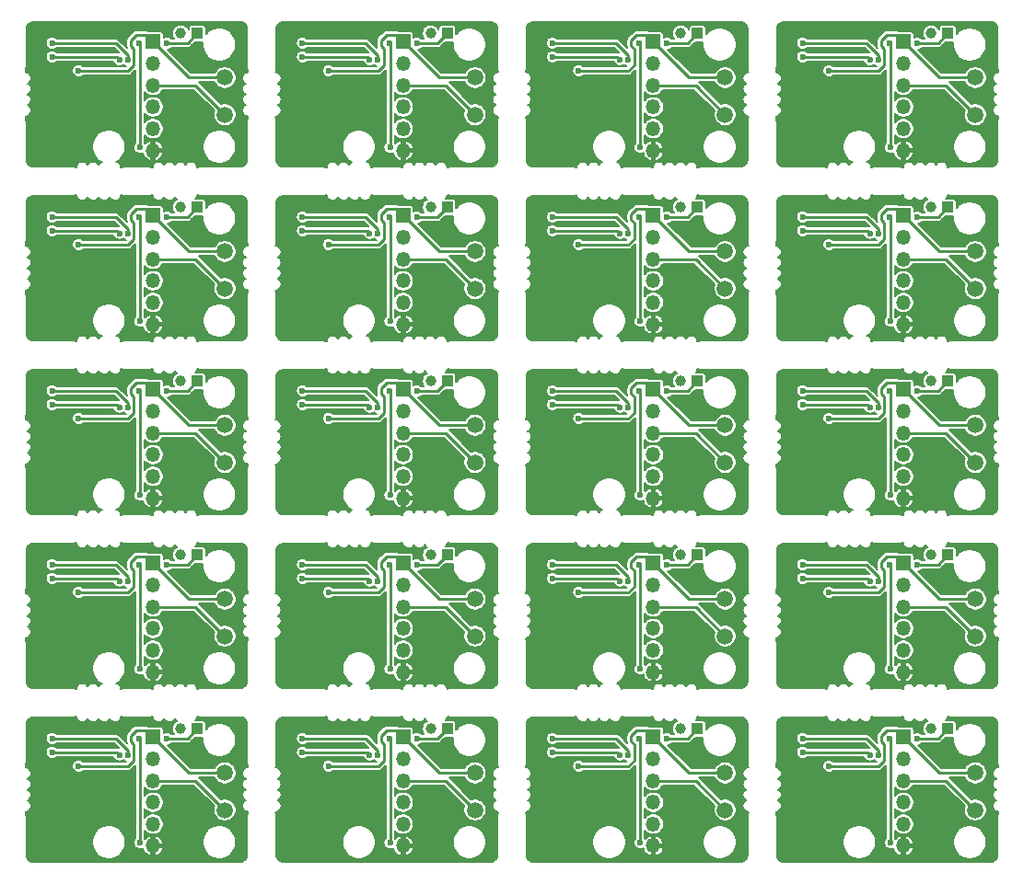
<source format=gbl>
G04 #@! TF.GenerationSoftware,KiCad,Pcbnew,(5.1.8)-1*
G04 #@! TF.CreationDate,2021-11-13T10:16:22+08:00*
G04 #@! TF.ProjectId,haptic-cloth-panelized-small,68617074-6963-42d6-936c-6f74682d7061,rev?*
G04 #@! TF.SameCoordinates,Original*
G04 #@! TF.FileFunction,Copper,L2,Bot*
G04 #@! TF.FilePolarity,Positive*
%FSLAX46Y46*%
G04 Gerber Fmt 4.6, Leading zero omitted, Abs format (unit mm)*
G04 Created by KiCad (PCBNEW (5.1.8)-1) date 2021-11-13 10:16:22*
%MOMM*%
%LPD*%
G01*
G04 APERTURE LIST*
G04 #@! TA.AperFunction,ComponentPad*
%ADD10C,1.500000*%
G04 #@! TD*
G04 #@! TA.AperFunction,ComponentPad*
%ADD11R,1.000000X1.000000*%
G04 #@! TD*
G04 #@! TA.AperFunction,ComponentPad*
%ADD12C,1.000000*%
G04 #@! TD*
G04 #@! TA.AperFunction,SMDPad,CuDef*
%ADD13O,1.350000X1.350000*%
G04 #@! TD*
G04 #@! TA.AperFunction,ComponentPad*
%ADD14O,1.350000X1.350000*%
G04 #@! TD*
G04 #@! TA.AperFunction,SMDPad,CuDef*
%ADD15R,1.350000X1.350000*%
G04 #@! TD*
G04 #@! TA.AperFunction,ViaPad*
%ADD16C,0.600000*%
G04 #@! TD*
G04 #@! TA.AperFunction,Conductor*
%ADD17C,0.250000*%
G04 #@! TD*
G04 #@! TA.AperFunction,Conductor*
%ADD18C,0.200000*%
G04 #@! TD*
G04 #@! TA.AperFunction,Conductor*
%ADD19C,0.150000*%
G04 #@! TD*
G04 APERTURE END LIST*
D10*
X137604028Y-119476037D03*
X137604028Y-122876037D03*
D11*
X135064028Y-115412037D03*
D12*
X133540028Y-115412037D03*
D13*
X131000028Y-126174037D03*
D14*
X131000028Y-124174037D03*
X131000028Y-122174037D03*
X131000028Y-120174037D03*
X131000028Y-118174037D03*
D15*
X131000028Y-116174037D03*
D10*
X114604019Y-119476037D03*
X114604019Y-122876037D03*
D11*
X112064019Y-115412037D03*
D12*
X110540019Y-115412037D03*
D13*
X108000019Y-126174037D03*
D14*
X108000019Y-124174037D03*
X108000019Y-122174037D03*
X108000019Y-120174037D03*
X108000019Y-118174037D03*
D15*
X108000019Y-116174037D03*
D10*
X91604010Y-119476037D03*
X91604010Y-122876037D03*
D11*
X89064010Y-115412037D03*
D12*
X87540010Y-115412037D03*
D13*
X85000010Y-126174037D03*
D14*
X85000010Y-124174037D03*
X85000010Y-122174037D03*
X85000010Y-120174037D03*
X85000010Y-118174037D03*
D15*
X85000010Y-116174037D03*
D10*
X68604001Y-119476037D03*
X68604001Y-122876037D03*
D11*
X66064001Y-115412037D03*
D12*
X64540001Y-115412037D03*
D13*
X62000001Y-126174037D03*
D14*
X62000001Y-124174037D03*
X62000001Y-122174037D03*
X62000001Y-120174037D03*
X62000001Y-118174037D03*
D15*
X62000001Y-116174037D03*
D10*
X137604028Y-103476028D03*
X137604028Y-106876028D03*
D11*
X135064028Y-99412028D03*
D12*
X133540028Y-99412028D03*
D13*
X131000028Y-110174028D03*
D14*
X131000028Y-108174028D03*
X131000028Y-106174028D03*
X131000028Y-104174028D03*
X131000028Y-102174028D03*
D15*
X131000028Y-100174028D03*
D10*
X114604019Y-103476028D03*
X114604019Y-106876028D03*
D11*
X112064019Y-99412028D03*
D12*
X110540019Y-99412028D03*
D13*
X108000019Y-110174028D03*
D14*
X108000019Y-108174028D03*
X108000019Y-106174028D03*
X108000019Y-104174028D03*
X108000019Y-102174028D03*
D15*
X108000019Y-100174028D03*
D10*
X91604010Y-103476028D03*
X91604010Y-106876028D03*
D11*
X89064010Y-99412028D03*
D12*
X87540010Y-99412028D03*
D13*
X85000010Y-110174028D03*
D14*
X85000010Y-108174028D03*
X85000010Y-106174028D03*
X85000010Y-104174028D03*
X85000010Y-102174028D03*
D15*
X85000010Y-100174028D03*
D10*
X68604001Y-103476028D03*
X68604001Y-106876028D03*
D11*
X66064001Y-99412028D03*
D12*
X64540001Y-99412028D03*
D13*
X62000001Y-110174028D03*
D14*
X62000001Y-108174028D03*
X62000001Y-106174028D03*
X62000001Y-104174028D03*
X62000001Y-102174028D03*
D15*
X62000001Y-100174028D03*
D10*
X137604028Y-87476019D03*
X137604028Y-90876019D03*
D11*
X135064028Y-83412019D03*
D12*
X133540028Y-83412019D03*
D13*
X131000028Y-94174019D03*
D14*
X131000028Y-92174019D03*
X131000028Y-90174019D03*
X131000028Y-88174019D03*
X131000028Y-86174019D03*
D15*
X131000028Y-84174019D03*
D10*
X114604019Y-87476019D03*
X114604019Y-90876019D03*
D11*
X112064019Y-83412019D03*
D12*
X110540019Y-83412019D03*
D13*
X108000019Y-94174019D03*
D14*
X108000019Y-92174019D03*
X108000019Y-90174019D03*
X108000019Y-88174019D03*
X108000019Y-86174019D03*
D15*
X108000019Y-84174019D03*
D10*
X91604010Y-87476019D03*
X91604010Y-90876019D03*
D11*
X89064010Y-83412019D03*
D12*
X87540010Y-83412019D03*
D13*
X85000010Y-94174019D03*
D14*
X85000010Y-92174019D03*
X85000010Y-90174019D03*
X85000010Y-88174019D03*
X85000010Y-86174019D03*
D15*
X85000010Y-84174019D03*
D10*
X68604001Y-87476019D03*
X68604001Y-90876019D03*
D11*
X66064001Y-83412019D03*
D12*
X64540001Y-83412019D03*
D13*
X62000001Y-94174019D03*
D14*
X62000001Y-92174019D03*
X62000001Y-90174019D03*
X62000001Y-88174019D03*
X62000001Y-86174019D03*
D15*
X62000001Y-84174019D03*
D10*
X137604028Y-71476010D03*
X137604028Y-74876010D03*
D11*
X135064028Y-67412010D03*
D12*
X133540028Y-67412010D03*
D13*
X131000028Y-78174010D03*
D14*
X131000028Y-76174010D03*
X131000028Y-74174010D03*
X131000028Y-72174010D03*
X131000028Y-70174010D03*
D15*
X131000028Y-68174010D03*
D10*
X114604019Y-71476010D03*
X114604019Y-74876010D03*
D11*
X112064019Y-67412010D03*
D12*
X110540019Y-67412010D03*
D13*
X108000019Y-78174010D03*
D14*
X108000019Y-76174010D03*
X108000019Y-74174010D03*
X108000019Y-72174010D03*
X108000019Y-70174010D03*
D15*
X108000019Y-68174010D03*
D10*
X91604010Y-71476010D03*
X91604010Y-74876010D03*
D11*
X89064010Y-67412010D03*
D12*
X87540010Y-67412010D03*
D13*
X85000010Y-78174010D03*
D14*
X85000010Y-76174010D03*
X85000010Y-74174010D03*
X85000010Y-72174010D03*
X85000010Y-70174010D03*
D15*
X85000010Y-68174010D03*
D10*
X68604001Y-71476010D03*
X68604001Y-74876010D03*
D11*
X66064001Y-67412010D03*
D12*
X64540001Y-67412010D03*
D13*
X62000001Y-78174010D03*
D14*
X62000001Y-76174010D03*
X62000001Y-74174010D03*
X62000001Y-72174010D03*
X62000001Y-70174010D03*
D15*
X62000001Y-68174010D03*
D10*
X137604028Y-55476001D03*
X137604028Y-58876001D03*
D11*
X135064028Y-51412001D03*
D12*
X133540028Y-51412001D03*
D13*
X131000028Y-62174001D03*
D14*
X131000028Y-60174001D03*
X131000028Y-58174001D03*
X131000028Y-56174001D03*
X131000028Y-54174001D03*
D15*
X131000028Y-52174001D03*
D10*
X114604019Y-55476001D03*
X114604019Y-58876001D03*
D11*
X112064019Y-51412001D03*
D12*
X110540019Y-51412001D03*
D13*
X108000019Y-62174001D03*
D14*
X108000019Y-60174001D03*
X108000019Y-58174001D03*
X108000019Y-56174001D03*
X108000019Y-54174001D03*
D15*
X108000019Y-52174001D03*
D10*
X91604010Y-55476001D03*
X91604010Y-58876001D03*
D11*
X89064010Y-51412001D03*
D12*
X87540010Y-51412001D03*
D13*
X85000010Y-62174001D03*
D14*
X85000010Y-60174001D03*
X85000010Y-58174001D03*
X85000010Y-56174001D03*
X85000010Y-54174001D03*
D15*
X85000010Y-52174001D03*
D10*
X68604001Y-55476001D03*
X68604001Y-58876001D03*
D11*
X66064001Y-51412001D03*
D12*
X64540001Y-51412001D03*
D13*
X62000001Y-62174001D03*
D14*
X62000001Y-60174001D03*
X62000001Y-58174001D03*
X62000001Y-56174001D03*
X62000001Y-54174001D03*
D15*
X62000001Y-52174001D03*
D16*
X55142001Y-54841001D03*
X52729001Y-52301001D03*
X59669632Y-53827699D03*
X52729001Y-53571001D03*
X58917022Y-53803122D03*
X60793483Y-61889483D03*
X60730001Y-52301001D03*
X59333001Y-50904001D03*
X51464501Y-57814501D03*
X51464501Y-61579501D03*
X52970501Y-54802501D03*
X53723501Y-63085501D03*
X54476501Y-51037501D03*
X54476501Y-57061501D03*
X58241501Y-57814501D03*
X63512501Y-57814501D03*
X63512501Y-62332501D03*
X65018501Y-53296501D03*
X65771501Y-60073501D03*
X63270001Y-52311001D03*
X78142010Y-54841001D03*
X75729010Y-52301001D03*
X82669641Y-53827699D03*
X75729010Y-53571001D03*
X81917031Y-53803122D03*
X83793492Y-61889483D03*
X83730010Y-52301001D03*
X82333010Y-50904001D03*
X74464510Y-57814501D03*
X74464510Y-61579501D03*
X75970510Y-54802501D03*
X76723510Y-63085501D03*
X77476510Y-51037501D03*
X77476510Y-57061501D03*
X81241510Y-57814501D03*
X86512510Y-57814501D03*
X86512510Y-62332501D03*
X88018510Y-53296501D03*
X88771510Y-60073501D03*
X86270010Y-52311001D03*
X101142019Y-54841001D03*
X98729019Y-52301001D03*
X105669650Y-53827699D03*
X98729019Y-53571001D03*
X104917040Y-53803122D03*
X106793501Y-61889483D03*
X106730019Y-52301001D03*
X105333019Y-50904001D03*
X97464519Y-57814501D03*
X97464519Y-61579501D03*
X98970519Y-54802501D03*
X99723519Y-63085501D03*
X100476519Y-51037501D03*
X100476519Y-57061501D03*
X104241519Y-57814501D03*
X109512519Y-57814501D03*
X109512519Y-62332501D03*
X111018519Y-53296501D03*
X111771519Y-60073501D03*
X109270019Y-52311001D03*
X124142028Y-54841001D03*
X121729028Y-52301001D03*
X128669659Y-53827699D03*
X121729028Y-53571001D03*
X127917049Y-53803122D03*
X129793510Y-61889483D03*
X129730028Y-52301001D03*
X128333028Y-50904001D03*
X120464528Y-57814501D03*
X120464528Y-61579501D03*
X121970528Y-54802501D03*
X122723528Y-63085501D03*
X123476528Y-51037501D03*
X123476528Y-57061501D03*
X127241528Y-57814501D03*
X132512528Y-57814501D03*
X132512528Y-62332501D03*
X134018528Y-53296501D03*
X134771528Y-60073501D03*
X132270028Y-52311001D03*
X55142001Y-70841010D03*
X52729001Y-68301010D03*
X59669632Y-69827708D03*
X52729001Y-69571010D03*
X58917022Y-69803131D03*
X60793483Y-77889492D03*
X60730001Y-68301010D03*
X59333001Y-66904010D03*
X51464501Y-73814510D03*
X51464501Y-77579510D03*
X52970501Y-70802510D03*
X53723501Y-79085510D03*
X54476501Y-67037510D03*
X54476501Y-73061510D03*
X58241501Y-73814510D03*
X63512501Y-73814510D03*
X63512501Y-78332510D03*
X65018501Y-69296510D03*
X65771501Y-76073510D03*
X63270001Y-68311010D03*
X78142010Y-70841010D03*
X75729010Y-68301010D03*
X82669641Y-69827708D03*
X75729010Y-69571010D03*
X81917031Y-69803131D03*
X83793492Y-77889492D03*
X83730010Y-68301010D03*
X82333010Y-66904010D03*
X74464510Y-73814510D03*
X74464510Y-77579510D03*
X75970510Y-70802510D03*
X76723510Y-79085510D03*
X77476510Y-67037510D03*
X77476510Y-73061510D03*
X81241510Y-73814510D03*
X86512510Y-73814510D03*
X86512510Y-78332510D03*
X88018510Y-69296510D03*
X88771510Y-76073510D03*
X86270010Y-68311010D03*
X101142019Y-70841010D03*
X98729019Y-68301010D03*
X105669650Y-69827708D03*
X98729019Y-69571010D03*
X104917040Y-69803131D03*
X106793501Y-77889492D03*
X106730019Y-68301010D03*
X105333019Y-66904010D03*
X97464519Y-73814510D03*
X97464519Y-77579510D03*
X98970519Y-70802510D03*
X99723519Y-79085510D03*
X100476519Y-67037510D03*
X100476519Y-73061510D03*
X104241519Y-73814510D03*
X109512519Y-73814510D03*
X109512519Y-78332510D03*
X111018519Y-69296510D03*
X111771519Y-76073510D03*
X109270019Y-68311010D03*
X124142028Y-70841010D03*
X121729028Y-68301010D03*
X128669659Y-69827708D03*
X121729028Y-69571010D03*
X127917049Y-69803131D03*
X129793510Y-77889492D03*
X129730028Y-68301010D03*
X128333028Y-66904010D03*
X120464528Y-73814510D03*
X120464528Y-77579510D03*
X121970528Y-70802510D03*
X122723528Y-79085510D03*
X123476528Y-67037510D03*
X123476528Y-73061510D03*
X127241528Y-73814510D03*
X132512528Y-73814510D03*
X132512528Y-78332510D03*
X134018528Y-69296510D03*
X134771528Y-76073510D03*
X132270028Y-68311010D03*
X55142001Y-86841019D03*
X52729001Y-84301019D03*
X59669632Y-85827717D03*
X52729001Y-85571019D03*
X58917022Y-85803140D03*
X60793483Y-93889501D03*
X60730001Y-84301019D03*
X59333001Y-82904019D03*
X51464501Y-89814519D03*
X51464501Y-93579519D03*
X52970501Y-86802519D03*
X53723501Y-95085519D03*
X54476501Y-83037519D03*
X54476501Y-89061519D03*
X58241501Y-89814519D03*
X63512501Y-89814519D03*
X63512501Y-94332519D03*
X65018501Y-85296519D03*
X65771501Y-92073519D03*
X63270001Y-84311019D03*
X78142010Y-86841019D03*
X75729010Y-84301019D03*
X82669641Y-85827717D03*
X75729010Y-85571019D03*
X81917031Y-85803140D03*
X83793492Y-93889501D03*
X83730010Y-84301019D03*
X82333010Y-82904019D03*
X74464510Y-89814519D03*
X74464510Y-93579519D03*
X75970510Y-86802519D03*
X76723510Y-95085519D03*
X77476510Y-83037519D03*
X77476510Y-89061519D03*
X81241510Y-89814519D03*
X86512510Y-89814519D03*
X86512510Y-94332519D03*
X88018510Y-85296519D03*
X88771510Y-92073519D03*
X86270010Y-84311019D03*
X101142019Y-86841019D03*
X98729019Y-84301019D03*
X105669650Y-85827717D03*
X98729019Y-85571019D03*
X104917040Y-85803140D03*
X106793501Y-93889501D03*
X106730019Y-84301019D03*
X105333019Y-82904019D03*
X97464519Y-89814519D03*
X97464519Y-93579519D03*
X98970519Y-86802519D03*
X99723519Y-95085519D03*
X100476519Y-83037519D03*
X100476519Y-89061519D03*
X104241519Y-89814519D03*
X109512519Y-89814519D03*
X109512519Y-94332519D03*
X111018519Y-85296519D03*
X111771519Y-92073519D03*
X109270019Y-84311019D03*
X124142028Y-86841019D03*
X121729028Y-84301019D03*
X128669659Y-85827717D03*
X121729028Y-85571019D03*
X127917049Y-85803140D03*
X129793510Y-93889501D03*
X129730028Y-84301019D03*
X128333028Y-82904019D03*
X120464528Y-89814519D03*
X120464528Y-93579519D03*
X121970528Y-86802519D03*
X122723528Y-95085519D03*
X123476528Y-83037519D03*
X123476528Y-89061519D03*
X127241528Y-89814519D03*
X132512528Y-89814519D03*
X132512528Y-94332519D03*
X134018528Y-85296519D03*
X134771528Y-92073519D03*
X132270028Y-84311019D03*
X55142001Y-102841028D03*
X52729001Y-100301028D03*
X59669632Y-101827726D03*
X52729001Y-101571028D03*
X58917022Y-101803149D03*
X60793483Y-109889510D03*
X60730001Y-100301028D03*
X59333001Y-98904028D03*
X51464501Y-105814528D03*
X51464501Y-109579528D03*
X52970501Y-102802528D03*
X53723501Y-111085528D03*
X54476501Y-99037528D03*
X54476501Y-105061528D03*
X58241501Y-105814528D03*
X63512501Y-105814528D03*
X63512501Y-110332528D03*
X65018501Y-101296528D03*
X65771501Y-108073528D03*
X63270001Y-100311028D03*
X78142010Y-102841028D03*
X75729010Y-100301028D03*
X82669641Y-101827726D03*
X75729010Y-101571028D03*
X81917031Y-101803149D03*
X83793492Y-109889510D03*
X83730010Y-100301028D03*
X82333010Y-98904028D03*
X74464510Y-105814528D03*
X74464510Y-109579528D03*
X75970510Y-102802528D03*
X76723510Y-111085528D03*
X77476510Y-99037528D03*
X77476510Y-105061528D03*
X81241510Y-105814528D03*
X86512510Y-105814528D03*
X86512510Y-110332528D03*
X88018510Y-101296528D03*
X88771510Y-108073528D03*
X86270010Y-100311028D03*
X101142019Y-102841028D03*
X98729019Y-100301028D03*
X105669650Y-101827726D03*
X98729019Y-101571028D03*
X104917040Y-101803149D03*
X106793501Y-109889510D03*
X106730019Y-100301028D03*
X105333019Y-98904028D03*
X97464519Y-105814528D03*
X97464519Y-109579528D03*
X98970519Y-102802528D03*
X99723519Y-111085528D03*
X100476519Y-99037528D03*
X100476519Y-105061528D03*
X104241519Y-105814528D03*
X109512519Y-105814528D03*
X109512519Y-110332528D03*
X111018519Y-101296528D03*
X111771519Y-108073528D03*
X109270019Y-100311028D03*
X124142028Y-102841028D03*
X121729028Y-100301028D03*
X128669659Y-101827726D03*
X121729028Y-101571028D03*
X127917049Y-101803149D03*
X129793510Y-109889510D03*
X129730028Y-100301028D03*
X128333028Y-98904028D03*
X120464528Y-105814528D03*
X120464528Y-109579528D03*
X121970528Y-102802528D03*
X122723528Y-111085528D03*
X123476528Y-99037528D03*
X123476528Y-105061528D03*
X127241528Y-105814528D03*
X132512528Y-105814528D03*
X132512528Y-110332528D03*
X134018528Y-101296528D03*
X134771528Y-108073528D03*
X132270028Y-100311028D03*
X55142001Y-118841037D03*
X52729001Y-116301037D03*
X59669632Y-117827735D03*
X52729001Y-117571037D03*
X58917022Y-117803158D03*
X60793483Y-125889519D03*
X60730001Y-116301037D03*
X59333001Y-114904037D03*
X51464501Y-121814537D03*
X51464501Y-125579537D03*
X52970501Y-118802537D03*
X53723501Y-127085537D03*
X54476501Y-115037537D03*
X54476501Y-121061537D03*
X58241501Y-121814537D03*
X63512501Y-121814537D03*
X63512501Y-126332537D03*
X65018501Y-117296537D03*
X65771501Y-124073537D03*
X63270001Y-116311037D03*
X78142010Y-118841037D03*
X75729010Y-116301037D03*
X82669641Y-117827735D03*
X75729010Y-117571037D03*
X81917031Y-117803158D03*
X83793492Y-125889519D03*
X83730010Y-116301037D03*
X82333010Y-114904037D03*
X74464510Y-121814537D03*
X74464510Y-125579537D03*
X75970510Y-118802537D03*
X76723510Y-127085537D03*
X77476510Y-115037537D03*
X77476510Y-121061537D03*
X81241510Y-121814537D03*
X86512510Y-121814537D03*
X86512510Y-126332537D03*
X88018510Y-117296537D03*
X88771510Y-124073537D03*
X86270010Y-116311037D03*
X101142019Y-118841037D03*
X98729019Y-116301037D03*
X105669650Y-117827735D03*
X98729019Y-117571037D03*
X104917040Y-117803158D03*
X106793501Y-125889519D03*
X106730019Y-116301037D03*
X105333019Y-114904037D03*
X97464519Y-121814537D03*
X97464519Y-125579537D03*
X98970519Y-118802537D03*
X99723519Y-127085537D03*
X100476519Y-115037537D03*
X100476519Y-121061537D03*
X104241519Y-121814537D03*
X109512519Y-121814537D03*
X109512519Y-126332537D03*
X111018519Y-117296537D03*
X111771519Y-124073537D03*
X109270019Y-116311037D03*
X124142028Y-118841037D03*
X121729028Y-116301037D03*
X128669659Y-117827735D03*
X121729028Y-117571037D03*
X127917049Y-117803158D03*
X129793510Y-125889519D03*
X129730028Y-116301037D03*
X128333028Y-114904037D03*
X120464528Y-121814537D03*
X120464528Y-125579537D03*
X121970528Y-118802537D03*
X122723528Y-127085537D03*
X123476528Y-115037537D03*
X123476528Y-121061537D03*
X127241528Y-121814537D03*
X132512528Y-121814537D03*
X132512528Y-126332537D03*
X134018528Y-117296537D03*
X134771528Y-124073537D03*
X132270028Y-116311037D03*
D17*
X65302001Y-55476001D02*
X68604001Y-55476001D01*
X62000001Y-52174001D02*
X65302001Y-55476001D01*
X61365001Y-51539001D02*
X62000001Y-52174001D01*
X59968001Y-52047001D02*
X60476001Y-51539001D01*
X59968001Y-52529369D02*
X59968001Y-52047001D01*
X60247633Y-52809001D02*
X59968001Y-52529369D01*
X60247633Y-54307369D02*
X60247633Y-52809001D01*
X60476001Y-51539001D02*
X61365001Y-51539001D01*
X59714001Y-54841001D02*
X60247633Y-54307369D01*
X55142001Y-54841001D02*
X59714001Y-54841001D01*
X52729001Y-52301001D02*
X58567198Y-52301001D01*
X58567198Y-52301001D02*
X59669632Y-53403435D01*
X59669632Y-53403435D02*
X59669632Y-53827699D01*
X52729001Y-53571001D02*
X58684901Y-53571001D01*
X58684901Y-53571001D02*
X58917022Y-53803122D01*
X65902001Y-56174001D02*
X68604001Y-58876001D01*
X62000001Y-56174001D02*
X65902001Y-56174001D01*
X60793483Y-61889483D02*
X60793483Y-52364483D01*
X60793483Y-52364483D02*
X60730001Y-52301001D01*
X65165001Y-52311001D02*
X66064001Y-51412001D01*
X63270001Y-52311001D02*
X65165001Y-52311001D01*
X88302010Y-55476001D02*
X91604010Y-55476001D01*
X85000010Y-52174001D02*
X88302010Y-55476001D01*
X84365010Y-51539001D02*
X85000010Y-52174001D01*
X82968010Y-52047001D02*
X83476010Y-51539001D01*
X82968010Y-52529369D02*
X82968010Y-52047001D01*
X83247642Y-52809001D02*
X82968010Y-52529369D01*
X83247642Y-54307369D02*
X83247642Y-52809001D01*
X83476010Y-51539001D02*
X84365010Y-51539001D01*
X82714010Y-54841001D02*
X83247642Y-54307369D01*
X78142010Y-54841001D02*
X82714010Y-54841001D01*
X75729010Y-52301001D02*
X81567207Y-52301001D01*
X81567207Y-52301001D02*
X82669641Y-53403435D01*
X82669641Y-53403435D02*
X82669641Y-53827699D01*
X75729010Y-53571001D02*
X81684910Y-53571001D01*
X81684910Y-53571001D02*
X81917031Y-53803122D01*
X88902010Y-56174001D02*
X91604010Y-58876001D01*
X85000010Y-56174001D02*
X88902010Y-56174001D01*
X83793492Y-61889483D02*
X83793492Y-52364483D01*
X83793492Y-52364483D02*
X83730010Y-52301001D01*
X88165010Y-52311001D02*
X89064010Y-51412001D01*
X86270010Y-52311001D02*
X88165010Y-52311001D01*
X111302019Y-55476001D02*
X114604019Y-55476001D01*
X108000019Y-52174001D02*
X111302019Y-55476001D01*
X107365019Y-51539001D02*
X108000019Y-52174001D01*
X105968019Y-52047001D02*
X106476019Y-51539001D01*
X105968019Y-52529369D02*
X105968019Y-52047001D01*
X106247651Y-52809001D02*
X105968019Y-52529369D01*
X106247651Y-54307369D02*
X106247651Y-52809001D01*
X106476019Y-51539001D02*
X107365019Y-51539001D01*
X105714019Y-54841001D02*
X106247651Y-54307369D01*
X101142019Y-54841001D02*
X105714019Y-54841001D01*
X98729019Y-52301001D02*
X104567216Y-52301001D01*
X104567216Y-52301001D02*
X105669650Y-53403435D01*
X105669650Y-53403435D02*
X105669650Y-53827699D01*
X98729019Y-53571001D02*
X104684919Y-53571001D01*
X104684919Y-53571001D02*
X104917040Y-53803122D01*
X111902019Y-56174001D02*
X114604019Y-58876001D01*
X108000019Y-56174001D02*
X111902019Y-56174001D01*
X106793501Y-61889483D02*
X106793501Y-52364483D01*
X106793501Y-52364483D02*
X106730019Y-52301001D01*
X111165019Y-52311001D02*
X112064019Y-51412001D01*
X109270019Y-52311001D02*
X111165019Y-52311001D01*
X134302028Y-55476001D02*
X137604028Y-55476001D01*
X131000028Y-52174001D02*
X134302028Y-55476001D01*
X130365028Y-51539001D02*
X131000028Y-52174001D01*
X128968028Y-52047001D02*
X129476028Y-51539001D01*
X128968028Y-52529369D02*
X128968028Y-52047001D01*
X129247660Y-52809001D02*
X128968028Y-52529369D01*
X129247660Y-54307369D02*
X129247660Y-52809001D01*
X129476028Y-51539001D02*
X130365028Y-51539001D01*
X128714028Y-54841001D02*
X129247660Y-54307369D01*
X124142028Y-54841001D02*
X128714028Y-54841001D01*
X121729028Y-52301001D02*
X127567225Y-52301001D01*
X127567225Y-52301001D02*
X128669659Y-53403435D01*
X128669659Y-53403435D02*
X128669659Y-53827699D01*
X121729028Y-53571001D02*
X127684928Y-53571001D01*
X127684928Y-53571001D02*
X127917049Y-53803122D01*
X134902028Y-56174001D02*
X137604028Y-58876001D01*
X131000028Y-56174001D02*
X134902028Y-56174001D01*
X129793510Y-61889483D02*
X129793510Y-52364483D01*
X129793510Y-52364483D02*
X129730028Y-52301001D01*
X134165028Y-52311001D02*
X135064028Y-51412001D01*
X132270028Y-52311001D02*
X134165028Y-52311001D01*
X65302001Y-71476010D02*
X68604001Y-71476010D01*
X62000001Y-68174010D02*
X65302001Y-71476010D01*
X61365001Y-67539010D02*
X62000001Y-68174010D01*
X59968001Y-68047010D02*
X60476001Y-67539010D01*
X59968001Y-68529378D02*
X59968001Y-68047010D01*
X60247633Y-68809010D02*
X59968001Y-68529378D01*
X60247633Y-70307378D02*
X60247633Y-68809010D01*
X60476001Y-67539010D02*
X61365001Y-67539010D01*
X59714001Y-70841010D02*
X60247633Y-70307378D01*
X55142001Y-70841010D02*
X59714001Y-70841010D01*
X52729001Y-68301010D02*
X58567198Y-68301010D01*
X58567198Y-68301010D02*
X59669632Y-69403444D01*
X59669632Y-69403444D02*
X59669632Y-69827708D01*
X52729001Y-69571010D02*
X58684901Y-69571010D01*
X58684901Y-69571010D02*
X58917022Y-69803131D01*
X65902001Y-72174010D02*
X68604001Y-74876010D01*
X62000001Y-72174010D02*
X65902001Y-72174010D01*
X60793483Y-77889492D02*
X60793483Y-68364492D01*
X60793483Y-68364492D02*
X60730001Y-68301010D01*
X65165001Y-68311010D02*
X66064001Y-67412010D01*
X63270001Y-68311010D02*
X65165001Y-68311010D01*
X88302010Y-71476010D02*
X91604010Y-71476010D01*
X85000010Y-68174010D02*
X88302010Y-71476010D01*
X84365010Y-67539010D02*
X85000010Y-68174010D01*
X82968010Y-68047010D02*
X83476010Y-67539010D01*
X82968010Y-68529378D02*
X82968010Y-68047010D01*
X83247642Y-68809010D02*
X82968010Y-68529378D01*
X83247642Y-70307378D02*
X83247642Y-68809010D01*
X83476010Y-67539010D02*
X84365010Y-67539010D01*
X82714010Y-70841010D02*
X83247642Y-70307378D01*
X78142010Y-70841010D02*
X82714010Y-70841010D01*
X75729010Y-68301010D02*
X81567207Y-68301010D01*
X81567207Y-68301010D02*
X82669641Y-69403444D01*
X82669641Y-69403444D02*
X82669641Y-69827708D01*
X75729010Y-69571010D02*
X81684910Y-69571010D01*
X81684910Y-69571010D02*
X81917031Y-69803131D01*
X88902010Y-72174010D02*
X91604010Y-74876010D01*
X85000010Y-72174010D02*
X88902010Y-72174010D01*
X83793492Y-77889492D02*
X83793492Y-68364492D01*
X83793492Y-68364492D02*
X83730010Y-68301010D01*
X88165010Y-68311010D02*
X89064010Y-67412010D01*
X86270010Y-68311010D02*
X88165010Y-68311010D01*
X111302019Y-71476010D02*
X114604019Y-71476010D01*
X108000019Y-68174010D02*
X111302019Y-71476010D01*
X107365019Y-67539010D02*
X108000019Y-68174010D01*
X105968019Y-68047010D02*
X106476019Y-67539010D01*
X105968019Y-68529378D02*
X105968019Y-68047010D01*
X106247651Y-68809010D02*
X105968019Y-68529378D01*
X106247651Y-70307378D02*
X106247651Y-68809010D01*
X106476019Y-67539010D02*
X107365019Y-67539010D01*
X105714019Y-70841010D02*
X106247651Y-70307378D01*
X101142019Y-70841010D02*
X105714019Y-70841010D01*
X98729019Y-68301010D02*
X104567216Y-68301010D01*
X104567216Y-68301010D02*
X105669650Y-69403444D01*
X105669650Y-69403444D02*
X105669650Y-69827708D01*
X98729019Y-69571010D02*
X104684919Y-69571010D01*
X104684919Y-69571010D02*
X104917040Y-69803131D01*
X111902019Y-72174010D02*
X114604019Y-74876010D01*
X108000019Y-72174010D02*
X111902019Y-72174010D01*
X106793501Y-77889492D02*
X106793501Y-68364492D01*
X106793501Y-68364492D02*
X106730019Y-68301010D01*
X111165019Y-68311010D02*
X112064019Y-67412010D01*
X109270019Y-68311010D02*
X111165019Y-68311010D01*
X134302028Y-71476010D02*
X137604028Y-71476010D01*
X131000028Y-68174010D02*
X134302028Y-71476010D01*
X130365028Y-67539010D02*
X131000028Y-68174010D01*
X128968028Y-68047010D02*
X129476028Y-67539010D01*
X128968028Y-68529378D02*
X128968028Y-68047010D01*
X129247660Y-68809010D02*
X128968028Y-68529378D01*
X129247660Y-70307378D02*
X129247660Y-68809010D01*
X129476028Y-67539010D02*
X130365028Y-67539010D01*
X128714028Y-70841010D02*
X129247660Y-70307378D01*
X124142028Y-70841010D02*
X128714028Y-70841010D01*
X121729028Y-68301010D02*
X127567225Y-68301010D01*
X127567225Y-68301010D02*
X128669659Y-69403444D01*
X128669659Y-69403444D02*
X128669659Y-69827708D01*
X121729028Y-69571010D02*
X127684928Y-69571010D01*
X127684928Y-69571010D02*
X127917049Y-69803131D01*
X134902028Y-72174010D02*
X137604028Y-74876010D01*
X131000028Y-72174010D02*
X134902028Y-72174010D01*
X129793510Y-77889492D02*
X129793510Y-68364492D01*
X129793510Y-68364492D02*
X129730028Y-68301010D01*
X134165028Y-68311010D02*
X135064028Y-67412010D01*
X132270028Y-68311010D02*
X134165028Y-68311010D01*
X65302001Y-87476019D02*
X68604001Y-87476019D01*
X62000001Y-84174019D02*
X65302001Y-87476019D01*
X61365001Y-83539019D02*
X62000001Y-84174019D01*
X59968001Y-84047019D02*
X60476001Y-83539019D01*
X59968001Y-84529387D02*
X59968001Y-84047019D01*
X60247633Y-84809019D02*
X59968001Y-84529387D01*
X60247633Y-86307387D02*
X60247633Y-84809019D01*
X60476001Y-83539019D02*
X61365001Y-83539019D01*
X59714001Y-86841019D02*
X60247633Y-86307387D01*
X55142001Y-86841019D02*
X59714001Y-86841019D01*
X52729001Y-84301019D02*
X58567198Y-84301019D01*
X58567198Y-84301019D02*
X59669632Y-85403453D01*
X59669632Y-85403453D02*
X59669632Y-85827717D01*
X52729001Y-85571019D02*
X58684901Y-85571019D01*
X58684901Y-85571019D02*
X58917022Y-85803140D01*
X65902001Y-88174019D02*
X68604001Y-90876019D01*
X62000001Y-88174019D02*
X65902001Y-88174019D01*
X60793483Y-93889501D02*
X60793483Y-84364501D01*
X60793483Y-84364501D02*
X60730001Y-84301019D01*
X65165001Y-84311019D02*
X66064001Y-83412019D01*
X63270001Y-84311019D02*
X65165001Y-84311019D01*
X88302010Y-87476019D02*
X91604010Y-87476019D01*
X85000010Y-84174019D02*
X88302010Y-87476019D01*
X84365010Y-83539019D02*
X85000010Y-84174019D01*
X82968010Y-84047019D02*
X83476010Y-83539019D01*
X82968010Y-84529387D02*
X82968010Y-84047019D01*
X83247642Y-84809019D02*
X82968010Y-84529387D01*
X83247642Y-86307387D02*
X83247642Y-84809019D01*
X83476010Y-83539019D02*
X84365010Y-83539019D01*
X82714010Y-86841019D02*
X83247642Y-86307387D01*
X78142010Y-86841019D02*
X82714010Y-86841019D01*
X75729010Y-84301019D02*
X81567207Y-84301019D01*
X81567207Y-84301019D02*
X82669641Y-85403453D01*
X82669641Y-85403453D02*
X82669641Y-85827717D01*
X75729010Y-85571019D02*
X81684910Y-85571019D01*
X81684910Y-85571019D02*
X81917031Y-85803140D01*
X88902010Y-88174019D02*
X91604010Y-90876019D01*
X85000010Y-88174019D02*
X88902010Y-88174019D01*
X83793492Y-93889501D02*
X83793492Y-84364501D01*
X83793492Y-84364501D02*
X83730010Y-84301019D01*
X88165010Y-84311019D02*
X89064010Y-83412019D01*
X86270010Y-84311019D02*
X88165010Y-84311019D01*
X111302019Y-87476019D02*
X114604019Y-87476019D01*
X108000019Y-84174019D02*
X111302019Y-87476019D01*
X107365019Y-83539019D02*
X108000019Y-84174019D01*
X105968019Y-84047019D02*
X106476019Y-83539019D01*
X105968019Y-84529387D02*
X105968019Y-84047019D01*
X106247651Y-84809019D02*
X105968019Y-84529387D01*
X106247651Y-86307387D02*
X106247651Y-84809019D01*
X106476019Y-83539019D02*
X107365019Y-83539019D01*
X105714019Y-86841019D02*
X106247651Y-86307387D01*
X101142019Y-86841019D02*
X105714019Y-86841019D01*
X98729019Y-84301019D02*
X104567216Y-84301019D01*
X104567216Y-84301019D02*
X105669650Y-85403453D01*
X105669650Y-85403453D02*
X105669650Y-85827717D01*
X98729019Y-85571019D02*
X104684919Y-85571019D01*
X104684919Y-85571019D02*
X104917040Y-85803140D01*
X111902019Y-88174019D02*
X114604019Y-90876019D01*
X108000019Y-88174019D02*
X111902019Y-88174019D01*
X106793501Y-93889501D02*
X106793501Y-84364501D01*
X106793501Y-84364501D02*
X106730019Y-84301019D01*
X111165019Y-84311019D02*
X112064019Y-83412019D01*
X109270019Y-84311019D02*
X111165019Y-84311019D01*
X134302028Y-87476019D02*
X137604028Y-87476019D01*
X131000028Y-84174019D02*
X134302028Y-87476019D01*
X130365028Y-83539019D02*
X131000028Y-84174019D01*
X128968028Y-84047019D02*
X129476028Y-83539019D01*
X128968028Y-84529387D02*
X128968028Y-84047019D01*
X129247660Y-84809019D02*
X128968028Y-84529387D01*
X129247660Y-86307387D02*
X129247660Y-84809019D01*
X129476028Y-83539019D02*
X130365028Y-83539019D01*
X128714028Y-86841019D02*
X129247660Y-86307387D01*
X124142028Y-86841019D02*
X128714028Y-86841019D01*
X121729028Y-84301019D02*
X127567225Y-84301019D01*
X127567225Y-84301019D02*
X128669659Y-85403453D01*
X128669659Y-85403453D02*
X128669659Y-85827717D01*
X121729028Y-85571019D02*
X127684928Y-85571019D01*
X127684928Y-85571019D02*
X127917049Y-85803140D01*
X134902028Y-88174019D02*
X137604028Y-90876019D01*
X131000028Y-88174019D02*
X134902028Y-88174019D01*
X129793510Y-93889501D02*
X129793510Y-84364501D01*
X129793510Y-84364501D02*
X129730028Y-84301019D01*
X134165028Y-84311019D02*
X135064028Y-83412019D01*
X132270028Y-84311019D02*
X134165028Y-84311019D01*
X65302001Y-103476028D02*
X68604001Y-103476028D01*
X62000001Y-100174028D02*
X65302001Y-103476028D01*
X61365001Y-99539028D02*
X62000001Y-100174028D01*
X59968001Y-100047028D02*
X60476001Y-99539028D01*
X59968001Y-100529396D02*
X59968001Y-100047028D01*
X60247633Y-100809028D02*
X59968001Y-100529396D01*
X60247633Y-102307396D02*
X60247633Y-100809028D01*
X60476001Y-99539028D02*
X61365001Y-99539028D01*
X59714001Y-102841028D02*
X60247633Y-102307396D01*
X55142001Y-102841028D02*
X59714001Y-102841028D01*
X52729001Y-100301028D02*
X58567198Y-100301028D01*
X58567198Y-100301028D02*
X59669632Y-101403462D01*
X59669632Y-101403462D02*
X59669632Y-101827726D01*
X52729001Y-101571028D02*
X58684901Y-101571028D01*
X58684901Y-101571028D02*
X58917022Y-101803149D01*
X65902001Y-104174028D02*
X68604001Y-106876028D01*
X62000001Y-104174028D02*
X65902001Y-104174028D01*
X60793483Y-109889510D02*
X60793483Y-100364510D01*
X60793483Y-100364510D02*
X60730001Y-100301028D01*
X65165001Y-100311028D02*
X66064001Y-99412028D01*
X63270001Y-100311028D02*
X65165001Y-100311028D01*
X88302010Y-103476028D02*
X91604010Y-103476028D01*
X85000010Y-100174028D02*
X88302010Y-103476028D01*
X84365010Y-99539028D02*
X85000010Y-100174028D01*
X82968010Y-100047028D02*
X83476010Y-99539028D01*
X82968010Y-100529396D02*
X82968010Y-100047028D01*
X83247642Y-100809028D02*
X82968010Y-100529396D01*
X83247642Y-102307396D02*
X83247642Y-100809028D01*
X83476010Y-99539028D02*
X84365010Y-99539028D01*
X82714010Y-102841028D02*
X83247642Y-102307396D01*
X78142010Y-102841028D02*
X82714010Y-102841028D01*
X75729010Y-100301028D02*
X81567207Y-100301028D01*
X81567207Y-100301028D02*
X82669641Y-101403462D01*
X82669641Y-101403462D02*
X82669641Y-101827726D01*
X75729010Y-101571028D02*
X81684910Y-101571028D01*
X81684910Y-101571028D02*
X81917031Y-101803149D01*
X88902010Y-104174028D02*
X91604010Y-106876028D01*
X85000010Y-104174028D02*
X88902010Y-104174028D01*
X83793492Y-109889510D02*
X83793492Y-100364510D01*
X83793492Y-100364510D02*
X83730010Y-100301028D01*
X88165010Y-100311028D02*
X89064010Y-99412028D01*
X86270010Y-100311028D02*
X88165010Y-100311028D01*
X111302019Y-103476028D02*
X114604019Y-103476028D01*
X108000019Y-100174028D02*
X111302019Y-103476028D01*
X107365019Y-99539028D02*
X108000019Y-100174028D01*
X105968019Y-100047028D02*
X106476019Y-99539028D01*
X105968019Y-100529396D02*
X105968019Y-100047028D01*
X106247651Y-100809028D02*
X105968019Y-100529396D01*
X106247651Y-102307396D02*
X106247651Y-100809028D01*
X106476019Y-99539028D02*
X107365019Y-99539028D01*
X105714019Y-102841028D02*
X106247651Y-102307396D01*
X101142019Y-102841028D02*
X105714019Y-102841028D01*
X98729019Y-100301028D02*
X104567216Y-100301028D01*
X104567216Y-100301028D02*
X105669650Y-101403462D01*
X105669650Y-101403462D02*
X105669650Y-101827726D01*
X98729019Y-101571028D02*
X104684919Y-101571028D01*
X104684919Y-101571028D02*
X104917040Y-101803149D01*
X111902019Y-104174028D02*
X114604019Y-106876028D01*
X108000019Y-104174028D02*
X111902019Y-104174028D01*
X106793501Y-109889510D02*
X106793501Y-100364510D01*
X106793501Y-100364510D02*
X106730019Y-100301028D01*
X111165019Y-100311028D02*
X112064019Y-99412028D01*
X109270019Y-100311028D02*
X111165019Y-100311028D01*
X134302028Y-103476028D02*
X137604028Y-103476028D01*
X131000028Y-100174028D02*
X134302028Y-103476028D01*
X130365028Y-99539028D02*
X131000028Y-100174028D01*
X128968028Y-100047028D02*
X129476028Y-99539028D01*
X128968028Y-100529396D02*
X128968028Y-100047028D01*
X129247660Y-100809028D02*
X128968028Y-100529396D01*
X129247660Y-102307396D02*
X129247660Y-100809028D01*
X129476028Y-99539028D02*
X130365028Y-99539028D01*
X128714028Y-102841028D02*
X129247660Y-102307396D01*
X124142028Y-102841028D02*
X128714028Y-102841028D01*
X121729028Y-100301028D02*
X127567225Y-100301028D01*
X127567225Y-100301028D02*
X128669659Y-101403462D01*
X128669659Y-101403462D02*
X128669659Y-101827726D01*
X121729028Y-101571028D02*
X127684928Y-101571028D01*
X127684928Y-101571028D02*
X127917049Y-101803149D01*
X134902028Y-104174028D02*
X137604028Y-106876028D01*
X131000028Y-104174028D02*
X134902028Y-104174028D01*
X129793510Y-109889510D02*
X129793510Y-100364510D01*
X129793510Y-100364510D02*
X129730028Y-100301028D01*
X134165028Y-100311028D02*
X135064028Y-99412028D01*
X132270028Y-100311028D02*
X134165028Y-100311028D01*
X65302001Y-119476037D02*
X68604001Y-119476037D01*
X62000001Y-116174037D02*
X65302001Y-119476037D01*
X61365001Y-115539037D02*
X62000001Y-116174037D01*
X59968001Y-116047037D02*
X60476001Y-115539037D01*
X59968001Y-116529405D02*
X59968001Y-116047037D01*
X60247633Y-116809037D02*
X59968001Y-116529405D01*
X60247633Y-118307405D02*
X60247633Y-116809037D01*
X60476001Y-115539037D02*
X61365001Y-115539037D01*
X59714001Y-118841037D02*
X60247633Y-118307405D01*
X55142001Y-118841037D02*
X59714001Y-118841037D01*
X52729001Y-116301037D02*
X58567198Y-116301037D01*
X58567198Y-116301037D02*
X59669632Y-117403471D01*
X59669632Y-117403471D02*
X59669632Y-117827735D01*
X52729001Y-117571037D02*
X58684901Y-117571037D01*
X58684901Y-117571037D02*
X58917022Y-117803158D01*
X65902001Y-120174037D02*
X68604001Y-122876037D01*
X62000001Y-120174037D02*
X65902001Y-120174037D01*
X60793483Y-125889519D02*
X60793483Y-116364519D01*
X60793483Y-116364519D02*
X60730001Y-116301037D01*
X65165001Y-116311037D02*
X66064001Y-115412037D01*
X63270001Y-116311037D02*
X65165001Y-116311037D01*
X88302010Y-119476037D02*
X91604010Y-119476037D01*
X85000010Y-116174037D02*
X88302010Y-119476037D01*
X84365010Y-115539037D02*
X85000010Y-116174037D01*
X82968010Y-116047037D02*
X83476010Y-115539037D01*
X82968010Y-116529405D02*
X82968010Y-116047037D01*
X83247642Y-116809037D02*
X82968010Y-116529405D01*
X83247642Y-118307405D02*
X83247642Y-116809037D01*
X83476010Y-115539037D02*
X84365010Y-115539037D01*
X82714010Y-118841037D02*
X83247642Y-118307405D01*
X78142010Y-118841037D02*
X82714010Y-118841037D01*
X75729010Y-116301037D02*
X81567207Y-116301037D01*
X81567207Y-116301037D02*
X82669641Y-117403471D01*
X82669641Y-117403471D02*
X82669641Y-117827735D01*
X75729010Y-117571037D02*
X81684910Y-117571037D01*
X81684910Y-117571037D02*
X81917031Y-117803158D01*
X88902010Y-120174037D02*
X91604010Y-122876037D01*
X85000010Y-120174037D02*
X88902010Y-120174037D01*
X83793492Y-125889519D02*
X83793492Y-116364519D01*
X83793492Y-116364519D02*
X83730010Y-116301037D01*
X88165010Y-116311037D02*
X89064010Y-115412037D01*
X86270010Y-116311037D02*
X88165010Y-116311037D01*
X111302019Y-119476037D02*
X114604019Y-119476037D01*
X108000019Y-116174037D02*
X111302019Y-119476037D01*
X107365019Y-115539037D02*
X108000019Y-116174037D01*
X105968019Y-116047037D02*
X106476019Y-115539037D01*
X105968019Y-116529405D02*
X105968019Y-116047037D01*
X106247651Y-116809037D02*
X105968019Y-116529405D01*
X106247651Y-118307405D02*
X106247651Y-116809037D01*
X106476019Y-115539037D02*
X107365019Y-115539037D01*
X105714019Y-118841037D02*
X106247651Y-118307405D01*
X101142019Y-118841037D02*
X105714019Y-118841037D01*
X98729019Y-116301037D02*
X104567216Y-116301037D01*
X104567216Y-116301037D02*
X105669650Y-117403471D01*
X105669650Y-117403471D02*
X105669650Y-117827735D01*
X98729019Y-117571037D02*
X104684919Y-117571037D01*
X104684919Y-117571037D02*
X104917040Y-117803158D01*
X111902019Y-120174037D02*
X114604019Y-122876037D01*
X108000019Y-120174037D02*
X111902019Y-120174037D01*
X106793501Y-125889519D02*
X106793501Y-116364519D01*
X106793501Y-116364519D02*
X106730019Y-116301037D01*
X111165019Y-116311037D02*
X112064019Y-115412037D01*
X109270019Y-116311037D02*
X111165019Y-116311037D01*
X134302028Y-119476037D02*
X137604028Y-119476037D01*
X131000028Y-116174037D02*
X134302028Y-119476037D01*
X130365028Y-115539037D02*
X131000028Y-116174037D01*
X128968028Y-116047037D02*
X129476028Y-115539037D01*
X128968028Y-116529405D02*
X128968028Y-116047037D01*
X129247660Y-116809037D02*
X128968028Y-116529405D01*
X129247660Y-118307405D02*
X129247660Y-116809037D01*
X129476028Y-115539037D02*
X130365028Y-115539037D01*
X128714028Y-118841037D02*
X129247660Y-118307405D01*
X124142028Y-118841037D02*
X128714028Y-118841037D01*
X121729028Y-116301037D02*
X127567225Y-116301037D01*
X127567225Y-116301037D02*
X128669659Y-117403471D01*
X128669659Y-117403471D02*
X128669659Y-117827735D01*
X121729028Y-117571037D02*
X127684928Y-117571037D01*
X127684928Y-117571037D02*
X127917049Y-117803158D01*
X134902028Y-120174037D02*
X137604028Y-122876037D01*
X131000028Y-120174037D02*
X134902028Y-120174037D01*
X129793510Y-125889519D02*
X129793510Y-116364519D01*
X129793510Y-116364519D02*
X129730028Y-116301037D01*
X134165028Y-116311037D02*
X135064028Y-115412037D01*
X132270028Y-116311037D02*
X134165028Y-116311037D01*
D18*
X70068915Y-50353485D02*
X70131766Y-50363171D01*
X70138164Y-50364540D01*
X70200880Y-50381605D01*
X70261608Y-50404582D01*
X70267422Y-50407174D01*
X70324865Y-50436744D01*
X70379894Y-50472171D01*
X70385212Y-50476016D01*
X70434913Y-50516590D01*
X70481228Y-50562550D01*
X70485636Y-50567434D01*
X70525851Y-50617491D01*
X70561760Y-50672391D01*
X70565046Y-50678042D01*
X70593882Y-50735293D01*
X70617455Y-50795890D01*
X70619652Y-50802671D01*
X70635251Y-50860917D01*
X70636718Y-50867816D01*
X70646606Y-50931703D01*
X70651001Y-51015659D01*
X70651000Y-54500279D01*
X70650579Y-54508894D01*
X70651000Y-54517420D01*
X70651000Y-54525988D01*
X70651848Y-54534601D01*
X70656248Y-54623702D01*
X70657047Y-54640157D01*
X70657067Y-54640294D01*
X70657074Y-54640430D01*
X70659467Y-54656531D01*
X70668731Y-54719225D01*
X70668728Y-54719283D01*
X70673553Y-54751860D01*
X70676273Y-54770265D01*
X70676289Y-54770328D01*
X70676299Y-54770397D01*
X70680641Y-54787745D01*
X70688800Y-54820395D01*
X70688825Y-54820448D01*
X70695738Y-54848072D01*
X70695745Y-54848208D01*
X70703981Y-54881006D01*
X70708245Y-54898046D01*
X70708293Y-54898179D01*
X70708329Y-54898324D01*
X70714496Y-54915528D01*
X70725643Y-54946701D01*
X70725713Y-54946817D01*
X70726855Y-54950004D01*
X70696830Y-54950004D01*
X70590571Y-54971140D01*
X70490477Y-55012601D01*
X70400396Y-55072791D01*
X70323787Y-55149400D01*
X70263597Y-55239481D01*
X70222136Y-55339575D01*
X70201000Y-55445834D01*
X70201000Y-55554174D01*
X70222136Y-55660433D01*
X70263597Y-55760527D01*
X70323787Y-55850608D01*
X70400396Y-55927217D01*
X70490477Y-55987407D01*
X70520888Y-56000004D01*
X70490477Y-56012601D01*
X70400396Y-56072791D01*
X70323787Y-56149400D01*
X70263597Y-56239481D01*
X70222136Y-56339575D01*
X70201000Y-56445834D01*
X70201000Y-56554174D01*
X70222136Y-56660433D01*
X70263597Y-56760527D01*
X70323787Y-56850608D01*
X70400396Y-56927217D01*
X70490477Y-56987407D01*
X70520888Y-57000004D01*
X70490477Y-57012601D01*
X70400396Y-57072791D01*
X70323787Y-57149400D01*
X70263597Y-57239481D01*
X70222136Y-57339575D01*
X70201000Y-57445834D01*
X70201000Y-57554174D01*
X70222136Y-57660433D01*
X70263597Y-57760527D01*
X70323787Y-57850608D01*
X70400396Y-57927217D01*
X70490477Y-57987407D01*
X70520888Y-58000004D01*
X70490477Y-58012601D01*
X70400396Y-58072791D01*
X70323787Y-58149400D01*
X70263597Y-58239481D01*
X70222136Y-58339575D01*
X70201000Y-58445834D01*
X70201000Y-58554174D01*
X70222136Y-58660433D01*
X70263597Y-58760527D01*
X70323787Y-58850608D01*
X70400396Y-58927217D01*
X70490477Y-58987407D01*
X70590571Y-59028868D01*
X70696830Y-59050004D01*
X70726866Y-59050004D01*
X70725745Y-59053129D01*
X70725643Y-59053299D01*
X70714295Y-59085036D01*
X70708365Y-59101559D01*
X70708315Y-59101759D01*
X70708245Y-59101954D01*
X70703979Y-59119002D01*
X70695763Y-59151671D01*
X70695753Y-59151869D01*
X70688825Y-59179552D01*
X70688800Y-59179605D01*
X70680987Y-59210869D01*
X70676299Y-59229603D01*
X70676289Y-59229672D01*
X70676273Y-59229735D01*
X70673553Y-59248140D01*
X70668728Y-59280717D01*
X70668731Y-59280775D01*
X70659467Y-59343469D01*
X70657074Y-59359570D01*
X70657067Y-59359706D01*
X70657047Y-59359843D01*
X70656283Y-59375580D01*
X70651847Y-59465417D01*
X70651001Y-59474011D01*
X70651001Y-59482560D01*
X70650579Y-59491106D01*
X70651001Y-59499741D01*
X70651000Y-62984267D01*
X70646637Y-63067756D01*
X70635875Y-63135612D01*
X70619436Y-63197997D01*
X70617203Y-63204889D01*
X70595625Y-63261129D01*
X70592822Y-63267422D01*
X70563276Y-63324759D01*
X70526093Y-63382075D01*
X70482903Y-63435423D01*
X70437450Y-63481228D01*
X70432128Y-63486032D01*
X70385162Y-63524019D01*
X70379543Y-63528112D01*
X70325616Y-63562785D01*
X70264615Y-63593844D01*
X70200394Y-63618534D01*
X70138181Y-63635457D01*
X70131074Y-63636977D01*
X70071863Y-63646351D01*
X70064772Y-63647090D01*
X69984938Y-63651000D01*
X66499827Y-63651000D01*
X66491222Y-63650579D01*
X66482688Y-63651000D01*
X66474111Y-63651000D01*
X66465504Y-63651848D01*
X66377095Y-63656209D01*
X66359842Y-63657047D01*
X66359706Y-63657067D01*
X66359587Y-63657073D01*
X66344392Y-63659330D01*
X66280774Y-63668731D01*
X66280716Y-63668728D01*
X66247776Y-63673607D01*
X66229735Y-63676273D01*
X66229673Y-63676288D01*
X66229602Y-63676299D01*
X66210616Y-63681051D01*
X66179604Y-63688800D01*
X66179551Y-63688825D01*
X66151869Y-63695753D01*
X66151670Y-63695763D01*
X66118957Y-63703990D01*
X66101954Y-63708245D01*
X66101759Y-63708315D01*
X66101559Y-63708365D01*
X66085036Y-63714295D01*
X66053299Y-63725643D01*
X66053129Y-63725745D01*
X66050005Y-63726866D01*
X66050005Y-63696830D01*
X66028869Y-63590571D01*
X65987408Y-63490477D01*
X65927218Y-63400396D01*
X65850609Y-63323787D01*
X65760528Y-63263597D01*
X65660434Y-63222136D01*
X65554175Y-63201000D01*
X65445835Y-63201000D01*
X65339576Y-63222136D01*
X65239482Y-63263597D01*
X65149401Y-63323787D01*
X65072792Y-63400396D01*
X65012602Y-63490477D01*
X65000005Y-63520888D01*
X64987408Y-63490477D01*
X64927218Y-63400396D01*
X64850609Y-63323787D01*
X64760528Y-63263597D01*
X64660434Y-63222136D01*
X64554175Y-63201000D01*
X64445835Y-63201000D01*
X64339576Y-63222136D01*
X64239482Y-63263597D01*
X64149401Y-63323787D01*
X64072792Y-63400396D01*
X64012602Y-63490477D01*
X64000005Y-63520888D01*
X63987408Y-63490477D01*
X63927218Y-63400396D01*
X63850609Y-63323787D01*
X63760528Y-63263597D01*
X63660434Y-63222136D01*
X63554175Y-63201000D01*
X63445835Y-63201000D01*
X63339576Y-63222136D01*
X63239482Y-63263597D01*
X63149401Y-63323787D01*
X63072792Y-63400396D01*
X63012602Y-63490477D01*
X63000005Y-63520888D01*
X62987408Y-63490477D01*
X62927218Y-63400396D01*
X62850609Y-63323787D01*
X62760528Y-63263597D01*
X62660434Y-63222136D01*
X62554175Y-63201000D01*
X62445835Y-63201000D01*
X62339576Y-63222136D01*
X62239482Y-63263597D01*
X62149401Y-63323787D01*
X62072792Y-63400396D01*
X62012602Y-63490477D01*
X61971141Y-63590571D01*
X61950005Y-63696830D01*
X61950005Y-63726855D01*
X61946817Y-63725713D01*
X61946701Y-63725643D01*
X61915528Y-63714496D01*
X61898324Y-63708329D01*
X61898179Y-63708293D01*
X61898046Y-63708245D01*
X61881006Y-63703981D01*
X61848208Y-63695745D01*
X61848072Y-63695738D01*
X61820448Y-63688825D01*
X61820395Y-63688800D01*
X61789069Y-63680972D01*
X61770397Y-63676299D01*
X61770328Y-63676289D01*
X61770265Y-63676273D01*
X61751860Y-63673553D01*
X61719283Y-63668728D01*
X61719225Y-63668731D01*
X61656531Y-63659467D01*
X61640430Y-63657074D01*
X61640294Y-63657067D01*
X61640157Y-63657047D01*
X61623702Y-63656248D01*
X61534603Y-63651848D01*
X61525989Y-63651000D01*
X61517420Y-63651000D01*
X61508894Y-63650579D01*
X61500279Y-63651000D01*
X59499719Y-63651000D01*
X59491104Y-63650579D01*
X59482578Y-63651000D01*
X59474011Y-63651000D01*
X59465398Y-63651848D01*
X59376323Y-63656247D01*
X59359842Y-63657047D01*
X59359704Y-63657067D01*
X59359570Y-63657074D01*
X59343625Y-63659443D01*
X59280774Y-63668731D01*
X59280716Y-63668728D01*
X59247776Y-63673607D01*
X59229735Y-63676273D01*
X59229673Y-63676288D01*
X59229602Y-63676299D01*
X59210616Y-63681051D01*
X59179604Y-63688800D01*
X59179551Y-63688825D01*
X59151869Y-63695753D01*
X59151670Y-63695763D01*
X59118957Y-63703990D01*
X59101954Y-63708245D01*
X59101759Y-63708315D01*
X59101559Y-63708365D01*
X59085036Y-63714295D01*
X59053299Y-63725643D01*
X59053129Y-63725745D01*
X59050002Y-63726867D01*
X59050002Y-63696830D01*
X59028866Y-63590571D01*
X58987405Y-63490477D01*
X58927215Y-63400396D01*
X58850606Y-63323787D01*
X58760525Y-63263597D01*
X58660431Y-63222136D01*
X58630264Y-63216136D01*
X58670201Y-63199593D01*
X58924069Y-63029965D01*
X59139965Y-62814069D01*
X59309593Y-62560201D01*
X59426436Y-62278119D01*
X59486001Y-61978663D01*
X59486001Y-61673339D01*
X59426436Y-61373883D01*
X59309593Y-61091801D01*
X59139965Y-60837933D01*
X58924069Y-60622037D01*
X58670201Y-60452409D01*
X58388119Y-60335566D01*
X58088663Y-60276001D01*
X57783339Y-60276001D01*
X57483883Y-60335566D01*
X57201801Y-60452409D01*
X56947933Y-60622037D01*
X56732037Y-60837933D01*
X56562409Y-61091801D01*
X56445566Y-61373883D01*
X56386001Y-61673339D01*
X56386001Y-61978663D01*
X56445566Y-62278119D01*
X56562409Y-62560201D01*
X56732037Y-62814069D01*
X56947933Y-63029965D01*
X57201801Y-63199593D01*
X57297899Y-63239398D01*
X57239479Y-63263597D01*
X57149398Y-63323787D01*
X57072789Y-63400396D01*
X57012599Y-63490477D01*
X57000002Y-63520888D01*
X56987405Y-63490477D01*
X56927215Y-63400396D01*
X56850606Y-63323787D01*
X56760525Y-63263597D01*
X56660431Y-63222136D01*
X56554172Y-63201000D01*
X56445832Y-63201000D01*
X56339573Y-63222136D01*
X56239479Y-63263597D01*
X56149398Y-63323787D01*
X56072789Y-63400396D01*
X56012599Y-63490477D01*
X56000002Y-63520888D01*
X55987405Y-63490477D01*
X55927215Y-63400396D01*
X55850606Y-63323787D01*
X55760525Y-63263597D01*
X55660431Y-63222136D01*
X55554172Y-63201000D01*
X55445832Y-63201000D01*
X55339573Y-63222136D01*
X55239479Y-63263597D01*
X55149398Y-63323787D01*
X55072789Y-63400396D01*
X55012599Y-63490477D01*
X54971138Y-63590571D01*
X54950002Y-63696830D01*
X54950002Y-63726854D01*
X54946817Y-63725713D01*
X54946701Y-63725643D01*
X54915528Y-63714496D01*
X54898324Y-63708329D01*
X54898179Y-63708293D01*
X54898046Y-63708245D01*
X54881006Y-63703981D01*
X54848208Y-63695745D01*
X54848072Y-63695738D01*
X54820448Y-63688825D01*
X54820395Y-63688800D01*
X54789069Y-63680972D01*
X54770397Y-63676299D01*
X54770328Y-63676289D01*
X54770265Y-63676273D01*
X54751860Y-63673553D01*
X54719283Y-63668728D01*
X54719225Y-63668731D01*
X54656531Y-63659467D01*
X54640430Y-63657074D01*
X54640294Y-63657067D01*
X54640157Y-63657047D01*
X54623702Y-63656248D01*
X54534607Y-63651849D01*
X54526018Y-63651002D01*
X54517446Y-63651001D01*
X54508894Y-63650579D01*
X54500283Y-63651000D01*
X51003243Y-63650701D01*
X50932211Y-63646707D01*
X50868275Y-63636838D01*
X50861769Y-63635446D01*
X50799453Y-63618515D01*
X50735054Y-63593761D01*
X50678039Y-63565045D01*
X50672341Y-63561731D01*
X50618389Y-63526468D01*
X50565101Y-63483328D01*
X50516901Y-63435128D01*
X50474084Y-63382306D01*
X50437048Y-63325292D01*
X50406157Y-63264617D01*
X50381697Y-63200993D01*
X50364117Y-63135410D01*
X50353443Y-63068049D01*
X50349000Y-62984236D01*
X50349000Y-59499719D01*
X50349421Y-59491104D01*
X50349000Y-59482578D01*
X50349000Y-59474011D01*
X50348152Y-59465398D01*
X50343717Y-59375580D01*
X50342953Y-59359842D01*
X50342933Y-59359704D01*
X50342926Y-59359570D01*
X50340557Y-59343625D01*
X50331269Y-59280774D01*
X50331272Y-59280716D01*
X50326393Y-59247776D01*
X50323727Y-59229735D01*
X50323712Y-59229673D01*
X50323701Y-59229602D01*
X50318949Y-59210616D01*
X50311200Y-59179604D01*
X50311175Y-59179551D01*
X50304247Y-59151869D01*
X50304237Y-59151670D01*
X50296010Y-59118957D01*
X50291755Y-59101954D01*
X50291685Y-59101759D01*
X50291635Y-59101559D01*
X50285705Y-59085036D01*
X50274357Y-59053299D01*
X50274255Y-59053129D01*
X50273134Y-59050004D01*
X50303170Y-59050004D01*
X50409429Y-59028868D01*
X50509523Y-58987407D01*
X50599604Y-58927217D01*
X50676213Y-58850608D01*
X50736403Y-58760527D01*
X50777864Y-58660433D01*
X50799000Y-58554174D01*
X50799000Y-58445834D01*
X50777864Y-58339575D01*
X50736403Y-58239481D01*
X50676213Y-58149400D01*
X50599604Y-58072791D01*
X50509523Y-58012601D01*
X50479112Y-58000004D01*
X50509523Y-57987407D01*
X50599604Y-57927217D01*
X50676213Y-57850608D01*
X50736403Y-57760527D01*
X50777864Y-57660433D01*
X50799000Y-57554174D01*
X50799000Y-57445834D01*
X50777864Y-57339575D01*
X50736403Y-57239481D01*
X50676213Y-57149400D01*
X50599604Y-57072791D01*
X50509523Y-57012601D01*
X50479112Y-57000004D01*
X50509523Y-56987407D01*
X50599604Y-56927217D01*
X50676213Y-56850608D01*
X50736403Y-56760527D01*
X50777864Y-56660433D01*
X50799000Y-56554174D01*
X50799000Y-56445834D01*
X50777864Y-56339575D01*
X50736403Y-56239481D01*
X50676213Y-56149400D01*
X50599604Y-56072791D01*
X50509523Y-56012601D01*
X50479112Y-56000004D01*
X50509523Y-55987407D01*
X50599604Y-55927217D01*
X50676213Y-55850608D01*
X50736403Y-55760527D01*
X50777864Y-55660433D01*
X50799000Y-55554174D01*
X50799000Y-55445834D01*
X50777864Y-55339575D01*
X50736403Y-55239481D01*
X50676213Y-55149400D01*
X50599604Y-55072791D01*
X50509523Y-55012601D01*
X50409429Y-54971140D01*
X50303170Y-54950004D01*
X50273145Y-54950004D01*
X50274288Y-54946816D01*
X50274357Y-54946701D01*
X50285484Y-54915584D01*
X50291671Y-54898324D01*
X50291707Y-54898179D01*
X50291755Y-54898046D01*
X50296003Y-54881070D01*
X50304255Y-54848209D01*
X50304262Y-54848072D01*
X50311175Y-54820449D01*
X50311200Y-54820396D01*
X50319013Y-54789131D01*
X50323701Y-54770398D01*
X50323712Y-54770327D01*
X50323727Y-54770265D01*
X50326393Y-54752224D01*
X50331272Y-54719284D01*
X50331269Y-54719226D01*
X50340557Y-54656375D01*
X50342926Y-54640430D01*
X50342933Y-54640296D01*
X50342953Y-54640158D01*
X50343753Y-54623677D01*
X50348152Y-54534602D01*
X50349000Y-54525989D01*
X50349000Y-54517422D01*
X50349421Y-54508896D01*
X50349000Y-54500281D01*
X50349000Y-52241906D01*
X52129001Y-52241906D01*
X52129001Y-52360096D01*
X52152059Y-52476015D01*
X52197288Y-52585208D01*
X52262951Y-52683479D01*
X52346523Y-52767051D01*
X52444794Y-52832714D01*
X52553987Y-52877943D01*
X52669906Y-52901001D01*
X52788096Y-52901001D01*
X52904015Y-52877943D01*
X53013208Y-52832714D01*
X53111479Y-52767051D01*
X53152529Y-52726001D01*
X58391158Y-52726001D01*
X58838684Y-53173528D01*
X58768215Y-53152151D01*
X58705775Y-53146001D01*
X58705768Y-53146001D01*
X58684901Y-53143946D01*
X58664034Y-53146001D01*
X53152529Y-53146001D01*
X53111479Y-53104951D01*
X53013208Y-53039288D01*
X52904015Y-52994059D01*
X52788096Y-52971001D01*
X52669906Y-52971001D01*
X52553987Y-52994059D01*
X52444794Y-53039288D01*
X52346523Y-53104951D01*
X52262951Y-53188523D01*
X52197288Y-53286794D01*
X52152059Y-53395987D01*
X52129001Y-53511906D01*
X52129001Y-53630096D01*
X52152059Y-53746015D01*
X52197288Y-53855208D01*
X52262951Y-53953479D01*
X52346523Y-54037051D01*
X52444794Y-54102714D01*
X52553987Y-54147943D01*
X52669906Y-54171001D01*
X52788096Y-54171001D01*
X52904015Y-54147943D01*
X53013208Y-54102714D01*
X53111479Y-54037051D01*
X53152529Y-53996001D01*
X58347480Y-53996001D01*
X58385309Y-54087329D01*
X58450972Y-54185600D01*
X58534544Y-54269172D01*
X58632815Y-54334835D01*
X58742008Y-54380064D01*
X58857927Y-54403122D01*
X58976117Y-54403122D01*
X59092036Y-54380064D01*
X59201229Y-54334835D01*
X59277366Y-54283961D01*
X59287154Y-54293749D01*
X59385425Y-54359412D01*
X59494618Y-54404641D01*
X59540245Y-54413717D01*
X59537961Y-54416001D01*
X55565529Y-54416001D01*
X55524479Y-54374951D01*
X55426208Y-54309288D01*
X55317015Y-54264059D01*
X55201096Y-54241001D01*
X55082906Y-54241001D01*
X54966987Y-54264059D01*
X54857794Y-54309288D01*
X54759523Y-54374951D01*
X54675951Y-54458523D01*
X54610288Y-54556794D01*
X54565059Y-54665987D01*
X54542001Y-54781906D01*
X54542001Y-54900096D01*
X54565059Y-55016015D01*
X54610288Y-55125208D01*
X54675951Y-55223479D01*
X54759523Y-55307051D01*
X54857794Y-55372714D01*
X54966987Y-55417943D01*
X55082906Y-55441001D01*
X55201096Y-55441001D01*
X55317015Y-55417943D01*
X55426208Y-55372714D01*
X55524479Y-55307051D01*
X55565529Y-55266001D01*
X59693134Y-55266001D01*
X59714001Y-55268056D01*
X59734868Y-55266001D01*
X59734875Y-55266001D01*
X59797315Y-55259851D01*
X59877428Y-55235549D01*
X59951261Y-55196085D01*
X60015975Y-55142975D01*
X60029285Y-55126757D01*
X60368484Y-54787558D01*
X60368483Y-61465955D01*
X60327433Y-61507005D01*
X60261770Y-61605276D01*
X60216541Y-61714469D01*
X60193483Y-61830388D01*
X60193483Y-61948578D01*
X60216541Y-62064497D01*
X60261770Y-62173690D01*
X60327433Y-62271961D01*
X60411005Y-62355533D01*
X60509276Y-62421196D01*
X60618469Y-62466425D01*
X60734388Y-62489483D01*
X60852578Y-62489483D01*
X60968497Y-62466425D01*
X61077690Y-62421196D01*
X61090449Y-62412671D01*
X61073184Y-62476714D01*
X61130585Y-62615315D01*
X61233387Y-62776450D01*
X61365649Y-62914433D01*
X61522289Y-63023962D01*
X61697287Y-63100827D01*
X61846001Y-63061771D01*
X61846001Y-62328001D01*
X62154001Y-62328001D01*
X62154001Y-63061771D01*
X62302715Y-63100827D01*
X62477713Y-63023962D01*
X62634353Y-62914433D01*
X62766615Y-62776450D01*
X62869417Y-62615315D01*
X62926818Y-62476714D01*
X62886728Y-62328001D01*
X62154001Y-62328001D01*
X61846001Y-62328001D01*
X61826001Y-62328001D01*
X61826001Y-62020001D01*
X61846001Y-62020001D01*
X61846001Y-61286231D01*
X62154001Y-61286231D01*
X62154001Y-62020001D01*
X62886728Y-62020001D01*
X62926818Y-61871288D01*
X62869417Y-61732687D01*
X62831554Y-61673339D01*
X66546001Y-61673339D01*
X66546001Y-61978663D01*
X66605566Y-62278119D01*
X66722409Y-62560201D01*
X66892037Y-62814069D01*
X67107933Y-63029965D01*
X67361801Y-63199593D01*
X67643883Y-63316436D01*
X67943339Y-63376001D01*
X68248663Y-63376001D01*
X68548119Y-63316436D01*
X68830201Y-63199593D01*
X69084069Y-63029965D01*
X69299965Y-62814069D01*
X69469593Y-62560201D01*
X69586436Y-62278119D01*
X69646001Y-61978663D01*
X69646001Y-61673339D01*
X69586436Y-61373883D01*
X69469593Y-61091801D01*
X69299965Y-60837933D01*
X69084069Y-60622037D01*
X68830201Y-60452409D01*
X68548119Y-60335566D01*
X68248663Y-60276001D01*
X67943339Y-60276001D01*
X67643883Y-60335566D01*
X67361801Y-60452409D01*
X67107933Y-60622037D01*
X66892037Y-60837933D01*
X66722409Y-61091801D01*
X66605566Y-61373883D01*
X66546001Y-61673339D01*
X62831554Y-61673339D01*
X62766615Y-61571552D01*
X62634353Y-61433569D01*
X62477713Y-61324040D01*
X62302715Y-61247175D01*
X62154001Y-61286231D01*
X61846001Y-61286231D01*
X61697287Y-61247175D01*
X61522289Y-61324040D01*
X61365649Y-61433569D01*
X61274207Y-61528966D01*
X61259533Y-61507005D01*
X61218483Y-61465955D01*
X61218483Y-60759331D01*
X61242669Y-60795528D01*
X61378474Y-60931333D01*
X61538165Y-61038035D01*
X61715604Y-61111533D01*
X61903972Y-61149001D01*
X62096030Y-61149001D01*
X62284398Y-61111533D01*
X62461837Y-61038035D01*
X62621528Y-60931333D01*
X62757333Y-60795528D01*
X62864035Y-60635837D01*
X62937533Y-60458398D01*
X62975001Y-60270030D01*
X62975001Y-60077972D01*
X62937533Y-59889604D01*
X62864035Y-59712165D01*
X62757333Y-59552474D01*
X62621528Y-59416669D01*
X62461837Y-59309967D01*
X62284398Y-59236469D01*
X62096030Y-59199001D01*
X61903972Y-59199001D01*
X61715604Y-59236469D01*
X61538165Y-59309967D01*
X61378474Y-59416669D01*
X61242669Y-59552474D01*
X61218483Y-59588671D01*
X61218483Y-58759331D01*
X61242669Y-58795528D01*
X61378474Y-58931333D01*
X61538165Y-59038035D01*
X61715604Y-59111533D01*
X61903972Y-59149001D01*
X62096030Y-59149001D01*
X62284398Y-59111533D01*
X62461837Y-59038035D01*
X62621528Y-58931333D01*
X62757333Y-58795528D01*
X62864035Y-58635837D01*
X62937533Y-58458398D01*
X62975001Y-58270030D01*
X62975001Y-58077972D01*
X62937533Y-57889604D01*
X62864035Y-57712165D01*
X62757333Y-57552474D01*
X62621528Y-57416669D01*
X62461837Y-57309967D01*
X62284398Y-57236469D01*
X62096030Y-57199001D01*
X61903972Y-57199001D01*
X61715604Y-57236469D01*
X61538165Y-57309967D01*
X61378474Y-57416669D01*
X61242669Y-57552474D01*
X61218483Y-57588671D01*
X61218483Y-56759331D01*
X61242669Y-56795528D01*
X61378474Y-56931333D01*
X61538165Y-57038035D01*
X61715604Y-57111533D01*
X61903972Y-57149001D01*
X62096030Y-57149001D01*
X62284398Y-57111533D01*
X62461837Y-57038035D01*
X62621528Y-56931333D01*
X62757333Y-56795528D01*
X62864035Y-56635837D01*
X62879293Y-56599001D01*
X65725961Y-56599001D01*
X67624325Y-58497365D01*
X67594351Y-58569727D01*
X67554001Y-58772585D01*
X67554001Y-58979417D01*
X67594351Y-59182275D01*
X67673503Y-59373363D01*
X67788412Y-59545337D01*
X67934665Y-59691590D01*
X68106639Y-59806499D01*
X68297727Y-59885651D01*
X68500585Y-59926001D01*
X68707417Y-59926001D01*
X68910275Y-59885651D01*
X69101363Y-59806499D01*
X69273337Y-59691590D01*
X69419590Y-59545337D01*
X69534499Y-59373363D01*
X69613651Y-59182275D01*
X69654001Y-58979417D01*
X69654001Y-58772585D01*
X69613651Y-58569727D01*
X69534499Y-58378639D01*
X69419590Y-58206665D01*
X69273337Y-58060412D01*
X69101363Y-57945503D01*
X68910275Y-57866351D01*
X68707417Y-57826001D01*
X68500585Y-57826001D01*
X68297727Y-57866351D01*
X68225365Y-57896325D01*
X66230041Y-55901001D01*
X67643529Y-55901001D01*
X67673503Y-55973363D01*
X67788412Y-56145337D01*
X67934665Y-56291590D01*
X68106639Y-56406499D01*
X68297727Y-56485651D01*
X68500585Y-56526001D01*
X68707417Y-56526001D01*
X68910275Y-56485651D01*
X69101363Y-56406499D01*
X69273337Y-56291590D01*
X69419590Y-56145337D01*
X69534499Y-55973363D01*
X69613651Y-55782275D01*
X69654001Y-55579417D01*
X69654001Y-55372585D01*
X69613651Y-55169727D01*
X69534499Y-54978639D01*
X69419590Y-54806665D01*
X69273337Y-54660412D01*
X69101363Y-54545503D01*
X68910275Y-54466351D01*
X68707417Y-54426001D01*
X68500585Y-54426001D01*
X68297727Y-54466351D01*
X68106639Y-54545503D01*
X67934665Y-54660412D01*
X67788412Y-54806665D01*
X67673503Y-54978639D01*
X67643529Y-55051001D01*
X65478042Y-55051001D01*
X63336557Y-52909517D01*
X63445015Y-52887943D01*
X63554208Y-52842714D01*
X63652479Y-52777051D01*
X63693529Y-52736001D01*
X65144134Y-52736001D01*
X65165001Y-52738056D01*
X65185868Y-52736001D01*
X65185875Y-52736001D01*
X65248315Y-52729851D01*
X65328428Y-52705549D01*
X65402261Y-52666085D01*
X65466975Y-52612975D01*
X65480284Y-52596758D01*
X65863590Y-52213452D01*
X66558311Y-52213452D01*
X66546001Y-52275339D01*
X66546001Y-52580663D01*
X66605566Y-52880119D01*
X66722409Y-53162201D01*
X66892037Y-53416069D01*
X67107933Y-53631965D01*
X67361801Y-53801593D01*
X67643883Y-53918436D01*
X67943339Y-53978001D01*
X68248663Y-53978001D01*
X68548119Y-53918436D01*
X68830201Y-53801593D01*
X69084069Y-53631965D01*
X69299965Y-53416069D01*
X69469593Y-53162201D01*
X69586436Y-52880119D01*
X69646001Y-52580663D01*
X69646001Y-52275339D01*
X69586436Y-51975883D01*
X69469593Y-51693801D01*
X69299965Y-51439933D01*
X69084069Y-51224037D01*
X68830201Y-51054409D01*
X68548119Y-50937566D01*
X68248663Y-50878001D01*
X67943339Y-50878001D01*
X67643883Y-50937566D01*
X67361801Y-51054409D01*
X67107933Y-51224037D01*
X66892037Y-51439933D01*
X66865452Y-51479721D01*
X66865452Y-50912001D01*
X66859660Y-50853191D01*
X66842505Y-50796641D01*
X66814648Y-50744524D01*
X66777159Y-50698843D01*
X66731478Y-50661354D01*
X66679361Y-50633497D01*
X66622811Y-50616342D01*
X66564001Y-50610550D01*
X65564001Y-50610550D01*
X65505191Y-50616342D01*
X65448641Y-50633497D01*
X65396524Y-50661354D01*
X65350843Y-50698843D01*
X65313354Y-50744524D01*
X65285497Y-50796641D01*
X65268342Y-50853191D01*
X65262550Y-50912001D01*
X65262550Y-51065887D01*
X65248952Y-51033059D01*
X65161402Y-50902031D01*
X65049971Y-50790600D01*
X64918943Y-50703050D01*
X64773352Y-50642744D01*
X64618794Y-50612001D01*
X64461208Y-50612001D01*
X64306650Y-50642744D01*
X64161059Y-50703050D01*
X64030031Y-50790600D01*
X63918600Y-50902031D01*
X63831050Y-51033059D01*
X63770744Y-51178650D01*
X63740001Y-51333208D01*
X63740001Y-51490794D01*
X63770744Y-51645352D01*
X63831050Y-51790943D01*
X63894566Y-51886001D01*
X63693529Y-51886001D01*
X63652479Y-51844951D01*
X63554208Y-51779288D01*
X63445015Y-51734059D01*
X63329096Y-51711001D01*
X63210906Y-51711001D01*
X63094987Y-51734059D01*
X62985794Y-51779288D01*
X62976452Y-51785530D01*
X62976452Y-51499001D01*
X62970660Y-51440191D01*
X62953505Y-51383641D01*
X62925648Y-51331524D01*
X62888159Y-51285843D01*
X62842478Y-51248354D01*
X62790361Y-51220497D01*
X62733811Y-51203342D01*
X62675001Y-51197550D01*
X61618873Y-51197550D01*
X61602261Y-51183917D01*
X61528428Y-51144453D01*
X61448315Y-51120151D01*
X61385875Y-51114001D01*
X61385868Y-51114001D01*
X61365001Y-51111946D01*
X61344134Y-51114001D01*
X60496867Y-51114001D01*
X60476000Y-51111946D01*
X60455133Y-51114001D01*
X60455127Y-51114001D01*
X60401099Y-51119322D01*
X60392686Y-51120151D01*
X60380272Y-51123917D01*
X60312574Y-51144453D01*
X60238741Y-51183917D01*
X60222129Y-51197550D01*
X60194169Y-51220497D01*
X60174027Y-51237027D01*
X60160722Y-51253239D01*
X59682240Y-51731722D01*
X59666028Y-51745027D01*
X59612918Y-51809741D01*
X59594098Y-51844951D01*
X59573454Y-51883574D01*
X59549151Y-51963687D01*
X59540946Y-52047001D01*
X59543002Y-52067877D01*
X59543001Y-52508502D01*
X59540946Y-52529369D01*
X59543001Y-52550236D01*
X59543001Y-52550242D01*
X59549151Y-52612682D01*
X59573453Y-52692795D01*
X59588863Y-52721625D01*
X58882481Y-52015244D01*
X58869172Y-51999027D01*
X58804458Y-51945917D01*
X58730625Y-51906453D01*
X58650512Y-51882151D01*
X58588072Y-51876001D01*
X58588065Y-51876001D01*
X58567198Y-51873946D01*
X58546331Y-51876001D01*
X53152529Y-51876001D01*
X53111479Y-51834951D01*
X53013208Y-51769288D01*
X52904015Y-51724059D01*
X52788096Y-51701001D01*
X52669906Y-51701001D01*
X52553987Y-51724059D01*
X52444794Y-51769288D01*
X52346523Y-51834951D01*
X52262951Y-51918523D01*
X52197288Y-52016794D01*
X52152059Y-52125987D01*
X52129001Y-52241906D01*
X50349000Y-52241906D01*
X50349000Y-51015733D01*
X50353363Y-50932243D01*
X50364125Y-50864388D01*
X50380564Y-50802005D01*
X50382570Y-50795814D01*
X50405844Y-50735916D01*
X50436867Y-50675050D01*
X50474304Y-50617319D01*
X50514381Y-50567415D01*
X50518772Y-50562550D01*
X50564602Y-50517072D01*
X50618063Y-50473775D01*
X50672391Y-50438240D01*
X50678107Y-50434916D01*
X50735097Y-50406178D01*
X50799452Y-50381508D01*
X50861817Y-50364544D01*
X50868939Y-50363020D01*
X50928137Y-50353649D01*
X50935227Y-50352910D01*
X51015062Y-50349000D01*
X69984159Y-50349000D01*
X70068915Y-50353485D01*
G04 #@! TA.AperFunction,Conductor*
D19*
G36*
X70068915Y-50353485D02*
G01*
X70131766Y-50363171D01*
X70138164Y-50364540D01*
X70200880Y-50381605D01*
X70261608Y-50404582D01*
X70267422Y-50407174D01*
X70324865Y-50436744D01*
X70379894Y-50472171D01*
X70385212Y-50476016D01*
X70434913Y-50516590D01*
X70481228Y-50562550D01*
X70485636Y-50567434D01*
X70525851Y-50617491D01*
X70561760Y-50672391D01*
X70565046Y-50678042D01*
X70593882Y-50735293D01*
X70617455Y-50795890D01*
X70619652Y-50802671D01*
X70635251Y-50860917D01*
X70636718Y-50867816D01*
X70646606Y-50931703D01*
X70651001Y-51015659D01*
X70651000Y-54500279D01*
X70650579Y-54508894D01*
X70651000Y-54517420D01*
X70651000Y-54525988D01*
X70651848Y-54534601D01*
X70656248Y-54623702D01*
X70657047Y-54640157D01*
X70657067Y-54640294D01*
X70657074Y-54640430D01*
X70659467Y-54656531D01*
X70668731Y-54719225D01*
X70668728Y-54719283D01*
X70673553Y-54751860D01*
X70676273Y-54770265D01*
X70676289Y-54770328D01*
X70676299Y-54770397D01*
X70680641Y-54787745D01*
X70688800Y-54820395D01*
X70688825Y-54820448D01*
X70695738Y-54848072D01*
X70695745Y-54848208D01*
X70703981Y-54881006D01*
X70708245Y-54898046D01*
X70708293Y-54898179D01*
X70708329Y-54898324D01*
X70714496Y-54915528D01*
X70725643Y-54946701D01*
X70725713Y-54946817D01*
X70726855Y-54950004D01*
X70696830Y-54950004D01*
X70590571Y-54971140D01*
X70490477Y-55012601D01*
X70400396Y-55072791D01*
X70323787Y-55149400D01*
X70263597Y-55239481D01*
X70222136Y-55339575D01*
X70201000Y-55445834D01*
X70201000Y-55554174D01*
X70222136Y-55660433D01*
X70263597Y-55760527D01*
X70323787Y-55850608D01*
X70400396Y-55927217D01*
X70490477Y-55987407D01*
X70520888Y-56000004D01*
X70490477Y-56012601D01*
X70400396Y-56072791D01*
X70323787Y-56149400D01*
X70263597Y-56239481D01*
X70222136Y-56339575D01*
X70201000Y-56445834D01*
X70201000Y-56554174D01*
X70222136Y-56660433D01*
X70263597Y-56760527D01*
X70323787Y-56850608D01*
X70400396Y-56927217D01*
X70490477Y-56987407D01*
X70520888Y-57000004D01*
X70490477Y-57012601D01*
X70400396Y-57072791D01*
X70323787Y-57149400D01*
X70263597Y-57239481D01*
X70222136Y-57339575D01*
X70201000Y-57445834D01*
X70201000Y-57554174D01*
X70222136Y-57660433D01*
X70263597Y-57760527D01*
X70323787Y-57850608D01*
X70400396Y-57927217D01*
X70490477Y-57987407D01*
X70520888Y-58000004D01*
X70490477Y-58012601D01*
X70400396Y-58072791D01*
X70323787Y-58149400D01*
X70263597Y-58239481D01*
X70222136Y-58339575D01*
X70201000Y-58445834D01*
X70201000Y-58554174D01*
X70222136Y-58660433D01*
X70263597Y-58760527D01*
X70323787Y-58850608D01*
X70400396Y-58927217D01*
X70490477Y-58987407D01*
X70590571Y-59028868D01*
X70696830Y-59050004D01*
X70726866Y-59050004D01*
X70725745Y-59053129D01*
X70725643Y-59053299D01*
X70714295Y-59085036D01*
X70708365Y-59101559D01*
X70708315Y-59101759D01*
X70708245Y-59101954D01*
X70703979Y-59119002D01*
X70695763Y-59151671D01*
X70695753Y-59151869D01*
X70688825Y-59179552D01*
X70688800Y-59179605D01*
X70680987Y-59210869D01*
X70676299Y-59229603D01*
X70676289Y-59229672D01*
X70676273Y-59229735D01*
X70673553Y-59248140D01*
X70668728Y-59280717D01*
X70668731Y-59280775D01*
X70659467Y-59343469D01*
X70657074Y-59359570D01*
X70657067Y-59359706D01*
X70657047Y-59359843D01*
X70656283Y-59375580D01*
X70651847Y-59465417D01*
X70651001Y-59474011D01*
X70651001Y-59482560D01*
X70650579Y-59491106D01*
X70651001Y-59499741D01*
X70651000Y-62984267D01*
X70646637Y-63067756D01*
X70635875Y-63135612D01*
X70619436Y-63197997D01*
X70617203Y-63204889D01*
X70595625Y-63261129D01*
X70592822Y-63267422D01*
X70563276Y-63324759D01*
X70526093Y-63382075D01*
X70482903Y-63435423D01*
X70437450Y-63481228D01*
X70432128Y-63486032D01*
X70385162Y-63524019D01*
X70379543Y-63528112D01*
X70325616Y-63562785D01*
X70264615Y-63593844D01*
X70200394Y-63618534D01*
X70138181Y-63635457D01*
X70131074Y-63636977D01*
X70071863Y-63646351D01*
X70064772Y-63647090D01*
X69984938Y-63651000D01*
X66499827Y-63651000D01*
X66491222Y-63650579D01*
X66482688Y-63651000D01*
X66474111Y-63651000D01*
X66465504Y-63651848D01*
X66377095Y-63656209D01*
X66359842Y-63657047D01*
X66359706Y-63657067D01*
X66359587Y-63657073D01*
X66344392Y-63659330D01*
X66280774Y-63668731D01*
X66280716Y-63668728D01*
X66247776Y-63673607D01*
X66229735Y-63676273D01*
X66229673Y-63676288D01*
X66229602Y-63676299D01*
X66210616Y-63681051D01*
X66179604Y-63688800D01*
X66179551Y-63688825D01*
X66151869Y-63695753D01*
X66151670Y-63695763D01*
X66118957Y-63703990D01*
X66101954Y-63708245D01*
X66101759Y-63708315D01*
X66101559Y-63708365D01*
X66085036Y-63714295D01*
X66053299Y-63725643D01*
X66053129Y-63725745D01*
X66050005Y-63726866D01*
X66050005Y-63696830D01*
X66028869Y-63590571D01*
X65987408Y-63490477D01*
X65927218Y-63400396D01*
X65850609Y-63323787D01*
X65760528Y-63263597D01*
X65660434Y-63222136D01*
X65554175Y-63201000D01*
X65445835Y-63201000D01*
X65339576Y-63222136D01*
X65239482Y-63263597D01*
X65149401Y-63323787D01*
X65072792Y-63400396D01*
X65012602Y-63490477D01*
X65000005Y-63520888D01*
X64987408Y-63490477D01*
X64927218Y-63400396D01*
X64850609Y-63323787D01*
X64760528Y-63263597D01*
X64660434Y-63222136D01*
X64554175Y-63201000D01*
X64445835Y-63201000D01*
X64339576Y-63222136D01*
X64239482Y-63263597D01*
X64149401Y-63323787D01*
X64072792Y-63400396D01*
X64012602Y-63490477D01*
X64000005Y-63520888D01*
X63987408Y-63490477D01*
X63927218Y-63400396D01*
X63850609Y-63323787D01*
X63760528Y-63263597D01*
X63660434Y-63222136D01*
X63554175Y-63201000D01*
X63445835Y-63201000D01*
X63339576Y-63222136D01*
X63239482Y-63263597D01*
X63149401Y-63323787D01*
X63072792Y-63400396D01*
X63012602Y-63490477D01*
X63000005Y-63520888D01*
X62987408Y-63490477D01*
X62927218Y-63400396D01*
X62850609Y-63323787D01*
X62760528Y-63263597D01*
X62660434Y-63222136D01*
X62554175Y-63201000D01*
X62445835Y-63201000D01*
X62339576Y-63222136D01*
X62239482Y-63263597D01*
X62149401Y-63323787D01*
X62072792Y-63400396D01*
X62012602Y-63490477D01*
X61971141Y-63590571D01*
X61950005Y-63696830D01*
X61950005Y-63726855D01*
X61946817Y-63725713D01*
X61946701Y-63725643D01*
X61915528Y-63714496D01*
X61898324Y-63708329D01*
X61898179Y-63708293D01*
X61898046Y-63708245D01*
X61881006Y-63703981D01*
X61848208Y-63695745D01*
X61848072Y-63695738D01*
X61820448Y-63688825D01*
X61820395Y-63688800D01*
X61789069Y-63680972D01*
X61770397Y-63676299D01*
X61770328Y-63676289D01*
X61770265Y-63676273D01*
X61751860Y-63673553D01*
X61719283Y-63668728D01*
X61719225Y-63668731D01*
X61656531Y-63659467D01*
X61640430Y-63657074D01*
X61640294Y-63657067D01*
X61640157Y-63657047D01*
X61623702Y-63656248D01*
X61534603Y-63651848D01*
X61525989Y-63651000D01*
X61517420Y-63651000D01*
X61508894Y-63650579D01*
X61500279Y-63651000D01*
X59499719Y-63651000D01*
X59491104Y-63650579D01*
X59482578Y-63651000D01*
X59474011Y-63651000D01*
X59465398Y-63651848D01*
X59376323Y-63656247D01*
X59359842Y-63657047D01*
X59359704Y-63657067D01*
X59359570Y-63657074D01*
X59343625Y-63659443D01*
X59280774Y-63668731D01*
X59280716Y-63668728D01*
X59247776Y-63673607D01*
X59229735Y-63676273D01*
X59229673Y-63676288D01*
X59229602Y-63676299D01*
X59210616Y-63681051D01*
X59179604Y-63688800D01*
X59179551Y-63688825D01*
X59151869Y-63695753D01*
X59151670Y-63695763D01*
X59118957Y-63703990D01*
X59101954Y-63708245D01*
X59101759Y-63708315D01*
X59101559Y-63708365D01*
X59085036Y-63714295D01*
X59053299Y-63725643D01*
X59053129Y-63725745D01*
X59050002Y-63726867D01*
X59050002Y-63696830D01*
X59028866Y-63590571D01*
X58987405Y-63490477D01*
X58927215Y-63400396D01*
X58850606Y-63323787D01*
X58760525Y-63263597D01*
X58660431Y-63222136D01*
X58630264Y-63216136D01*
X58670201Y-63199593D01*
X58924069Y-63029965D01*
X59139965Y-62814069D01*
X59309593Y-62560201D01*
X59426436Y-62278119D01*
X59486001Y-61978663D01*
X59486001Y-61673339D01*
X59426436Y-61373883D01*
X59309593Y-61091801D01*
X59139965Y-60837933D01*
X58924069Y-60622037D01*
X58670201Y-60452409D01*
X58388119Y-60335566D01*
X58088663Y-60276001D01*
X57783339Y-60276001D01*
X57483883Y-60335566D01*
X57201801Y-60452409D01*
X56947933Y-60622037D01*
X56732037Y-60837933D01*
X56562409Y-61091801D01*
X56445566Y-61373883D01*
X56386001Y-61673339D01*
X56386001Y-61978663D01*
X56445566Y-62278119D01*
X56562409Y-62560201D01*
X56732037Y-62814069D01*
X56947933Y-63029965D01*
X57201801Y-63199593D01*
X57297899Y-63239398D01*
X57239479Y-63263597D01*
X57149398Y-63323787D01*
X57072789Y-63400396D01*
X57012599Y-63490477D01*
X57000002Y-63520888D01*
X56987405Y-63490477D01*
X56927215Y-63400396D01*
X56850606Y-63323787D01*
X56760525Y-63263597D01*
X56660431Y-63222136D01*
X56554172Y-63201000D01*
X56445832Y-63201000D01*
X56339573Y-63222136D01*
X56239479Y-63263597D01*
X56149398Y-63323787D01*
X56072789Y-63400396D01*
X56012599Y-63490477D01*
X56000002Y-63520888D01*
X55987405Y-63490477D01*
X55927215Y-63400396D01*
X55850606Y-63323787D01*
X55760525Y-63263597D01*
X55660431Y-63222136D01*
X55554172Y-63201000D01*
X55445832Y-63201000D01*
X55339573Y-63222136D01*
X55239479Y-63263597D01*
X55149398Y-63323787D01*
X55072789Y-63400396D01*
X55012599Y-63490477D01*
X54971138Y-63590571D01*
X54950002Y-63696830D01*
X54950002Y-63726854D01*
X54946817Y-63725713D01*
X54946701Y-63725643D01*
X54915528Y-63714496D01*
X54898324Y-63708329D01*
X54898179Y-63708293D01*
X54898046Y-63708245D01*
X54881006Y-63703981D01*
X54848208Y-63695745D01*
X54848072Y-63695738D01*
X54820448Y-63688825D01*
X54820395Y-63688800D01*
X54789069Y-63680972D01*
X54770397Y-63676299D01*
X54770328Y-63676289D01*
X54770265Y-63676273D01*
X54751860Y-63673553D01*
X54719283Y-63668728D01*
X54719225Y-63668731D01*
X54656531Y-63659467D01*
X54640430Y-63657074D01*
X54640294Y-63657067D01*
X54640157Y-63657047D01*
X54623702Y-63656248D01*
X54534607Y-63651849D01*
X54526018Y-63651002D01*
X54517446Y-63651001D01*
X54508894Y-63650579D01*
X54500283Y-63651000D01*
X51003243Y-63650701D01*
X50932211Y-63646707D01*
X50868275Y-63636838D01*
X50861769Y-63635446D01*
X50799453Y-63618515D01*
X50735054Y-63593761D01*
X50678039Y-63565045D01*
X50672341Y-63561731D01*
X50618389Y-63526468D01*
X50565101Y-63483328D01*
X50516901Y-63435128D01*
X50474084Y-63382306D01*
X50437048Y-63325292D01*
X50406157Y-63264617D01*
X50381697Y-63200993D01*
X50364117Y-63135410D01*
X50353443Y-63068049D01*
X50349000Y-62984236D01*
X50349000Y-59499719D01*
X50349421Y-59491104D01*
X50349000Y-59482578D01*
X50349000Y-59474011D01*
X50348152Y-59465398D01*
X50343717Y-59375580D01*
X50342953Y-59359842D01*
X50342933Y-59359704D01*
X50342926Y-59359570D01*
X50340557Y-59343625D01*
X50331269Y-59280774D01*
X50331272Y-59280716D01*
X50326393Y-59247776D01*
X50323727Y-59229735D01*
X50323712Y-59229673D01*
X50323701Y-59229602D01*
X50318949Y-59210616D01*
X50311200Y-59179604D01*
X50311175Y-59179551D01*
X50304247Y-59151869D01*
X50304237Y-59151670D01*
X50296010Y-59118957D01*
X50291755Y-59101954D01*
X50291685Y-59101759D01*
X50291635Y-59101559D01*
X50285705Y-59085036D01*
X50274357Y-59053299D01*
X50274255Y-59053129D01*
X50273134Y-59050004D01*
X50303170Y-59050004D01*
X50409429Y-59028868D01*
X50509523Y-58987407D01*
X50599604Y-58927217D01*
X50676213Y-58850608D01*
X50736403Y-58760527D01*
X50777864Y-58660433D01*
X50799000Y-58554174D01*
X50799000Y-58445834D01*
X50777864Y-58339575D01*
X50736403Y-58239481D01*
X50676213Y-58149400D01*
X50599604Y-58072791D01*
X50509523Y-58012601D01*
X50479112Y-58000004D01*
X50509523Y-57987407D01*
X50599604Y-57927217D01*
X50676213Y-57850608D01*
X50736403Y-57760527D01*
X50777864Y-57660433D01*
X50799000Y-57554174D01*
X50799000Y-57445834D01*
X50777864Y-57339575D01*
X50736403Y-57239481D01*
X50676213Y-57149400D01*
X50599604Y-57072791D01*
X50509523Y-57012601D01*
X50479112Y-57000004D01*
X50509523Y-56987407D01*
X50599604Y-56927217D01*
X50676213Y-56850608D01*
X50736403Y-56760527D01*
X50777864Y-56660433D01*
X50799000Y-56554174D01*
X50799000Y-56445834D01*
X50777864Y-56339575D01*
X50736403Y-56239481D01*
X50676213Y-56149400D01*
X50599604Y-56072791D01*
X50509523Y-56012601D01*
X50479112Y-56000004D01*
X50509523Y-55987407D01*
X50599604Y-55927217D01*
X50676213Y-55850608D01*
X50736403Y-55760527D01*
X50777864Y-55660433D01*
X50799000Y-55554174D01*
X50799000Y-55445834D01*
X50777864Y-55339575D01*
X50736403Y-55239481D01*
X50676213Y-55149400D01*
X50599604Y-55072791D01*
X50509523Y-55012601D01*
X50409429Y-54971140D01*
X50303170Y-54950004D01*
X50273145Y-54950004D01*
X50274288Y-54946816D01*
X50274357Y-54946701D01*
X50285484Y-54915584D01*
X50291671Y-54898324D01*
X50291707Y-54898179D01*
X50291755Y-54898046D01*
X50296003Y-54881070D01*
X50304255Y-54848209D01*
X50304262Y-54848072D01*
X50311175Y-54820449D01*
X50311200Y-54820396D01*
X50319013Y-54789131D01*
X50323701Y-54770398D01*
X50323712Y-54770327D01*
X50323727Y-54770265D01*
X50326393Y-54752224D01*
X50331272Y-54719284D01*
X50331269Y-54719226D01*
X50340557Y-54656375D01*
X50342926Y-54640430D01*
X50342933Y-54640296D01*
X50342953Y-54640158D01*
X50343753Y-54623677D01*
X50348152Y-54534602D01*
X50349000Y-54525989D01*
X50349000Y-54517422D01*
X50349421Y-54508896D01*
X50349000Y-54500281D01*
X50349000Y-52241906D01*
X52129001Y-52241906D01*
X52129001Y-52360096D01*
X52152059Y-52476015D01*
X52197288Y-52585208D01*
X52262951Y-52683479D01*
X52346523Y-52767051D01*
X52444794Y-52832714D01*
X52553987Y-52877943D01*
X52669906Y-52901001D01*
X52788096Y-52901001D01*
X52904015Y-52877943D01*
X53013208Y-52832714D01*
X53111479Y-52767051D01*
X53152529Y-52726001D01*
X58391158Y-52726001D01*
X58838684Y-53173528D01*
X58768215Y-53152151D01*
X58705775Y-53146001D01*
X58705768Y-53146001D01*
X58684901Y-53143946D01*
X58664034Y-53146001D01*
X53152529Y-53146001D01*
X53111479Y-53104951D01*
X53013208Y-53039288D01*
X52904015Y-52994059D01*
X52788096Y-52971001D01*
X52669906Y-52971001D01*
X52553987Y-52994059D01*
X52444794Y-53039288D01*
X52346523Y-53104951D01*
X52262951Y-53188523D01*
X52197288Y-53286794D01*
X52152059Y-53395987D01*
X52129001Y-53511906D01*
X52129001Y-53630096D01*
X52152059Y-53746015D01*
X52197288Y-53855208D01*
X52262951Y-53953479D01*
X52346523Y-54037051D01*
X52444794Y-54102714D01*
X52553987Y-54147943D01*
X52669906Y-54171001D01*
X52788096Y-54171001D01*
X52904015Y-54147943D01*
X53013208Y-54102714D01*
X53111479Y-54037051D01*
X53152529Y-53996001D01*
X58347480Y-53996001D01*
X58385309Y-54087329D01*
X58450972Y-54185600D01*
X58534544Y-54269172D01*
X58632815Y-54334835D01*
X58742008Y-54380064D01*
X58857927Y-54403122D01*
X58976117Y-54403122D01*
X59092036Y-54380064D01*
X59201229Y-54334835D01*
X59277366Y-54283961D01*
X59287154Y-54293749D01*
X59385425Y-54359412D01*
X59494618Y-54404641D01*
X59540245Y-54413717D01*
X59537961Y-54416001D01*
X55565529Y-54416001D01*
X55524479Y-54374951D01*
X55426208Y-54309288D01*
X55317015Y-54264059D01*
X55201096Y-54241001D01*
X55082906Y-54241001D01*
X54966987Y-54264059D01*
X54857794Y-54309288D01*
X54759523Y-54374951D01*
X54675951Y-54458523D01*
X54610288Y-54556794D01*
X54565059Y-54665987D01*
X54542001Y-54781906D01*
X54542001Y-54900096D01*
X54565059Y-55016015D01*
X54610288Y-55125208D01*
X54675951Y-55223479D01*
X54759523Y-55307051D01*
X54857794Y-55372714D01*
X54966987Y-55417943D01*
X55082906Y-55441001D01*
X55201096Y-55441001D01*
X55317015Y-55417943D01*
X55426208Y-55372714D01*
X55524479Y-55307051D01*
X55565529Y-55266001D01*
X59693134Y-55266001D01*
X59714001Y-55268056D01*
X59734868Y-55266001D01*
X59734875Y-55266001D01*
X59797315Y-55259851D01*
X59877428Y-55235549D01*
X59951261Y-55196085D01*
X60015975Y-55142975D01*
X60029285Y-55126757D01*
X60368484Y-54787558D01*
X60368483Y-61465955D01*
X60327433Y-61507005D01*
X60261770Y-61605276D01*
X60216541Y-61714469D01*
X60193483Y-61830388D01*
X60193483Y-61948578D01*
X60216541Y-62064497D01*
X60261770Y-62173690D01*
X60327433Y-62271961D01*
X60411005Y-62355533D01*
X60509276Y-62421196D01*
X60618469Y-62466425D01*
X60734388Y-62489483D01*
X60852578Y-62489483D01*
X60968497Y-62466425D01*
X61077690Y-62421196D01*
X61090449Y-62412671D01*
X61073184Y-62476714D01*
X61130585Y-62615315D01*
X61233387Y-62776450D01*
X61365649Y-62914433D01*
X61522289Y-63023962D01*
X61697287Y-63100827D01*
X61846001Y-63061771D01*
X61846001Y-62328001D01*
X62154001Y-62328001D01*
X62154001Y-63061771D01*
X62302715Y-63100827D01*
X62477713Y-63023962D01*
X62634353Y-62914433D01*
X62766615Y-62776450D01*
X62869417Y-62615315D01*
X62926818Y-62476714D01*
X62886728Y-62328001D01*
X62154001Y-62328001D01*
X61846001Y-62328001D01*
X61826001Y-62328001D01*
X61826001Y-62020001D01*
X61846001Y-62020001D01*
X61846001Y-61286231D01*
X62154001Y-61286231D01*
X62154001Y-62020001D01*
X62886728Y-62020001D01*
X62926818Y-61871288D01*
X62869417Y-61732687D01*
X62831554Y-61673339D01*
X66546001Y-61673339D01*
X66546001Y-61978663D01*
X66605566Y-62278119D01*
X66722409Y-62560201D01*
X66892037Y-62814069D01*
X67107933Y-63029965D01*
X67361801Y-63199593D01*
X67643883Y-63316436D01*
X67943339Y-63376001D01*
X68248663Y-63376001D01*
X68548119Y-63316436D01*
X68830201Y-63199593D01*
X69084069Y-63029965D01*
X69299965Y-62814069D01*
X69469593Y-62560201D01*
X69586436Y-62278119D01*
X69646001Y-61978663D01*
X69646001Y-61673339D01*
X69586436Y-61373883D01*
X69469593Y-61091801D01*
X69299965Y-60837933D01*
X69084069Y-60622037D01*
X68830201Y-60452409D01*
X68548119Y-60335566D01*
X68248663Y-60276001D01*
X67943339Y-60276001D01*
X67643883Y-60335566D01*
X67361801Y-60452409D01*
X67107933Y-60622037D01*
X66892037Y-60837933D01*
X66722409Y-61091801D01*
X66605566Y-61373883D01*
X66546001Y-61673339D01*
X62831554Y-61673339D01*
X62766615Y-61571552D01*
X62634353Y-61433569D01*
X62477713Y-61324040D01*
X62302715Y-61247175D01*
X62154001Y-61286231D01*
X61846001Y-61286231D01*
X61697287Y-61247175D01*
X61522289Y-61324040D01*
X61365649Y-61433569D01*
X61274207Y-61528966D01*
X61259533Y-61507005D01*
X61218483Y-61465955D01*
X61218483Y-60759331D01*
X61242669Y-60795528D01*
X61378474Y-60931333D01*
X61538165Y-61038035D01*
X61715604Y-61111533D01*
X61903972Y-61149001D01*
X62096030Y-61149001D01*
X62284398Y-61111533D01*
X62461837Y-61038035D01*
X62621528Y-60931333D01*
X62757333Y-60795528D01*
X62864035Y-60635837D01*
X62937533Y-60458398D01*
X62975001Y-60270030D01*
X62975001Y-60077972D01*
X62937533Y-59889604D01*
X62864035Y-59712165D01*
X62757333Y-59552474D01*
X62621528Y-59416669D01*
X62461837Y-59309967D01*
X62284398Y-59236469D01*
X62096030Y-59199001D01*
X61903972Y-59199001D01*
X61715604Y-59236469D01*
X61538165Y-59309967D01*
X61378474Y-59416669D01*
X61242669Y-59552474D01*
X61218483Y-59588671D01*
X61218483Y-58759331D01*
X61242669Y-58795528D01*
X61378474Y-58931333D01*
X61538165Y-59038035D01*
X61715604Y-59111533D01*
X61903972Y-59149001D01*
X62096030Y-59149001D01*
X62284398Y-59111533D01*
X62461837Y-59038035D01*
X62621528Y-58931333D01*
X62757333Y-58795528D01*
X62864035Y-58635837D01*
X62937533Y-58458398D01*
X62975001Y-58270030D01*
X62975001Y-58077972D01*
X62937533Y-57889604D01*
X62864035Y-57712165D01*
X62757333Y-57552474D01*
X62621528Y-57416669D01*
X62461837Y-57309967D01*
X62284398Y-57236469D01*
X62096030Y-57199001D01*
X61903972Y-57199001D01*
X61715604Y-57236469D01*
X61538165Y-57309967D01*
X61378474Y-57416669D01*
X61242669Y-57552474D01*
X61218483Y-57588671D01*
X61218483Y-56759331D01*
X61242669Y-56795528D01*
X61378474Y-56931333D01*
X61538165Y-57038035D01*
X61715604Y-57111533D01*
X61903972Y-57149001D01*
X62096030Y-57149001D01*
X62284398Y-57111533D01*
X62461837Y-57038035D01*
X62621528Y-56931333D01*
X62757333Y-56795528D01*
X62864035Y-56635837D01*
X62879293Y-56599001D01*
X65725961Y-56599001D01*
X67624325Y-58497365D01*
X67594351Y-58569727D01*
X67554001Y-58772585D01*
X67554001Y-58979417D01*
X67594351Y-59182275D01*
X67673503Y-59373363D01*
X67788412Y-59545337D01*
X67934665Y-59691590D01*
X68106639Y-59806499D01*
X68297727Y-59885651D01*
X68500585Y-59926001D01*
X68707417Y-59926001D01*
X68910275Y-59885651D01*
X69101363Y-59806499D01*
X69273337Y-59691590D01*
X69419590Y-59545337D01*
X69534499Y-59373363D01*
X69613651Y-59182275D01*
X69654001Y-58979417D01*
X69654001Y-58772585D01*
X69613651Y-58569727D01*
X69534499Y-58378639D01*
X69419590Y-58206665D01*
X69273337Y-58060412D01*
X69101363Y-57945503D01*
X68910275Y-57866351D01*
X68707417Y-57826001D01*
X68500585Y-57826001D01*
X68297727Y-57866351D01*
X68225365Y-57896325D01*
X66230041Y-55901001D01*
X67643529Y-55901001D01*
X67673503Y-55973363D01*
X67788412Y-56145337D01*
X67934665Y-56291590D01*
X68106639Y-56406499D01*
X68297727Y-56485651D01*
X68500585Y-56526001D01*
X68707417Y-56526001D01*
X68910275Y-56485651D01*
X69101363Y-56406499D01*
X69273337Y-56291590D01*
X69419590Y-56145337D01*
X69534499Y-55973363D01*
X69613651Y-55782275D01*
X69654001Y-55579417D01*
X69654001Y-55372585D01*
X69613651Y-55169727D01*
X69534499Y-54978639D01*
X69419590Y-54806665D01*
X69273337Y-54660412D01*
X69101363Y-54545503D01*
X68910275Y-54466351D01*
X68707417Y-54426001D01*
X68500585Y-54426001D01*
X68297727Y-54466351D01*
X68106639Y-54545503D01*
X67934665Y-54660412D01*
X67788412Y-54806665D01*
X67673503Y-54978639D01*
X67643529Y-55051001D01*
X65478042Y-55051001D01*
X63336557Y-52909517D01*
X63445015Y-52887943D01*
X63554208Y-52842714D01*
X63652479Y-52777051D01*
X63693529Y-52736001D01*
X65144134Y-52736001D01*
X65165001Y-52738056D01*
X65185868Y-52736001D01*
X65185875Y-52736001D01*
X65248315Y-52729851D01*
X65328428Y-52705549D01*
X65402261Y-52666085D01*
X65466975Y-52612975D01*
X65480284Y-52596758D01*
X65863590Y-52213452D01*
X66558311Y-52213452D01*
X66546001Y-52275339D01*
X66546001Y-52580663D01*
X66605566Y-52880119D01*
X66722409Y-53162201D01*
X66892037Y-53416069D01*
X67107933Y-53631965D01*
X67361801Y-53801593D01*
X67643883Y-53918436D01*
X67943339Y-53978001D01*
X68248663Y-53978001D01*
X68548119Y-53918436D01*
X68830201Y-53801593D01*
X69084069Y-53631965D01*
X69299965Y-53416069D01*
X69469593Y-53162201D01*
X69586436Y-52880119D01*
X69646001Y-52580663D01*
X69646001Y-52275339D01*
X69586436Y-51975883D01*
X69469593Y-51693801D01*
X69299965Y-51439933D01*
X69084069Y-51224037D01*
X68830201Y-51054409D01*
X68548119Y-50937566D01*
X68248663Y-50878001D01*
X67943339Y-50878001D01*
X67643883Y-50937566D01*
X67361801Y-51054409D01*
X67107933Y-51224037D01*
X66892037Y-51439933D01*
X66865452Y-51479721D01*
X66865452Y-50912001D01*
X66859660Y-50853191D01*
X66842505Y-50796641D01*
X66814648Y-50744524D01*
X66777159Y-50698843D01*
X66731478Y-50661354D01*
X66679361Y-50633497D01*
X66622811Y-50616342D01*
X66564001Y-50610550D01*
X65564001Y-50610550D01*
X65505191Y-50616342D01*
X65448641Y-50633497D01*
X65396524Y-50661354D01*
X65350843Y-50698843D01*
X65313354Y-50744524D01*
X65285497Y-50796641D01*
X65268342Y-50853191D01*
X65262550Y-50912001D01*
X65262550Y-51065887D01*
X65248952Y-51033059D01*
X65161402Y-50902031D01*
X65049971Y-50790600D01*
X64918943Y-50703050D01*
X64773352Y-50642744D01*
X64618794Y-50612001D01*
X64461208Y-50612001D01*
X64306650Y-50642744D01*
X64161059Y-50703050D01*
X64030031Y-50790600D01*
X63918600Y-50902031D01*
X63831050Y-51033059D01*
X63770744Y-51178650D01*
X63740001Y-51333208D01*
X63740001Y-51490794D01*
X63770744Y-51645352D01*
X63831050Y-51790943D01*
X63894566Y-51886001D01*
X63693529Y-51886001D01*
X63652479Y-51844951D01*
X63554208Y-51779288D01*
X63445015Y-51734059D01*
X63329096Y-51711001D01*
X63210906Y-51711001D01*
X63094987Y-51734059D01*
X62985794Y-51779288D01*
X62976452Y-51785530D01*
X62976452Y-51499001D01*
X62970660Y-51440191D01*
X62953505Y-51383641D01*
X62925648Y-51331524D01*
X62888159Y-51285843D01*
X62842478Y-51248354D01*
X62790361Y-51220497D01*
X62733811Y-51203342D01*
X62675001Y-51197550D01*
X61618873Y-51197550D01*
X61602261Y-51183917D01*
X61528428Y-51144453D01*
X61448315Y-51120151D01*
X61385875Y-51114001D01*
X61385868Y-51114001D01*
X61365001Y-51111946D01*
X61344134Y-51114001D01*
X60496867Y-51114001D01*
X60476000Y-51111946D01*
X60455133Y-51114001D01*
X60455127Y-51114001D01*
X60401099Y-51119322D01*
X60392686Y-51120151D01*
X60380272Y-51123917D01*
X60312574Y-51144453D01*
X60238741Y-51183917D01*
X60222129Y-51197550D01*
X60194169Y-51220497D01*
X60174027Y-51237027D01*
X60160722Y-51253239D01*
X59682240Y-51731722D01*
X59666028Y-51745027D01*
X59612918Y-51809741D01*
X59594098Y-51844951D01*
X59573454Y-51883574D01*
X59549151Y-51963687D01*
X59540946Y-52047001D01*
X59543002Y-52067877D01*
X59543001Y-52508502D01*
X59540946Y-52529369D01*
X59543001Y-52550236D01*
X59543001Y-52550242D01*
X59549151Y-52612682D01*
X59573453Y-52692795D01*
X59588863Y-52721625D01*
X58882481Y-52015244D01*
X58869172Y-51999027D01*
X58804458Y-51945917D01*
X58730625Y-51906453D01*
X58650512Y-51882151D01*
X58588072Y-51876001D01*
X58588065Y-51876001D01*
X58567198Y-51873946D01*
X58546331Y-51876001D01*
X53152529Y-51876001D01*
X53111479Y-51834951D01*
X53013208Y-51769288D01*
X52904015Y-51724059D01*
X52788096Y-51701001D01*
X52669906Y-51701001D01*
X52553987Y-51724059D01*
X52444794Y-51769288D01*
X52346523Y-51834951D01*
X52262951Y-51918523D01*
X52197288Y-52016794D01*
X52152059Y-52125987D01*
X52129001Y-52241906D01*
X50349000Y-52241906D01*
X50349000Y-51015733D01*
X50353363Y-50932243D01*
X50364125Y-50864388D01*
X50380564Y-50802005D01*
X50382570Y-50795814D01*
X50405844Y-50735916D01*
X50436867Y-50675050D01*
X50474304Y-50617319D01*
X50514381Y-50567415D01*
X50518772Y-50562550D01*
X50564602Y-50517072D01*
X50618063Y-50473775D01*
X50672391Y-50438240D01*
X50678107Y-50434916D01*
X50735097Y-50406178D01*
X50799452Y-50381508D01*
X50861817Y-50364544D01*
X50868939Y-50363020D01*
X50928137Y-50353649D01*
X50935227Y-50352910D01*
X51015062Y-50349000D01*
X69984159Y-50349000D01*
X70068915Y-50353485D01*
G37*
G04 #@! TD.AperFunction*
D18*
X93068909Y-50353484D02*
X93131766Y-50363171D01*
X93138164Y-50364540D01*
X93200880Y-50381605D01*
X93261608Y-50404582D01*
X93267422Y-50407174D01*
X93324865Y-50436744D01*
X93379894Y-50472171D01*
X93385212Y-50476016D01*
X93434913Y-50516590D01*
X93481228Y-50562550D01*
X93485639Y-50567438D01*
X93525851Y-50617491D01*
X93561760Y-50672391D01*
X93565133Y-50678191D01*
X93593964Y-50735295D01*
X93617400Y-50795719D01*
X93619652Y-50802671D01*
X93635251Y-50860917D01*
X93636718Y-50867816D01*
X93646606Y-50931703D01*
X93651001Y-51015659D01*
X93651000Y-54500279D01*
X93650579Y-54508894D01*
X93651000Y-54517420D01*
X93651000Y-54525988D01*
X93651848Y-54534601D01*
X93656248Y-54623702D01*
X93657047Y-54640157D01*
X93657067Y-54640294D01*
X93657074Y-54640430D01*
X93659467Y-54656531D01*
X93668731Y-54719225D01*
X93668728Y-54719283D01*
X93673553Y-54751860D01*
X93676273Y-54770265D01*
X93676289Y-54770328D01*
X93676299Y-54770397D01*
X93680641Y-54787745D01*
X93688800Y-54820395D01*
X93688825Y-54820448D01*
X93695738Y-54848072D01*
X93695745Y-54848208D01*
X93703981Y-54881006D01*
X93708245Y-54898046D01*
X93708293Y-54898179D01*
X93708329Y-54898324D01*
X93714496Y-54915528D01*
X93725643Y-54946701D01*
X93725713Y-54946817D01*
X93726855Y-54950004D01*
X93696833Y-54950004D01*
X93590574Y-54971140D01*
X93490480Y-55012601D01*
X93400399Y-55072791D01*
X93323790Y-55149400D01*
X93263600Y-55239481D01*
X93222139Y-55339575D01*
X93201003Y-55445834D01*
X93201003Y-55554174D01*
X93222139Y-55660433D01*
X93263600Y-55760527D01*
X93323790Y-55850608D01*
X93400399Y-55927217D01*
X93490480Y-55987407D01*
X93520892Y-56000004D01*
X93490481Y-56012601D01*
X93400400Y-56072791D01*
X93323791Y-56149400D01*
X93263601Y-56239481D01*
X93222140Y-56339575D01*
X93201004Y-56445834D01*
X93201004Y-56554174D01*
X93222140Y-56660433D01*
X93263601Y-56760527D01*
X93323791Y-56850608D01*
X93400400Y-56927217D01*
X93490481Y-56987407D01*
X93520893Y-57000004D01*
X93490482Y-57012601D01*
X93400401Y-57072791D01*
X93323792Y-57149400D01*
X93263602Y-57239481D01*
X93222141Y-57339575D01*
X93201005Y-57445834D01*
X93201005Y-57554174D01*
X93222141Y-57660433D01*
X93263602Y-57760527D01*
X93323792Y-57850608D01*
X93400401Y-57927217D01*
X93490482Y-57987407D01*
X93520894Y-58000004D01*
X93490483Y-58012601D01*
X93400402Y-58072791D01*
X93323793Y-58149400D01*
X93263603Y-58239481D01*
X93222142Y-58339575D01*
X93201006Y-58445834D01*
X93201006Y-58554174D01*
X93222142Y-58660433D01*
X93263603Y-58760527D01*
X93323793Y-58850608D01*
X93400402Y-58927217D01*
X93490483Y-58987407D01*
X93590577Y-59028868D01*
X93696836Y-59050004D01*
X93726866Y-59050004D01*
X93725745Y-59053129D01*
X93725643Y-59053299D01*
X93714295Y-59085036D01*
X93708365Y-59101559D01*
X93708315Y-59101759D01*
X93708245Y-59101954D01*
X93703979Y-59119002D01*
X93695763Y-59151671D01*
X93695753Y-59151869D01*
X93688825Y-59179552D01*
X93688800Y-59179605D01*
X93680987Y-59210869D01*
X93676299Y-59229603D01*
X93676289Y-59229672D01*
X93676273Y-59229735D01*
X93673553Y-59248140D01*
X93668728Y-59280717D01*
X93668731Y-59280775D01*
X93659347Y-59344281D01*
X93657073Y-59359587D01*
X93657067Y-59359707D01*
X93657047Y-59359843D01*
X93656211Y-59377062D01*
X93651848Y-59465499D01*
X93651002Y-59474082D01*
X93651001Y-59482663D01*
X93650579Y-59491223D01*
X93651000Y-59499824D01*
X93650701Y-62996757D01*
X93646707Y-63067789D01*
X93636838Y-63131725D01*
X93635446Y-63138231D01*
X93618515Y-63200547D01*
X93593761Y-63264946D01*
X93565045Y-63321961D01*
X93561731Y-63327659D01*
X93526468Y-63381611D01*
X93483253Y-63434991D01*
X93435207Y-63483101D01*
X93382393Y-63525859D01*
X93325292Y-63562952D01*
X93264563Y-63593870D01*
X93201080Y-63618302D01*
X93135448Y-63635877D01*
X93068049Y-63646557D01*
X92984236Y-63651000D01*
X89499827Y-63651000D01*
X89491222Y-63650579D01*
X89482688Y-63651000D01*
X89474111Y-63651000D01*
X89465504Y-63651848D01*
X89377095Y-63656209D01*
X89359842Y-63657047D01*
X89359706Y-63657067D01*
X89359587Y-63657073D01*
X89344392Y-63659330D01*
X89280774Y-63668731D01*
X89280716Y-63668728D01*
X89247776Y-63673607D01*
X89229735Y-63676273D01*
X89229673Y-63676288D01*
X89229602Y-63676299D01*
X89210616Y-63681051D01*
X89179604Y-63688800D01*
X89179551Y-63688825D01*
X89151869Y-63695753D01*
X89151670Y-63695763D01*
X89118957Y-63703990D01*
X89101954Y-63708245D01*
X89101759Y-63708315D01*
X89101559Y-63708365D01*
X89085036Y-63714295D01*
X89053299Y-63725643D01*
X89053129Y-63725745D01*
X89050014Y-63726863D01*
X89050014Y-63696830D01*
X89028878Y-63590571D01*
X88987417Y-63490477D01*
X88927227Y-63400396D01*
X88850618Y-63323787D01*
X88760537Y-63263597D01*
X88660443Y-63222136D01*
X88554184Y-63201000D01*
X88445844Y-63201000D01*
X88339585Y-63222136D01*
X88239491Y-63263597D01*
X88149410Y-63323787D01*
X88072801Y-63400396D01*
X88012611Y-63490477D01*
X88000014Y-63520888D01*
X87987417Y-63490477D01*
X87927227Y-63400396D01*
X87850618Y-63323787D01*
X87760537Y-63263597D01*
X87660443Y-63222136D01*
X87554184Y-63201000D01*
X87445844Y-63201000D01*
X87339585Y-63222136D01*
X87239491Y-63263597D01*
X87149410Y-63323787D01*
X87072801Y-63400396D01*
X87012611Y-63490477D01*
X87000014Y-63520888D01*
X86987417Y-63490477D01*
X86927227Y-63400396D01*
X86850618Y-63323787D01*
X86760537Y-63263597D01*
X86660443Y-63222136D01*
X86554184Y-63201000D01*
X86445844Y-63201000D01*
X86339585Y-63222136D01*
X86239491Y-63263597D01*
X86149410Y-63323787D01*
X86072801Y-63400396D01*
X86012611Y-63490477D01*
X86000014Y-63520888D01*
X85987417Y-63490477D01*
X85927227Y-63400396D01*
X85850618Y-63323787D01*
X85760537Y-63263597D01*
X85660443Y-63222136D01*
X85554184Y-63201000D01*
X85445844Y-63201000D01*
X85339585Y-63222136D01*
X85239491Y-63263597D01*
X85149410Y-63323787D01*
X85072801Y-63400396D01*
X85012611Y-63490477D01*
X84971150Y-63590571D01*
X84950014Y-63696830D01*
X84950014Y-63726859D01*
X84946860Y-63725728D01*
X84946780Y-63725680D01*
X84915355Y-63714434D01*
X84898324Y-63708329D01*
X84898226Y-63708304D01*
X84898130Y-63708270D01*
X84880089Y-63703750D01*
X84848208Y-63695745D01*
X84848117Y-63695740D01*
X84820587Y-63688843D01*
X84820495Y-63688800D01*
X84788600Y-63680830D01*
X84770583Y-63676316D01*
X84770470Y-63676299D01*
X84770365Y-63676273D01*
X84752915Y-63673694D01*
X84719471Y-63668732D01*
X84719367Y-63668737D01*
X84655819Y-63659347D01*
X84640513Y-63657073D01*
X84640393Y-63657067D01*
X84640257Y-63657047D01*
X84623038Y-63656211D01*
X84534597Y-63651848D01*
X84525989Y-63651000D01*
X84517411Y-63651000D01*
X84508877Y-63650579D01*
X84500272Y-63651000D01*
X82499827Y-63651000D01*
X82491222Y-63650579D01*
X82482688Y-63651000D01*
X82474111Y-63651000D01*
X82465504Y-63651848D01*
X82377095Y-63656209D01*
X82359842Y-63657047D01*
X82359706Y-63657067D01*
X82359587Y-63657073D01*
X82344392Y-63659330D01*
X82280774Y-63668731D01*
X82280716Y-63668728D01*
X82247776Y-63673607D01*
X82229735Y-63676273D01*
X82229673Y-63676288D01*
X82229602Y-63676299D01*
X82210616Y-63681051D01*
X82179604Y-63688800D01*
X82179551Y-63688825D01*
X82151869Y-63695753D01*
X82151670Y-63695763D01*
X82118957Y-63703990D01*
X82101954Y-63708245D01*
X82101759Y-63708315D01*
X82101559Y-63708365D01*
X82085036Y-63714295D01*
X82053299Y-63725643D01*
X82053129Y-63725745D01*
X82050011Y-63726864D01*
X82050011Y-63696830D01*
X82028875Y-63590571D01*
X81987414Y-63490477D01*
X81927224Y-63400396D01*
X81850615Y-63323787D01*
X81760534Y-63263597D01*
X81660440Y-63222136D01*
X81630273Y-63216136D01*
X81670210Y-63199593D01*
X81924078Y-63029965D01*
X82139974Y-62814069D01*
X82309602Y-62560201D01*
X82426445Y-62278119D01*
X82486010Y-61978663D01*
X82486010Y-61673339D01*
X82426445Y-61373883D01*
X82309602Y-61091801D01*
X82139974Y-60837933D01*
X81924078Y-60622037D01*
X81670210Y-60452409D01*
X81388128Y-60335566D01*
X81088672Y-60276001D01*
X80783348Y-60276001D01*
X80483892Y-60335566D01*
X80201810Y-60452409D01*
X79947942Y-60622037D01*
X79732046Y-60837933D01*
X79562418Y-61091801D01*
X79445575Y-61373883D01*
X79386010Y-61673339D01*
X79386010Y-61978663D01*
X79445575Y-62278119D01*
X79562418Y-62560201D01*
X79732046Y-62814069D01*
X79947942Y-63029965D01*
X80201810Y-63199593D01*
X80297908Y-63239398D01*
X80239488Y-63263597D01*
X80149407Y-63323787D01*
X80072798Y-63400396D01*
X80012608Y-63490477D01*
X80000011Y-63520888D01*
X79987414Y-63490477D01*
X79927224Y-63400396D01*
X79850615Y-63323787D01*
X79760534Y-63263597D01*
X79660440Y-63222136D01*
X79554181Y-63201000D01*
X79445841Y-63201000D01*
X79339582Y-63222136D01*
X79239488Y-63263597D01*
X79149407Y-63323787D01*
X79072798Y-63400396D01*
X79012608Y-63490477D01*
X79000011Y-63520888D01*
X78987414Y-63490477D01*
X78927224Y-63400396D01*
X78850615Y-63323787D01*
X78760534Y-63263597D01*
X78660440Y-63222136D01*
X78554181Y-63201000D01*
X78445841Y-63201000D01*
X78339582Y-63222136D01*
X78239488Y-63263597D01*
X78149407Y-63323787D01*
X78072798Y-63400396D01*
X78012608Y-63490477D01*
X77971147Y-63590571D01*
X77950011Y-63696830D01*
X77950011Y-63726857D01*
X77946817Y-63725713D01*
X77946701Y-63725643D01*
X77915528Y-63714496D01*
X77898324Y-63708329D01*
X77898179Y-63708293D01*
X77898046Y-63708245D01*
X77881006Y-63703981D01*
X77848208Y-63695745D01*
X77848072Y-63695738D01*
X77820448Y-63688825D01*
X77820395Y-63688800D01*
X77789069Y-63680972D01*
X77770397Y-63676299D01*
X77770328Y-63676289D01*
X77770265Y-63676273D01*
X77751860Y-63673553D01*
X77719283Y-63668728D01*
X77719225Y-63668731D01*
X77656531Y-63659467D01*
X77640430Y-63657074D01*
X77640294Y-63657067D01*
X77640157Y-63657047D01*
X77623702Y-63656248D01*
X77534603Y-63651848D01*
X77525989Y-63651000D01*
X77517420Y-63651000D01*
X77508894Y-63650579D01*
X77500279Y-63651000D01*
X74015733Y-63651000D01*
X73932244Y-63646637D01*
X73864388Y-63635875D01*
X73802003Y-63619436D01*
X73795111Y-63617203D01*
X73739129Y-63595724D01*
X73732851Y-63592916D01*
X73675163Y-63563225D01*
X73617925Y-63526093D01*
X73564577Y-63482903D01*
X73518772Y-63437450D01*
X73513968Y-63432128D01*
X73475981Y-63385162D01*
X73471888Y-63379543D01*
X73437215Y-63325616D01*
X73406156Y-63264615D01*
X73381466Y-63200394D01*
X73364543Y-63138181D01*
X73363054Y-63131222D01*
X73353682Y-63071686D01*
X73352885Y-63064256D01*
X73349000Y-62984858D01*
X73349000Y-59499827D01*
X73349421Y-59491222D01*
X73349000Y-59482688D01*
X73349000Y-59474111D01*
X73348152Y-59465504D01*
X73343791Y-59377095D01*
X73342953Y-59359842D01*
X73342933Y-59359706D01*
X73342927Y-59359587D01*
X73340670Y-59344392D01*
X73331269Y-59280774D01*
X73331272Y-59280716D01*
X73326393Y-59247776D01*
X73323727Y-59229735D01*
X73323712Y-59229673D01*
X73323701Y-59229602D01*
X73318949Y-59210616D01*
X73311200Y-59179604D01*
X73311175Y-59179551D01*
X73304247Y-59151869D01*
X73304237Y-59151670D01*
X73296010Y-59118957D01*
X73291755Y-59101954D01*
X73291685Y-59101759D01*
X73291635Y-59101559D01*
X73285705Y-59085036D01*
X73274357Y-59053299D01*
X73274255Y-59053129D01*
X73273134Y-59050004D01*
X73303173Y-59050004D01*
X73409432Y-59028868D01*
X73509526Y-58987407D01*
X73599607Y-58927217D01*
X73676216Y-58850608D01*
X73736406Y-58760527D01*
X73777867Y-58660433D01*
X73799003Y-58554174D01*
X73799003Y-58445834D01*
X73777867Y-58339575D01*
X73736406Y-58239481D01*
X73676216Y-58149400D01*
X73599607Y-58072791D01*
X73509526Y-58012601D01*
X73479115Y-58000004D01*
X73509527Y-57987407D01*
X73599608Y-57927217D01*
X73676217Y-57850608D01*
X73736407Y-57760527D01*
X73777868Y-57660433D01*
X73799004Y-57554174D01*
X73799004Y-57445834D01*
X73777868Y-57339575D01*
X73736407Y-57239481D01*
X73676217Y-57149400D01*
X73599608Y-57072791D01*
X73509527Y-57012601D01*
X73479116Y-57000004D01*
X73509528Y-56987407D01*
X73599609Y-56927217D01*
X73676218Y-56850608D01*
X73736408Y-56760527D01*
X73777869Y-56660433D01*
X73799005Y-56554174D01*
X73799005Y-56445834D01*
X73777869Y-56339575D01*
X73736408Y-56239481D01*
X73676218Y-56149400D01*
X73599609Y-56072791D01*
X73509528Y-56012601D01*
X73479117Y-56000004D01*
X73509529Y-55987407D01*
X73599610Y-55927217D01*
X73676219Y-55850608D01*
X73736409Y-55760527D01*
X73777870Y-55660433D01*
X73799006Y-55554174D01*
X73799006Y-55445834D01*
X73777870Y-55339575D01*
X73736409Y-55239481D01*
X73676219Y-55149400D01*
X73599610Y-55072791D01*
X73509529Y-55012601D01*
X73409435Y-54971140D01*
X73303176Y-54950004D01*
X73273145Y-54950004D01*
X73274288Y-54946816D01*
X73274357Y-54946701D01*
X73285484Y-54915584D01*
X73291671Y-54898324D01*
X73291707Y-54898179D01*
X73291755Y-54898046D01*
X73296003Y-54881070D01*
X73304255Y-54848209D01*
X73304262Y-54848072D01*
X73311175Y-54820449D01*
X73311200Y-54820396D01*
X73319013Y-54789131D01*
X73323701Y-54770398D01*
X73323712Y-54770327D01*
X73323727Y-54770265D01*
X73326393Y-54752224D01*
X73331272Y-54719284D01*
X73331269Y-54719226D01*
X73340557Y-54656375D01*
X73342926Y-54640430D01*
X73342933Y-54640296D01*
X73342953Y-54640158D01*
X73343753Y-54623677D01*
X73348152Y-54534602D01*
X73349000Y-54525989D01*
X73349000Y-54517422D01*
X73349421Y-54508896D01*
X73349000Y-54500281D01*
X73349000Y-52241906D01*
X75129010Y-52241906D01*
X75129010Y-52360096D01*
X75152068Y-52476015D01*
X75197297Y-52585208D01*
X75262960Y-52683479D01*
X75346532Y-52767051D01*
X75444803Y-52832714D01*
X75553996Y-52877943D01*
X75669915Y-52901001D01*
X75788105Y-52901001D01*
X75904024Y-52877943D01*
X76013217Y-52832714D01*
X76111488Y-52767051D01*
X76152538Y-52726001D01*
X81391167Y-52726001D01*
X81838693Y-53173528D01*
X81768224Y-53152151D01*
X81705784Y-53146001D01*
X81705777Y-53146001D01*
X81684910Y-53143946D01*
X81664043Y-53146001D01*
X76152538Y-53146001D01*
X76111488Y-53104951D01*
X76013217Y-53039288D01*
X75904024Y-52994059D01*
X75788105Y-52971001D01*
X75669915Y-52971001D01*
X75553996Y-52994059D01*
X75444803Y-53039288D01*
X75346532Y-53104951D01*
X75262960Y-53188523D01*
X75197297Y-53286794D01*
X75152068Y-53395987D01*
X75129010Y-53511906D01*
X75129010Y-53630096D01*
X75152068Y-53746015D01*
X75197297Y-53855208D01*
X75262960Y-53953479D01*
X75346532Y-54037051D01*
X75444803Y-54102714D01*
X75553996Y-54147943D01*
X75669915Y-54171001D01*
X75788105Y-54171001D01*
X75904024Y-54147943D01*
X76013217Y-54102714D01*
X76111488Y-54037051D01*
X76152538Y-53996001D01*
X81347489Y-53996001D01*
X81385318Y-54087329D01*
X81450981Y-54185600D01*
X81534553Y-54269172D01*
X81632824Y-54334835D01*
X81742017Y-54380064D01*
X81857936Y-54403122D01*
X81976126Y-54403122D01*
X82092045Y-54380064D01*
X82201238Y-54334835D01*
X82277375Y-54283961D01*
X82287163Y-54293749D01*
X82385434Y-54359412D01*
X82494627Y-54404641D01*
X82540254Y-54413717D01*
X82537970Y-54416001D01*
X78565538Y-54416001D01*
X78524488Y-54374951D01*
X78426217Y-54309288D01*
X78317024Y-54264059D01*
X78201105Y-54241001D01*
X78082915Y-54241001D01*
X77966996Y-54264059D01*
X77857803Y-54309288D01*
X77759532Y-54374951D01*
X77675960Y-54458523D01*
X77610297Y-54556794D01*
X77565068Y-54665987D01*
X77542010Y-54781906D01*
X77542010Y-54900096D01*
X77565068Y-55016015D01*
X77610297Y-55125208D01*
X77675960Y-55223479D01*
X77759532Y-55307051D01*
X77857803Y-55372714D01*
X77966996Y-55417943D01*
X78082915Y-55441001D01*
X78201105Y-55441001D01*
X78317024Y-55417943D01*
X78426217Y-55372714D01*
X78524488Y-55307051D01*
X78565538Y-55266001D01*
X82693143Y-55266001D01*
X82714010Y-55268056D01*
X82734877Y-55266001D01*
X82734884Y-55266001D01*
X82797324Y-55259851D01*
X82877437Y-55235549D01*
X82951270Y-55196085D01*
X83015984Y-55142975D01*
X83029294Y-55126757D01*
X83368493Y-54787558D01*
X83368492Y-61465955D01*
X83327442Y-61507005D01*
X83261779Y-61605276D01*
X83216550Y-61714469D01*
X83193492Y-61830388D01*
X83193492Y-61948578D01*
X83216550Y-62064497D01*
X83261779Y-62173690D01*
X83327442Y-62271961D01*
X83411014Y-62355533D01*
X83509285Y-62421196D01*
X83618478Y-62466425D01*
X83734397Y-62489483D01*
X83852587Y-62489483D01*
X83968506Y-62466425D01*
X84077699Y-62421196D01*
X84090458Y-62412671D01*
X84073193Y-62476714D01*
X84130594Y-62615315D01*
X84233396Y-62776450D01*
X84365658Y-62914433D01*
X84522298Y-63023962D01*
X84697296Y-63100827D01*
X84846010Y-63061771D01*
X84846010Y-62328001D01*
X85154010Y-62328001D01*
X85154010Y-63061771D01*
X85302724Y-63100827D01*
X85477722Y-63023962D01*
X85634362Y-62914433D01*
X85766624Y-62776450D01*
X85869426Y-62615315D01*
X85926827Y-62476714D01*
X85886737Y-62328001D01*
X85154010Y-62328001D01*
X84846010Y-62328001D01*
X84826010Y-62328001D01*
X84826010Y-62020001D01*
X84846010Y-62020001D01*
X84846010Y-61286231D01*
X85154010Y-61286231D01*
X85154010Y-62020001D01*
X85886737Y-62020001D01*
X85926827Y-61871288D01*
X85869426Y-61732687D01*
X85831563Y-61673339D01*
X89546010Y-61673339D01*
X89546010Y-61978663D01*
X89605575Y-62278119D01*
X89722418Y-62560201D01*
X89892046Y-62814069D01*
X90107942Y-63029965D01*
X90361810Y-63199593D01*
X90643892Y-63316436D01*
X90943348Y-63376001D01*
X91248672Y-63376001D01*
X91548128Y-63316436D01*
X91830210Y-63199593D01*
X92084078Y-63029965D01*
X92299974Y-62814069D01*
X92469602Y-62560201D01*
X92586445Y-62278119D01*
X92646010Y-61978663D01*
X92646010Y-61673339D01*
X92586445Y-61373883D01*
X92469602Y-61091801D01*
X92299974Y-60837933D01*
X92084078Y-60622037D01*
X91830210Y-60452409D01*
X91548128Y-60335566D01*
X91248672Y-60276001D01*
X90943348Y-60276001D01*
X90643892Y-60335566D01*
X90361810Y-60452409D01*
X90107942Y-60622037D01*
X89892046Y-60837933D01*
X89722418Y-61091801D01*
X89605575Y-61373883D01*
X89546010Y-61673339D01*
X85831563Y-61673339D01*
X85766624Y-61571552D01*
X85634362Y-61433569D01*
X85477722Y-61324040D01*
X85302724Y-61247175D01*
X85154010Y-61286231D01*
X84846010Y-61286231D01*
X84697296Y-61247175D01*
X84522298Y-61324040D01*
X84365658Y-61433569D01*
X84274216Y-61528966D01*
X84259542Y-61507005D01*
X84218492Y-61465955D01*
X84218492Y-60759331D01*
X84242678Y-60795528D01*
X84378483Y-60931333D01*
X84538174Y-61038035D01*
X84715613Y-61111533D01*
X84903981Y-61149001D01*
X85096039Y-61149001D01*
X85284407Y-61111533D01*
X85461846Y-61038035D01*
X85621537Y-60931333D01*
X85757342Y-60795528D01*
X85864044Y-60635837D01*
X85937542Y-60458398D01*
X85975010Y-60270030D01*
X85975010Y-60077972D01*
X85937542Y-59889604D01*
X85864044Y-59712165D01*
X85757342Y-59552474D01*
X85621537Y-59416669D01*
X85461846Y-59309967D01*
X85284407Y-59236469D01*
X85096039Y-59199001D01*
X84903981Y-59199001D01*
X84715613Y-59236469D01*
X84538174Y-59309967D01*
X84378483Y-59416669D01*
X84242678Y-59552474D01*
X84218492Y-59588671D01*
X84218492Y-58759331D01*
X84242678Y-58795528D01*
X84378483Y-58931333D01*
X84538174Y-59038035D01*
X84715613Y-59111533D01*
X84903981Y-59149001D01*
X85096039Y-59149001D01*
X85284407Y-59111533D01*
X85461846Y-59038035D01*
X85621537Y-58931333D01*
X85757342Y-58795528D01*
X85864044Y-58635837D01*
X85937542Y-58458398D01*
X85975010Y-58270030D01*
X85975010Y-58077972D01*
X85937542Y-57889604D01*
X85864044Y-57712165D01*
X85757342Y-57552474D01*
X85621537Y-57416669D01*
X85461846Y-57309967D01*
X85284407Y-57236469D01*
X85096039Y-57199001D01*
X84903981Y-57199001D01*
X84715613Y-57236469D01*
X84538174Y-57309967D01*
X84378483Y-57416669D01*
X84242678Y-57552474D01*
X84218492Y-57588671D01*
X84218492Y-56759331D01*
X84242678Y-56795528D01*
X84378483Y-56931333D01*
X84538174Y-57038035D01*
X84715613Y-57111533D01*
X84903981Y-57149001D01*
X85096039Y-57149001D01*
X85284407Y-57111533D01*
X85461846Y-57038035D01*
X85621537Y-56931333D01*
X85757342Y-56795528D01*
X85864044Y-56635837D01*
X85879302Y-56599001D01*
X88725970Y-56599001D01*
X90624334Y-58497365D01*
X90594360Y-58569727D01*
X90554010Y-58772585D01*
X90554010Y-58979417D01*
X90594360Y-59182275D01*
X90673512Y-59373363D01*
X90788421Y-59545337D01*
X90934674Y-59691590D01*
X91106648Y-59806499D01*
X91297736Y-59885651D01*
X91500594Y-59926001D01*
X91707426Y-59926001D01*
X91910284Y-59885651D01*
X92101372Y-59806499D01*
X92273346Y-59691590D01*
X92419599Y-59545337D01*
X92534508Y-59373363D01*
X92613660Y-59182275D01*
X92654010Y-58979417D01*
X92654010Y-58772585D01*
X92613660Y-58569727D01*
X92534508Y-58378639D01*
X92419599Y-58206665D01*
X92273346Y-58060412D01*
X92101372Y-57945503D01*
X91910284Y-57866351D01*
X91707426Y-57826001D01*
X91500594Y-57826001D01*
X91297736Y-57866351D01*
X91225374Y-57896325D01*
X89230050Y-55901001D01*
X90643538Y-55901001D01*
X90673512Y-55973363D01*
X90788421Y-56145337D01*
X90934674Y-56291590D01*
X91106648Y-56406499D01*
X91297736Y-56485651D01*
X91500594Y-56526001D01*
X91707426Y-56526001D01*
X91910284Y-56485651D01*
X92101372Y-56406499D01*
X92273346Y-56291590D01*
X92419599Y-56145337D01*
X92534508Y-55973363D01*
X92613660Y-55782275D01*
X92654010Y-55579417D01*
X92654010Y-55372585D01*
X92613660Y-55169727D01*
X92534508Y-54978639D01*
X92419599Y-54806665D01*
X92273346Y-54660412D01*
X92101372Y-54545503D01*
X91910284Y-54466351D01*
X91707426Y-54426001D01*
X91500594Y-54426001D01*
X91297736Y-54466351D01*
X91106648Y-54545503D01*
X90934674Y-54660412D01*
X90788421Y-54806665D01*
X90673512Y-54978639D01*
X90643538Y-55051001D01*
X88478051Y-55051001D01*
X86336566Y-52909517D01*
X86445024Y-52887943D01*
X86554217Y-52842714D01*
X86652488Y-52777051D01*
X86693538Y-52736001D01*
X88144143Y-52736001D01*
X88165010Y-52738056D01*
X88185877Y-52736001D01*
X88185884Y-52736001D01*
X88248324Y-52729851D01*
X88328437Y-52705549D01*
X88402270Y-52666085D01*
X88466984Y-52612975D01*
X88480293Y-52596758D01*
X88863599Y-52213452D01*
X89558320Y-52213452D01*
X89546010Y-52275339D01*
X89546010Y-52580663D01*
X89605575Y-52880119D01*
X89722418Y-53162201D01*
X89892046Y-53416069D01*
X90107942Y-53631965D01*
X90361810Y-53801593D01*
X90643892Y-53918436D01*
X90943348Y-53978001D01*
X91248672Y-53978001D01*
X91548128Y-53918436D01*
X91830210Y-53801593D01*
X92084078Y-53631965D01*
X92299974Y-53416069D01*
X92469602Y-53162201D01*
X92586445Y-52880119D01*
X92646010Y-52580663D01*
X92646010Y-52275339D01*
X92586445Y-51975883D01*
X92469602Y-51693801D01*
X92299974Y-51439933D01*
X92084078Y-51224037D01*
X91830210Y-51054409D01*
X91548128Y-50937566D01*
X91248672Y-50878001D01*
X90943348Y-50878001D01*
X90643892Y-50937566D01*
X90361810Y-51054409D01*
X90107942Y-51224037D01*
X89892046Y-51439933D01*
X89865461Y-51479721D01*
X89865461Y-50912001D01*
X89859669Y-50853191D01*
X89842514Y-50796641D01*
X89814657Y-50744524D01*
X89777168Y-50698843D01*
X89731487Y-50661354D01*
X89679370Y-50633497D01*
X89622820Y-50616342D01*
X89564010Y-50610550D01*
X88564010Y-50610550D01*
X88505200Y-50616342D01*
X88448650Y-50633497D01*
X88396533Y-50661354D01*
X88350852Y-50698843D01*
X88313363Y-50744524D01*
X88285506Y-50796641D01*
X88268351Y-50853191D01*
X88262559Y-50912001D01*
X88262559Y-51065887D01*
X88248961Y-51033059D01*
X88161411Y-50902031D01*
X88049980Y-50790600D01*
X87918952Y-50703050D01*
X87773361Y-50642744D01*
X87618803Y-50612001D01*
X87461217Y-50612001D01*
X87306659Y-50642744D01*
X87161068Y-50703050D01*
X87030040Y-50790600D01*
X86918609Y-50902031D01*
X86831059Y-51033059D01*
X86770753Y-51178650D01*
X86740010Y-51333208D01*
X86740010Y-51490794D01*
X86770753Y-51645352D01*
X86831059Y-51790943D01*
X86894575Y-51886001D01*
X86693538Y-51886001D01*
X86652488Y-51844951D01*
X86554217Y-51779288D01*
X86445024Y-51734059D01*
X86329105Y-51711001D01*
X86210915Y-51711001D01*
X86094996Y-51734059D01*
X85985803Y-51779288D01*
X85976461Y-51785530D01*
X85976461Y-51499001D01*
X85970669Y-51440191D01*
X85953514Y-51383641D01*
X85925657Y-51331524D01*
X85888168Y-51285843D01*
X85842487Y-51248354D01*
X85790370Y-51220497D01*
X85733820Y-51203342D01*
X85675010Y-51197550D01*
X84618882Y-51197550D01*
X84602270Y-51183917D01*
X84528437Y-51144453D01*
X84448324Y-51120151D01*
X84385884Y-51114001D01*
X84385877Y-51114001D01*
X84365010Y-51111946D01*
X84344143Y-51114001D01*
X83496876Y-51114001D01*
X83476009Y-51111946D01*
X83455142Y-51114001D01*
X83455136Y-51114001D01*
X83401108Y-51119322D01*
X83392695Y-51120151D01*
X83380281Y-51123917D01*
X83312583Y-51144453D01*
X83238750Y-51183917D01*
X83222138Y-51197550D01*
X83194178Y-51220497D01*
X83174036Y-51237027D01*
X83160731Y-51253239D01*
X82682249Y-51731722D01*
X82666037Y-51745027D01*
X82612927Y-51809741D01*
X82594107Y-51844951D01*
X82573463Y-51883574D01*
X82549160Y-51963687D01*
X82540955Y-52047001D01*
X82543011Y-52067877D01*
X82543010Y-52508502D01*
X82540955Y-52529369D01*
X82543010Y-52550236D01*
X82543010Y-52550242D01*
X82549160Y-52612682D01*
X82573462Y-52692795D01*
X82588872Y-52721625D01*
X81882490Y-52015244D01*
X81869181Y-51999027D01*
X81804467Y-51945917D01*
X81730634Y-51906453D01*
X81650521Y-51882151D01*
X81588081Y-51876001D01*
X81588074Y-51876001D01*
X81567207Y-51873946D01*
X81546340Y-51876001D01*
X76152538Y-51876001D01*
X76111488Y-51834951D01*
X76013217Y-51769288D01*
X75904024Y-51724059D01*
X75788105Y-51701001D01*
X75669915Y-51701001D01*
X75553996Y-51724059D01*
X75444803Y-51769288D01*
X75346532Y-51834951D01*
X75262960Y-51918523D01*
X75197297Y-52016794D01*
X75152068Y-52125987D01*
X75129010Y-52241906D01*
X73349000Y-52241906D01*
X73349000Y-51015733D01*
X73353363Y-50932243D01*
X73364125Y-50864388D01*
X73380564Y-50802005D01*
X73382570Y-50795814D01*
X73405844Y-50735916D01*
X73437127Y-50674540D01*
X73471879Y-50620560D01*
X73475803Y-50615168D01*
X73516592Y-50565181D01*
X73565262Y-50516512D01*
X73615148Y-50475817D01*
X73620561Y-50471878D01*
X73674478Y-50437167D01*
X73736002Y-50405842D01*
X73795890Y-50382545D01*
X73802003Y-50380564D01*
X73864330Y-50364140D01*
X73931915Y-50353445D01*
X74015764Y-50349000D01*
X92984240Y-50349000D01*
X93068909Y-50353484D01*
G04 #@! TA.AperFunction,Conductor*
D19*
G36*
X93068909Y-50353484D02*
G01*
X93131766Y-50363171D01*
X93138164Y-50364540D01*
X93200880Y-50381605D01*
X93261608Y-50404582D01*
X93267422Y-50407174D01*
X93324865Y-50436744D01*
X93379894Y-50472171D01*
X93385212Y-50476016D01*
X93434913Y-50516590D01*
X93481228Y-50562550D01*
X93485639Y-50567438D01*
X93525851Y-50617491D01*
X93561760Y-50672391D01*
X93565133Y-50678191D01*
X93593964Y-50735295D01*
X93617400Y-50795719D01*
X93619652Y-50802671D01*
X93635251Y-50860917D01*
X93636718Y-50867816D01*
X93646606Y-50931703D01*
X93651001Y-51015659D01*
X93651000Y-54500279D01*
X93650579Y-54508894D01*
X93651000Y-54517420D01*
X93651000Y-54525988D01*
X93651848Y-54534601D01*
X93656248Y-54623702D01*
X93657047Y-54640157D01*
X93657067Y-54640294D01*
X93657074Y-54640430D01*
X93659467Y-54656531D01*
X93668731Y-54719225D01*
X93668728Y-54719283D01*
X93673553Y-54751860D01*
X93676273Y-54770265D01*
X93676289Y-54770328D01*
X93676299Y-54770397D01*
X93680641Y-54787745D01*
X93688800Y-54820395D01*
X93688825Y-54820448D01*
X93695738Y-54848072D01*
X93695745Y-54848208D01*
X93703981Y-54881006D01*
X93708245Y-54898046D01*
X93708293Y-54898179D01*
X93708329Y-54898324D01*
X93714496Y-54915528D01*
X93725643Y-54946701D01*
X93725713Y-54946817D01*
X93726855Y-54950004D01*
X93696833Y-54950004D01*
X93590574Y-54971140D01*
X93490480Y-55012601D01*
X93400399Y-55072791D01*
X93323790Y-55149400D01*
X93263600Y-55239481D01*
X93222139Y-55339575D01*
X93201003Y-55445834D01*
X93201003Y-55554174D01*
X93222139Y-55660433D01*
X93263600Y-55760527D01*
X93323790Y-55850608D01*
X93400399Y-55927217D01*
X93490480Y-55987407D01*
X93520892Y-56000004D01*
X93490481Y-56012601D01*
X93400400Y-56072791D01*
X93323791Y-56149400D01*
X93263601Y-56239481D01*
X93222140Y-56339575D01*
X93201004Y-56445834D01*
X93201004Y-56554174D01*
X93222140Y-56660433D01*
X93263601Y-56760527D01*
X93323791Y-56850608D01*
X93400400Y-56927217D01*
X93490481Y-56987407D01*
X93520893Y-57000004D01*
X93490482Y-57012601D01*
X93400401Y-57072791D01*
X93323792Y-57149400D01*
X93263602Y-57239481D01*
X93222141Y-57339575D01*
X93201005Y-57445834D01*
X93201005Y-57554174D01*
X93222141Y-57660433D01*
X93263602Y-57760527D01*
X93323792Y-57850608D01*
X93400401Y-57927217D01*
X93490482Y-57987407D01*
X93520894Y-58000004D01*
X93490483Y-58012601D01*
X93400402Y-58072791D01*
X93323793Y-58149400D01*
X93263603Y-58239481D01*
X93222142Y-58339575D01*
X93201006Y-58445834D01*
X93201006Y-58554174D01*
X93222142Y-58660433D01*
X93263603Y-58760527D01*
X93323793Y-58850608D01*
X93400402Y-58927217D01*
X93490483Y-58987407D01*
X93590577Y-59028868D01*
X93696836Y-59050004D01*
X93726866Y-59050004D01*
X93725745Y-59053129D01*
X93725643Y-59053299D01*
X93714295Y-59085036D01*
X93708365Y-59101559D01*
X93708315Y-59101759D01*
X93708245Y-59101954D01*
X93703979Y-59119002D01*
X93695763Y-59151671D01*
X93695753Y-59151869D01*
X93688825Y-59179552D01*
X93688800Y-59179605D01*
X93680987Y-59210869D01*
X93676299Y-59229603D01*
X93676289Y-59229672D01*
X93676273Y-59229735D01*
X93673553Y-59248140D01*
X93668728Y-59280717D01*
X93668731Y-59280775D01*
X93659347Y-59344281D01*
X93657073Y-59359587D01*
X93657067Y-59359707D01*
X93657047Y-59359843D01*
X93656211Y-59377062D01*
X93651848Y-59465499D01*
X93651002Y-59474082D01*
X93651001Y-59482663D01*
X93650579Y-59491223D01*
X93651000Y-59499824D01*
X93650701Y-62996757D01*
X93646707Y-63067789D01*
X93636838Y-63131725D01*
X93635446Y-63138231D01*
X93618515Y-63200547D01*
X93593761Y-63264946D01*
X93565045Y-63321961D01*
X93561731Y-63327659D01*
X93526468Y-63381611D01*
X93483253Y-63434991D01*
X93435207Y-63483101D01*
X93382393Y-63525859D01*
X93325292Y-63562952D01*
X93264563Y-63593870D01*
X93201080Y-63618302D01*
X93135448Y-63635877D01*
X93068049Y-63646557D01*
X92984236Y-63651000D01*
X89499827Y-63651000D01*
X89491222Y-63650579D01*
X89482688Y-63651000D01*
X89474111Y-63651000D01*
X89465504Y-63651848D01*
X89377095Y-63656209D01*
X89359842Y-63657047D01*
X89359706Y-63657067D01*
X89359587Y-63657073D01*
X89344392Y-63659330D01*
X89280774Y-63668731D01*
X89280716Y-63668728D01*
X89247776Y-63673607D01*
X89229735Y-63676273D01*
X89229673Y-63676288D01*
X89229602Y-63676299D01*
X89210616Y-63681051D01*
X89179604Y-63688800D01*
X89179551Y-63688825D01*
X89151869Y-63695753D01*
X89151670Y-63695763D01*
X89118957Y-63703990D01*
X89101954Y-63708245D01*
X89101759Y-63708315D01*
X89101559Y-63708365D01*
X89085036Y-63714295D01*
X89053299Y-63725643D01*
X89053129Y-63725745D01*
X89050014Y-63726863D01*
X89050014Y-63696830D01*
X89028878Y-63590571D01*
X88987417Y-63490477D01*
X88927227Y-63400396D01*
X88850618Y-63323787D01*
X88760537Y-63263597D01*
X88660443Y-63222136D01*
X88554184Y-63201000D01*
X88445844Y-63201000D01*
X88339585Y-63222136D01*
X88239491Y-63263597D01*
X88149410Y-63323787D01*
X88072801Y-63400396D01*
X88012611Y-63490477D01*
X88000014Y-63520888D01*
X87987417Y-63490477D01*
X87927227Y-63400396D01*
X87850618Y-63323787D01*
X87760537Y-63263597D01*
X87660443Y-63222136D01*
X87554184Y-63201000D01*
X87445844Y-63201000D01*
X87339585Y-63222136D01*
X87239491Y-63263597D01*
X87149410Y-63323787D01*
X87072801Y-63400396D01*
X87012611Y-63490477D01*
X87000014Y-63520888D01*
X86987417Y-63490477D01*
X86927227Y-63400396D01*
X86850618Y-63323787D01*
X86760537Y-63263597D01*
X86660443Y-63222136D01*
X86554184Y-63201000D01*
X86445844Y-63201000D01*
X86339585Y-63222136D01*
X86239491Y-63263597D01*
X86149410Y-63323787D01*
X86072801Y-63400396D01*
X86012611Y-63490477D01*
X86000014Y-63520888D01*
X85987417Y-63490477D01*
X85927227Y-63400396D01*
X85850618Y-63323787D01*
X85760537Y-63263597D01*
X85660443Y-63222136D01*
X85554184Y-63201000D01*
X85445844Y-63201000D01*
X85339585Y-63222136D01*
X85239491Y-63263597D01*
X85149410Y-63323787D01*
X85072801Y-63400396D01*
X85012611Y-63490477D01*
X84971150Y-63590571D01*
X84950014Y-63696830D01*
X84950014Y-63726859D01*
X84946860Y-63725728D01*
X84946780Y-63725680D01*
X84915355Y-63714434D01*
X84898324Y-63708329D01*
X84898226Y-63708304D01*
X84898130Y-63708270D01*
X84880089Y-63703750D01*
X84848208Y-63695745D01*
X84848117Y-63695740D01*
X84820587Y-63688843D01*
X84820495Y-63688800D01*
X84788600Y-63680830D01*
X84770583Y-63676316D01*
X84770470Y-63676299D01*
X84770365Y-63676273D01*
X84752915Y-63673694D01*
X84719471Y-63668732D01*
X84719367Y-63668737D01*
X84655819Y-63659347D01*
X84640513Y-63657073D01*
X84640393Y-63657067D01*
X84640257Y-63657047D01*
X84623038Y-63656211D01*
X84534597Y-63651848D01*
X84525989Y-63651000D01*
X84517411Y-63651000D01*
X84508877Y-63650579D01*
X84500272Y-63651000D01*
X82499827Y-63651000D01*
X82491222Y-63650579D01*
X82482688Y-63651000D01*
X82474111Y-63651000D01*
X82465504Y-63651848D01*
X82377095Y-63656209D01*
X82359842Y-63657047D01*
X82359706Y-63657067D01*
X82359587Y-63657073D01*
X82344392Y-63659330D01*
X82280774Y-63668731D01*
X82280716Y-63668728D01*
X82247776Y-63673607D01*
X82229735Y-63676273D01*
X82229673Y-63676288D01*
X82229602Y-63676299D01*
X82210616Y-63681051D01*
X82179604Y-63688800D01*
X82179551Y-63688825D01*
X82151869Y-63695753D01*
X82151670Y-63695763D01*
X82118957Y-63703990D01*
X82101954Y-63708245D01*
X82101759Y-63708315D01*
X82101559Y-63708365D01*
X82085036Y-63714295D01*
X82053299Y-63725643D01*
X82053129Y-63725745D01*
X82050011Y-63726864D01*
X82050011Y-63696830D01*
X82028875Y-63590571D01*
X81987414Y-63490477D01*
X81927224Y-63400396D01*
X81850615Y-63323787D01*
X81760534Y-63263597D01*
X81660440Y-63222136D01*
X81630273Y-63216136D01*
X81670210Y-63199593D01*
X81924078Y-63029965D01*
X82139974Y-62814069D01*
X82309602Y-62560201D01*
X82426445Y-62278119D01*
X82486010Y-61978663D01*
X82486010Y-61673339D01*
X82426445Y-61373883D01*
X82309602Y-61091801D01*
X82139974Y-60837933D01*
X81924078Y-60622037D01*
X81670210Y-60452409D01*
X81388128Y-60335566D01*
X81088672Y-60276001D01*
X80783348Y-60276001D01*
X80483892Y-60335566D01*
X80201810Y-60452409D01*
X79947942Y-60622037D01*
X79732046Y-60837933D01*
X79562418Y-61091801D01*
X79445575Y-61373883D01*
X79386010Y-61673339D01*
X79386010Y-61978663D01*
X79445575Y-62278119D01*
X79562418Y-62560201D01*
X79732046Y-62814069D01*
X79947942Y-63029965D01*
X80201810Y-63199593D01*
X80297908Y-63239398D01*
X80239488Y-63263597D01*
X80149407Y-63323787D01*
X80072798Y-63400396D01*
X80012608Y-63490477D01*
X80000011Y-63520888D01*
X79987414Y-63490477D01*
X79927224Y-63400396D01*
X79850615Y-63323787D01*
X79760534Y-63263597D01*
X79660440Y-63222136D01*
X79554181Y-63201000D01*
X79445841Y-63201000D01*
X79339582Y-63222136D01*
X79239488Y-63263597D01*
X79149407Y-63323787D01*
X79072798Y-63400396D01*
X79012608Y-63490477D01*
X79000011Y-63520888D01*
X78987414Y-63490477D01*
X78927224Y-63400396D01*
X78850615Y-63323787D01*
X78760534Y-63263597D01*
X78660440Y-63222136D01*
X78554181Y-63201000D01*
X78445841Y-63201000D01*
X78339582Y-63222136D01*
X78239488Y-63263597D01*
X78149407Y-63323787D01*
X78072798Y-63400396D01*
X78012608Y-63490477D01*
X77971147Y-63590571D01*
X77950011Y-63696830D01*
X77950011Y-63726857D01*
X77946817Y-63725713D01*
X77946701Y-63725643D01*
X77915528Y-63714496D01*
X77898324Y-63708329D01*
X77898179Y-63708293D01*
X77898046Y-63708245D01*
X77881006Y-63703981D01*
X77848208Y-63695745D01*
X77848072Y-63695738D01*
X77820448Y-63688825D01*
X77820395Y-63688800D01*
X77789069Y-63680972D01*
X77770397Y-63676299D01*
X77770328Y-63676289D01*
X77770265Y-63676273D01*
X77751860Y-63673553D01*
X77719283Y-63668728D01*
X77719225Y-63668731D01*
X77656531Y-63659467D01*
X77640430Y-63657074D01*
X77640294Y-63657067D01*
X77640157Y-63657047D01*
X77623702Y-63656248D01*
X77534603Y-63651848D01*
X77525989Y-63651000D01*
X77517420Y-63651000D01*
X77508894Y-63650579D01*
X77500279Y-63651000D01*
X74015733Y-63651000D01*
X73932244Y-63646637D01*
X73864388Y-63635875D01*
X73802003Y-63619436D01*
X73795111Y-63617203D01*
X73739129Y-63595724D01*
X73732851Y-63592916D01*
X73675163Y-63563225D01*
X73617925Y-63526093D01*
X73564577Y-63482903D01*
X73518772Y-63437450D01*
X73513968Y-63432128D01*
X73475981Y-63385162D01*
X73471888Y-63379543D01*
X73437215Y-63325616D01*
X73406156Y-63264615D01*
X73381466Y-63200394D01*
X73364543Y-63138181D01*
X73363054Y-63131222D01*
X73353682Y-63071686D01*
X73352885Y-63064256D01*
X73349000Y-62984858D01*
X73349000Y-59499827D01*
X73349421Y-59491222D01*
X73349000Y-59482688D01*
X73349000Y-59474111D01*
X73348152Y-59465504D01*
X73343791Y-59377095D01*
X73342953Y-59359842D01*
X73342933Y-59359706D01*
X73342927Y-59359587D01*
X73340670Y-59344392D01*
X73331269Y-59280774D01*
X73331272Y-59280716D01*
X73326393Y-59247776D01*
X73323727Y-59229735D01*
X73323712Y-59229673D01*
X73323701Y-59229602D01*
X73318949Y-59210616D01*
X73311200Y-59179604D01*
X73311175Y-59179551D01*
X73304247Y-59151869D01*
X73304237Y-59151670D01*
X73296010Y-59118957D01*
X73291755Y-59101954D01*
X73291685Y-59101759D01*
X73291635Y-59101559D01*
X73285705Y-59085036D01*
X73274357Y-59053299D01*
X73274255Y-59053129D01*
X73273134Y-59050004D01*
X73303173Y-59050004D01*
X73409432Y-59028868D01*
X73509526Y-58987407D01*
X73599607Y-58927217D01*
X73676216Y-58850608D01*
X73736406Y-58760527D01*
X73777867Y-58660433D01*
X73799003Y-58554174D01*
X73799003Y-58445834D01*
X73777867Y-58339575D01*
X73736406Y-58239481D01*
X73676216Y-58149400D01*
X73599607Y-58072791D01*
X73509526Y-58012601D01*
X73479115Y-58000004D01*
X73509527Y-57987407D01*
X73599608Y-57927217D01*
X73676217Y-57850608D01*
X73736407Y-57760527D01*
X73777868Y-57660433D01*
X73799004Y-57554174D01*
X73799004Y-57445834D01*
X73777868Y-57339575D01*
X73736407Y-57239481D01*
X73676217Y-57149400D01*
X73599608Y-57072791D01*
X73509527Y-57012601D01*
X73479116Y-57000004D01*
X73509528Y-56987407D01*
X73599609Y-56927217D01*
X73676218Y-56850608D01*
X73736408Y-56760527D01*
X73777869Y-56660433D01*
X73799005Y-56554174D01*
X73799005Y-56445834D01*
X73777869Y-56339575D01*
X73736408Y-56239481D01*
X73676218Y-56149400D01*
X73599609Y-56072791D01*
X73509528Y-56012601D01*
X73479117Y-56000004D01*
X73509529Y-55987407D01*
X73599610Y-55927217D01*
X73676219Y-55850608D01*
X73736409Y-55760527D01*
X73777870Y-55660433D01*
X73799006Y-55554174D01*
X73799006Y-55445834D01*
X73777870Y-55339575D01*
X73736409Y-55239481D01*
X73676219Y-55149400D01*
X73599610Y-55072791D01*
X73509529Y-55012601D01*
X73409435Y-54971140D01*
X73303176Y-54950004D01*
X73273145Y-54950004D01*
X73274288Y-54946816D01*
X73274357Y-54946701D01*
X73285484Y-54915584D01*
X73291671Y-54898324D01*
X73291707Y-54898179D01*
X73291755Y-54898046D01*
X73296003Y-54881070D01*
X73304255Y-54848209D01*
X73304262Y-54848072D01*
X73311175Y-54820449D01*
X73311200Y-54820396D01*
X73319013Y-54789131D01*
X73323701Y-54770398D01*
X73323712Y-54770327D01*
X73323727Y-54770265D01*
X73326393Y-54752224D01*
X73331272Y-54719284D01*
X73331269Y-54719226D01*
X73340557Y-54656375D01*
X73342926Y-54640430D01*
X73342933Y-54640296D01*
X73342953Y-54640158D01*
X73343753Y-54623677D01*
X73348152Y-54534602D01*
X73349000Y-54525989D01*
X73349000Y-54517422D01*
X73349421Y-54508896D01*
X73349000Y-54500281D01*
X73349000Y-52241906D01*
X75129010Y-52241906D01*
X75129010Y-52360096D01*
X75152068Y-52476015D01*
X75197297Y-52585208D01*
X75262960Y-52683479D01*
X75346532Y-52767051D01*
X75444803Y-52832714D01*
X75553996Y-52877943D01*
X75669915Y-52901001D01*
X75788105Y-52901001D01*
X75904024Y-52877943D01*
X76013217Y-52832714D01*
X76111488Y-52767051D01*
X76152538Y-52726001D01*
X81391167Y-52726001D01*
X81838693Y-53173528D01*
X81768224Y-53152151D01*
X81705784Y-53146001D01*
X81705777Y-53146001D01*
X81684910Y-53143946D01*
X81664043Y-53146001D01*
X76152538Y-53146001D01*
X76111488Y-53104951D01*
X76013217Y-53039288D01*
X75904024Y-52994059D01*
X75788105Y-52971001D01*
X75669915Y-52971001D01*
X75553996Y-52994059D01*
X75444803Y-53039288D01*
X75346532Y-53104951D01*
X75262960Y-53188523D01*
X75197297Y-53286794D01*
X75152068Y-53395987D01*
X75129010Y-53511906D01*
X75129010Y-53630096D01*
X75152068Y-53746015D01*
X75197297Y-53855208D01*
X75262960Y-53953479D01*
X75346532Y-54037051D01*
X75444803Y-54102714D01*
X75553996Y-54147943D01*
X75669915Y-54171001D01*
X75788105Y-54171001D01*
X75904024Y-54147943D01*
X76013217Y-54102714D01*
X76111488Y-54037051D01*
X76152538Y-53996001D01*
X81347489Y-53996001D01*
X81385318Y-54087329D01*
X81450981Y-54185600D01*
X81534553Y-54269172D01*
X81632824Y-54334835D01*
X81742017Y-54380064D01*
X81857936Y-54403122D01*
X81976126Y-54403122D01*
X82092045Y-54380064D01*
X82201238Y-54334835D01*
X82277375Y-54283961D01*
X82287163Y-54293749D01*
X82385434Y-54359412D01*
X82494627Y-54404641D01*
X82540254Y-54413717D01*
X82537970Y-54416001D01*
X78565538Y-54416001D01*
X78524488Y-54374951D01*
X78426217Y-54309288D01*
X78317024Y-54264059D01*
X78201105Y-54241001D01*
X78082915Y-54241001D01*
X77966996Y-54264059D01*
X77857803Y-54309288D01*
X77759532Y-54374951D01*
X77675960Y-54458523D01*
X77610297Y-54556794D01*
X77565068Y-54665987D01*
X77542010Y-54781906D01*
X77542010Y-54900096D01*
X77565068Y-55016015D01*
X77610297Y-55125208D01*
X77675960Y-55223479D01*
X77759532Y-55307051D01*
X77857803Y-55372714D01*
X77966996Y-55417943D01*
X78082915Y-55441001D01*
X78201105Y-55441001D01*
X78317024Y-55417943D01*
X78426217Y-55372714D01*
X78524488Y-55307051D01*
X78565538Y-55266001D01*
X82693143Y-55266001D01*
X82714010Y-55268056D01*
X82734877Y-55266001D01*
X82734884Y-55266001D01*
X82797324Y-55259851D01*
X82877437Y-55235549D01*
X82951270Y-55196085D01*
X83015984Y-55142975D01*
X83029294Y-55126757D01*
X83368493Y-54787558D01*
X83368492Y-61465955D01*
X83327442Y-61507005D01*
X83261779Y-61605276D01*
X83216550Y-61714469D01*
X83193492Y-61830388D01*
X83193492Y-61948578D01*
X83216550Y-62064497D01*
X83261779Y-62173690D01*
X83327442Y-62271961D01*
X83411014Y-62355533D01*
X83509285Y-62421196D01*
X83618478Y-62466425D01*
X83734397Y-62489483D01*
X83852587Y-62489483D01*
X83968506Y-62466425D01*
X84077699Y-62421196D01*
X84090458Y-62412671D01*
X84073193Y-62476714D01*
X84130594Y-62615315D01*
X84233396Y-62776450D01*
X84365658Y-62914433D01*
X84522298Y-63023962D01*
X84697296Y-63100827D01*
X84846010Y-63061771D01*
X84846010Y-62328001D01*
X85154010Y-62328001D01*
X85154010Y-63061771D01*
X85302724Y-63100827D01*
X85477722Y-63023962D01*
X85634362Y-62914433D01*
X85766624Y-62776450D01*
X85869426Y-62615315D01*
X85926827Y-62476714D01*
X85886737Y-62328001D01*
X85154010Y-62328001D01*
X84846010Y-62328001D01*
X84826010Y-62328001D01*
X84826010Y-62020001D01*
X84846010Y-62020001D01*
X84846010Y-61286231D01*
X85154010Y-61286231D01*
X85154010Y-62020001D01*
X85886737Y-62020001D01*
X85926827Y-61871288D01*
X85869426Y-61732687D01*
X85831563Y-61673339D01*
X89546010Y-61673339D01*
X89546010Y-61978663D01*
X89605575Y-62278119D01*
X89722418Y-62560201D01*
X89892046Y-62814069D01*
X90107942Y-63029965D01*
X90361810Y-63199593D01*
X90643892Y-63316436D01*
X90943348Y-63376001D01*
X91248672Y-63376001D01*
X91548128Y-63316436D01*
X91830210Y-63199593D01*
X92084078Y-63029965D01*
X92299974Y-62814069D01*
X92469602Y-62560201D01*
X92586445Y-62278119D01*
X92646010Y-61978663D01*
X92646010Y-61673339D01*
X92586445Y-61373883D01*
X92469602Y-61091801D01*
X92299974Y-60837933D01*
X92084078Y-60622037D01*
X91830210Y-60452409D01*
X91548128Y-60335566D01*
X91248672Y-60276001D01*
X90943348Y-60276001D01*
X90643892Y-60335566D01*
X90361810Y-60452409D01*
X90107942Y-60622037D01*
X89892046Y-60837933D01*
X89722418Y-61091801D01*
X89605575Y-61373883D01*
X89546010Y-61673339D01*
X85831563Y-61673339D01*
X85766624Y-61571552D01*
X85634362Y-61433569D01*
X85477722Y-61324040D01*
X85302724Y-61247175D01*
X85154010Y-61286231D01*
X84846010Y-61286231D01*
X84697296Y-61247175D01*
X84522298Y-61324040D01*
X84365658Y-61433569D01*
X84274216Y-61528966D01*
X84259542Y-61507005D01*
X84218492Y-61465955D01*
X84218492Y-60759331D01*
X84242678Y-60795528D01*
X84378483Y-60931333D01*
X84538174Y-61038035D01*
X84715613Y-61111533D01*
X84903981Y-61149001D01*
X85096039Y-61149001D01*
X85284407Y-61111533D01*
X85461846Y-61038035D01*
X85621537Y-60931333D01*
X85757342Y-60795528D01*
X85864044Y-60635837D01*
X85937542Y-60458398D01*
X85975010Y-60270030D01*
X85975010Y-60077972D01*
X85937542Y-59889604D01*
X85864044Y-59712165D01*
X85757342Y-59552474D01*
X85621537Y-59416669D01*
X85461846Y-59309967D01*
X85284407Y-59236469D01*
X85096039Y-59199001D01*
X84903981Y-59199001D01*
X84715613Y-59236469D01*
X84538174Y-59309967D01*
X84378483Y-59416669D01*
X84242678Y-59552474D01*
X84218492Y-59588671D01*
X84218492Y-58759331D01*
X84242678Y-58795528D01*
X84378483Y-58931333D01*
X84538174Y-59038035D01*
X84715613Y-59111533D01*
X84903981Y-59149001D01*
X85096039Y-59149001D01*
X85284407Y-59111533D01*
X85461846Y-59038035D01*
X85621537Y-58931333D01*
X85757342Y-58795528D01*
X85864044Y-58635837D01*
X85937542Y-58458398D01*
X85975010Y-58270030D01*
X85975010Y-58077972D01*
X85937542Y-57889604D01*
X85864044Y-57712165D01*
X85757342Y-57552474D01*
X85621537Y-57416669D01*
X85461846Y-57309967D01*
X85284407Y-57236469D01*
X85096039Y-57199001D01*
X84903981Y-57199001D01*
X84715613Y-57236469D01*
X84538174Y-57309967D01*
X84378483Y-57416669D01*
X84242678Y-57552474D01*
X84218492Y-57588671D01*
X84218492Y-56759331D01*
X84242678Y-56795528D01*
X84378483Y-56931333D01*
X84538174Y-57038035D01*
X84715613Y-57111533D01*
X84903981Y-57149001D01*
X85096039Y-57149001D01*
X85284407Y-57111533D01*
X85461846Y-57038035D01*
X85621537Y-56931333D01*
X85757342Y-56795528D01*
X85864044Y-56635837D01*
X85879302Y-56599001D01*
X88725970Y-56599001D01*
X90624334Y-58497365D01*
X90594360Y-58569727D01*
X90554010Y-58772585D01*
X90554010Y-58979417D01*
X90594360Y-59182275D01*
X90673512Y-59373363D01*
X90788421Y-59545337D01*
X90934674Y-59691590D01*
X91106648Y-59806499D01*
X91297736Y-59885651D01*
X91500594Y-59926001D01*
X91707426Y-59926001D01*
X91910284Y-59885651D01*
X92101372Y-59806499D01*
X92273346Y-59691590D01*
X92419599Y-59545337D01*
X92534508Y-59373363D01*
X92613660Y-59182275D01*
X92654010Y-58979417D01*
X92654010Y-58772585D01*
X92613660Y-58569727D01*
X92534508Y-58378639D01*
X92419599Y-58206665D01*
X92273346Y-58060412D01*
X92101372Y-57945503D01*
X91910284Y-57866351D01*
X91707426Y-57826001D01*
X91500594Y-57826001D01*
X91297736Y-57866351D01*
X91225374Y-57896325D01*
X89230050Y-55901001D01*
X90643538Y-55901001D01*
X90673512Y-55973363D01*
X90788421Y-56145337D01*
X90934674Y-56291590D01*
X91106648Y-56406499D01*
X91297736Y-56485651D01*
X91500594Y-56526001D01*
X91707426Y-56526001D01*
X91910284Y-56485651D01*
X92101372Y-56406499D01*
X92273346Y-56291590D01*
X92419599Y-56145337D01*
X92534508Y-55973363D01*
X92613660Y-55782275D01*
X92654010Y-55579417D01*
X92654010Y-55372585D01*
X92613660Y-55169727D01*
X92534508Y-54978639D01*
X92419599Y-54806665D01*
X92273346Y-54660412D01*
X92101372Y-54545503D01*
X91910284Y-54466351D01*
X91707426Y-54426001D01*
X91500594Y-54426001D01*
X91297736Y-54466351D01*
X91106648Y-54545503D01*
X90934674Y-54660412D01*
X90788421Y-54806665D01*
X90673512Y-54978639D01*
X90643538Y-55051001D01*
X88478051Y-55051001D01*
X86336566Y-52909517D01*
X86445024Y-52887943D01*
X86554217Y-52842714D01*
X86652488Y-52777051D01*
X86693538Y-52736001D01*
X88144143Y-52736001D01*
X88165010Y-52738056D01*
X88185877Y-52736001D01*
X88185884Y-52736001D01*
X88248324Y-52729851D01*
X88328437Y-52705549D01*
X88402270Y-52666085D01*
X88466984Y-52612975D01*
X88480293Y-52596758D01*
X88863599Y-52213452D01*
X89558320Y-52213452D01*
X89546010Y-52275339D01*
X89546010Y-52580663D01*
X89605575Y-52880119D01*
X89722418Y-53162201D01*
X89892046Y-53416069D01*
X90107942Y-53631965D01*
X90361810Y-53801593D01*
X90643892Y-53918436D01*
X90943348Y-53978001D01*
X91248672Y-53978001D01*
X91548128Y-53918436D01*
X91830210Y-53801593D01*
X92084078Y-53631965D01*
X92299974Y-53416069D01*
X92469602Y-53162201D01*
X92586445Y-52880119D01*
X92646010Y-52580663D01*
X92646010Y-52275339D01*
X92586445Y-51975883D01*
X92469602Y-51693801D01*
X92299974Y-51439933D01*
X92084078Y-51224037D01*
X91830210Y-51054409D01*
X91548128Y-50937566D01*
X91248672Y-50878001D01*
X90943348Y-50878001D01*
X90643892Y-50937566D01*
X90361810Y-51054409D01*
X90107942Y-51224037D01*
X89892046Y-51439933D01*
X89865461Y-51479721D01*
X89865461Y-50912001D01*
X89859669Y-50853191D01*
X89842514Y-50796641D01*
X89814657Y-50744524D01*
X89777168Y-50698843D01*
X89731487Y-50661354D01*
X89679370Y-50633497D01*
X89622820Y-50616342D01*
X89564010Y-50610550D01*
X88564010Y-50610550D01*
X88505200Y-50616342D01*
X88448650Y-50633497D01*
X88396533Y-50661354D01*
X88350852Y-50698843D01*
X88313363Y-50744524D01*
X88285506Y-50796641D01*
X88268351Y-50853191D01*
X88262559Y-50912001D01*
X88262559Y-51065887D01*
X88248961Y-51033059D01*
X88161411Y-50902031D01*
X88049980Y-50790600D01*
X87918952Y-50703050D01*
X87773361Y-50642744D01*
X87618803Y-50612001D01*
X87461217Y-50612001D01*
X87306659Y-50642744D01*
X87161068Y-50703050D01*
X87030040Y-50790600D01*
X86918609Y-50902031D01*
X86831059Y-51033059D01*
X86770753Y-51178650D01*
X86740010Y-51333208D01*
X86740010Y-51490794D01*
X86770753Y-51645352D01*
X86831059Y-51790943D01*
X86894575Y-51886001D01*
X86693538Y-51886001D01*
X86652488Y-51844951D01*
X86554217Y-51779288D01*
X86445024Y-51734059D01*
X86329105Y-51711001D01*
X86210915Y-51711001D01*
X86094996Y-51734059D01*
X85985803Y-51779288D01*
X85976461Y-51785530D01*
X85976461Y-51499001D01*
X85970669Y-51440191D01*
X85953514Y-51383641D01*
X85925657Y-51331524D01*
X85888168Y-51285843D01*
X85842487Y-51248354D01*
X85790370Y-51220497D01*
X85733820Y-51203342D01*
X85675010Y-51197550D01*
X84618882Y-51197550D01*
X84602270Y-51183917D01*
X84528437Y-51144453D01*
X84448324Y-51120151D01*
X84385884Y-51114001D01*
X84385877Y-51114001D01*
X84365010Y-51111946D01*
X84344143Y-51114001D01*
X83496876Y-51114001D01*
X83476009Y-51111946D01*
X83455142Y-51114001D01*
X83455136Y-51114001D01*
X83401108Y-51119322D01*
X83392695Y-51120151D01*
X83380281Y-51123917D01*
X83312583Y-51144453D01*
X83238750Y-51183917D01*
X83222138Y-51197550D01*
X83194178Y-51220497D01*
X83174036Y-51237027D01*
X83160731Y-51253239D01*
X82682249Y-51731722D01*
X82666037Y-51745027D01*
X82612927Y-51809741D01*
X82594107Y-51844951D01*
X82573463Y-51883574D01*
X82549160Y-51963687D01*
X82540955Y-52047001D01*
X82543011Y-52067877D01*
X82543010Y-52508502D01*
X82540955Y-52529369D01*
X82543010Y-52550236D01*
X82543010Y-52550242D01*
X82549160Y-52612682D01*
X82573462Y-52692795D01*
X82588872Y-52721625D01*
X81882490Y-52015244D01*
X81869181Y-51999027D01*
X81804467Y-51945917D01*
X81730634Y-51906453D01*
X81650521Y-51882151D01*
X81588081Y-51876001D01*
X81588074Y-51876001D01*
X81567207Y-51873946D01*
X81546340Y-51876001D01*
X76152538Y-51876001D01*
X76111488Y-51834951D01*
X76013217Y-51769288D01*
X75904024Y-51724059D01*
X75788105Y-51701001D01*
X75669915Y-51701001D01*
X75553996Y-51724059D01*
X75444803Y-51769288D01*
X75346532Y-51834951D01*
X75262960Y-51918523D01*
X75197297Y-52016794D01*
X75152068Y-52125987D01*
X75129010Y-52241906D01*
X73349000Y-52241906D01*
X73349000Y-51015733D01*
X73353363Y-50932243D01*
X73364125Y-50864388D01*
X73380564Y-50802005D01*
X73382570Y-50795814D01*
X73405844Y-50735916D01*
X73437127Y-50674540D01*
X73471879Y-50620560D01*
X73475803Y-50615168D01*
X73516592Y-50565181D01*
X73565262Y-50516512D01*
X73615148Y-50475817D01*
X73620561Y-50471878D01*
X73674478Y-50437167D01*
X73736002Y-50405842D01*
X73795890Y-50382545D01*
X73802003Y-50380564D01*
X73864330Y-50364140D01*
X73931915Y-50353445D01*
X74015764Y-50349000D01*
X92984240Y-50349000D01*
X93068909Y-50353484D01*
G37*
G04 #@! TD.AperFunction*
D18*
X116068476Y-50353399D02*
X116131727Y-50363162D01*
X116138228Y-50364554D01*
X116200556Y-50381488D01*
X116264939Y-50406236D01*
X116321961Y-50434955D01*
X116327606Y-50438238D01*
X116381938Y-50473777D01*
X116435399Y-50517073D01*
X116481228Y-50562550D01*
X116485543Y-50567331D01*
X116525739Y-50617454D01*
X116563052Y-50674869D01*
X116594230Y-50735980D01*
X116617400Y-50795719D01*
X116619495Y-50802185D01*
X116635955Y-50864384D01*
X116646630Y-50932167D01*
X116651001Y-51015659D01*
X116651000Y-54500279D01*
X116650579Y-54508894D01*
X116651000Y-54517420D01*
X116651000Y-54525988D01*
X116651848Y-54534601D01*
X116656248Y-54623702D01*
X116657047Y-54640157D01*
X116657067Y-54640294D01*
X116657074Y-54640430D01*
X116659467Y-54656531D01*
X116668731Y-54719225D01*
X116668728Y-54719283D01*
X116673553Y-54751860D01*
X116676273Y-54770265D01*
X116676289Y-54770328D01*
X116676299Y-54770397D01*
X116680641Y-54787745D01*
X116688800Y-54820395D01*
X116688825Y-54820448D01*
X116695738Y-54848072D01*
X116695745Y-54848208D01*
X116703981Y-54881006D01*
X116708245Y-54898046D01*
X116708293Y-54898179D01*
X116708329Y-54898324D01*
X116714496Y-54915528D01*
X116725643Y-54946701D01*
X116725713Y-54946817D01*
X116726855Y-54950004D01*
X116696837Y-54950004D01*
X116590578Y-54971140D01*
X116490484Y-55012601D01*
X116400403Y-55072791D01*
X116323794Y-55149400D01*
X116263604Y-55239481D01*
X116222143Y-55339575D01*
X116201007Y-55445834D01*
X116201007Y-55554174D01*
X116222143Y-55660433D01*
X116263604Y-55760527D01*
X116323794Y-55850608D01*
X116400403Y-55927217D01*
X116490484Y-55987407D01*
X116520896Y-56000004D01*
X116490485Y-56012601D01*
X116400404Y-56072791D01*
X116323795Y-56149400D01*
X116263605Y-56239481D01*
X116222144Y-56339575D01*
X116201008Y-56445834D01*
X116201008Y-56554174D01*
X116222144Y-56660433D01*
X116263605Y-56760527D01*
X116323795Y-56850608D01*
X116400404Y-56927217D01*
X116490485Y-56987407D01*
X116520897Y-57000004D01*
X116490487Y-57012601D01*
X116400406Y-57072791D01*
X116323797Y-57149400D01*
X116263607Y-57239481D01*
X116222146Y-57339575D01*
X116201010Y-57445834D01*
X116201010Y-57554174D01*
X116222146Y-57660433D01*
X116263607Y-57760527D01*
X116323797Y-57850608D01*
X116400406Y-57927217D01*
X116490487Y-57987407D01*
X116520899Y-58000004D01*
X116490488Y-58012601D01*
X116400407Y-58072791D01*
X116323798Y-58149400D01*
X116263608Y-58239481D01*
X116222147Y-58339575D01*
X116201011Y-58445834D01*
X116201011Y-58554174D01*
X116222147Y-58660433D01*
X116263608Y-58760527D01*
X116323798Y-58850608D01*
X116400407Y-58927217D01*
X116490488Y-58987407D01*
X116590582Y-59028868D01*
X116696841Y-59050004D01*
X116726927Y-59050004D01*
X116713804Y-59086685D01*
X116708447Y-59101619D01*
X116708414Y-59101749D01*
X116708366Y-59101884D01*
X116704319Y-59118043D01*
X116688900Y-59179393D01*
X116688800Y-59179605D01*
X116680679Y-59212104D01*
X116676367Y-59229260D01*
X116676330Y-59229505D01*
X116676273Y-59229735D01*
X116673772Y-59246658D01*
X116668745Y-59280367D01*
X116668756Y-59280602D01*
X116659347Y-59344281D01*
X116657073Y-59359587D01*
X116657067Y-59359707D01*
X116657047Y-59359843D01*
X116656211Y-59377062D01*
X116651848Y-59465499D01*
X116651002Y-59474082D01*
X116651001Y-59482663D01*
X116650579Y-59491223D01*
X116651000Y-59499824D01*
X116650701Y-62996757D01*
X116646707Y-63067789D01*
X116636838Y-63131725D01*
X116635446Y-63138231D01*
X116618475Y-63200694D01*
X116593850Y-63264929D01*
X116564870Y-63322330D01*
X116561595Y-63328005D01*
X116526571Y-63381484D01*
X116483253Y-63434991D01*
X116435207Y-63483101D01*
X116382393Y-63525859D01*
X116325292Y-63562952D01*
X116264563Y-63593870D01*
X116201080Y-63618302D01*
X116135448Y-63635877D01*
X116068049Y-63646557D01*
X115984236Y-63651000D01*
X112499827Y-63651000D01*
X112491222Y-63650579D01*
X112482688Y-63651000D01*
X112474111Y-63651000D01*
X112465504Y-63651848D01*
X112377095Y-63656209D01*
X112359842Y-63657047D01*
X112359706Y-63657067D01*
X112359587Y-63657073D01*
X112344392Y-63659330D01*
X112280774Y-63668731D01*
X112280716Y-63668728D01*
X112247776Y-63673607D01*
X112229735Y-63676273D01*
X112229673Y-63676288D01*
X112229602Y-63676299D01*
X112210616Y-63681051D01*
X112179604Y-63688800D01*
X112179551Y-63688825D01*
X112151869Y-63695753D01*
X112151670Y-63695763D01*
X112118957Y-63703990D01*
X112101954Y-63708245D01*
X112101759Y-63708315D01*
X112101559Y-63708365D01*
X112085036Y-63714295D01*
X112053299Y-63725643D01*
X112053129Y-63725745D01*
X112050023Y-63726859D01*
X112050023Y-63696830D01*
X112028887Y-63590571D01*
X111987426Y-63490477D01*
X111927236Y-63400396D01*
X111850627Y-63323787D01*
X111760546Y-63263597D01*
X111660452Y-63222136D01*
X111554193Y-63201000D01*
X111445853Y-63201000D01*
X111339594Y-63222136D01*
X111239500Y-63263597D01*
X111149419Y-63323787D01*
X111072810Y-63400396D01*
X111012620Y-63490477D01*
X111000023Y-63520888D01*
X110987426Y-63490477D01*
X110927236Y-63400396D01*
X110850627Y-63323787D01*
X110760546Y-63263597D01*
X110660452Y-63222136D01*
X110554193Y-63201000D01*
X110445853Y-63201000D01*
X110339594Y-63222136D01*
X110239500Y-63263597D01*
X110149419Y-63323787D01*
X110072810Y-63400396D01*
X110012620Y-63490477D01*
X110000023Y-63520888D01*
X109987426Y-63490477D01*
X109927236Y-63400396D01*
X109850627Y-63323787D01*
X109760546Y-63263597D01*
X109660452Y-63222136D01*
X109554193Y-63201000D01*
X109445853Y-63201000D01*
X109339594Y-63222136D01*
X109239500Y-63263597D01*
X109149419Y-63323787D01*
X109072810Y-63400396D01*
X109012620Y-63490477D01*
X109000023Y-63520888D01*
X108987426Y-63490477D01*
X108927236Y-63400396D01*
X108850627Y-63323787D01*
X108760546Y-63263597D01*
X108660452Y-63222136D01*
X108554193Y-63201000D01*
X108445853Y-63201000D01*
X108339594Y-63222136D01*
X108239500Y-63263597D01*
X108149419Y-63323787D01*
X108072810Y-63400396D01*
X108012620Y-63490477D01*
X107971159Y-63590571D01*
X107950023Y-63696830D01*
X107950023Y-63726862D01*
X107946860Y-63725728D01*
X107946780Y-63725680D01*
X107915355Y-63714434D01*
X107898324Y-63708329D01*
X107898226Y-63708304D01*
X107898130Y-63708270D01*
X107880089Y-63703750D01*
X107848208Y-63695745D01*
X107848117Y-63695740D01*
X107820587Y-63688843D01*
X107820495Y-63688800D01*
X107788600Y-63680830D01*
X107770583Y-63676316D01*
X107770470Y-63676299D01*
X107770365Y-63676273D01*
X107752915Y-63673694D01*
X107719471Y-63668732D01*
X107719367Y-63668737D01*
X107655819Y-63659347D01*
X107640513Y-63657073D01*
X107640393Y-63657067D01*
X107640257Y-63657047D01*
X107623038Y-63656211D01*
X107534597Y-63651848D01*
X107525989Y-63651000D01*
X107517411Y-63651000D01*
X107508877Y-63650579D01*
X107500272Y-63651000D01*
X105499827Y-63651000D01*
X105491222Y-63650579D01*
X105482688Y-63651000D01*
X105474111Y-63651000D01*
X105465504Y-63651848D01*
X105377095Y-63656209D01*
X105359842Y-63657047D01*
X105359706Y-63657067D01*
X105359587Y-63657073D01*
X105344392Y-63659330D01*
X105280774Y-63668731D01*
X105280716Y-63668728D01*
X105247776Y-63673607D01*
X105229735Y-63676273D01*
X105229673Y-63676288D01*
X105229602Y-63676299D01*
X105210616Y-63681051D01*
X105179604Y-63688800D01*
X105179551Y-63688825D01*
X105151869Y-63695753D01*
X105151670Y-63695763D01*
X105118957Y-63703990D01*
X105101954Y-63708245D01*
X105101759Y-63708315D01*
X105101559Y-63708365D01*
X105085036Y-63714295D01*
X105053299Y-63725643D01*
X105053129Y-63725745D01*
X105050020Y-63726861D01*
X105050020Y-63696830D01*
X105028884Y-63590571D01*
X104987423Y-63490477D01*
X104927233Y-63400396D01*
X104850624Y-63323787D01*
X104760543Y-63263597D01*
X104660449Y-63222136D01*
X104630282Y-63216136D01*
X104670219Y-63199593D01*
X104924087Y-63029965D01*
X105139983Y-62814069D01*
X105309611Y-62560201D01*
X105426454Y-62278119D01*
X105486019Y-61978663D01*
X105486019Y-61673339D01*
X105426454Y-61373883D01*
X105309611Y-61091801D01*
X105139983Y-60837933D01*
X104924087Y-60622037D01*
X104670219Y-60452409D01*
X104388137Y-60335566D01*
X104088681Y-60276001D01*
X103783357Y-60276001D01*
X103483901Y-60335566D01*
X103201819Y-60452409D01*
X102947951Y-60622037D01*
X102732055Y-60837933D01*
X102562427Y-61091801D01*
X102445584Y-61373883D01*
X102386019Y-61673339D01*
X102386019Y-61978663D01*
X102445584Y-62278119D01*
X102562427Y-62560201D01*
X102732055Y-62814069D01*
X102947951Y-63029965D01*
X103201819Y-63199593D01*
X103297917Y-63239398D01*
X103239497Y-63263597D01*
X103149416Y-63323787D01*
X103072807Y-63400396D01*
X103012617Y-63490477D01*
X103000020Y-63520888D01*
X102987423Y-63490477D01*
X102927233Y-63400396D01*
X102850624Y-63323787D01*
X102760543Y-63263597D01*
X102660449Y-63222136D01*
X102554190Y-63201000D01*
X102445850Y-63201000D01*
X102339591Y-63222136D01*
X102239497Y-63263597D01*
X102149416Y-63323787D01*
X102072807Y-63400396D01*
X102012617Y-63490477D01*
X102000020Y-63520888D01*
X101987423Y-63490477D01*
X101927233Y-63400396D01*
X101850624Y-63323787D01*
X101760543Y-63263597D01*
X101660449Y-63222136D01*
X101554190Y-63201000D01*
X101445850Y-63201000D01*
X101339591Y-63222136D01*
X101239497Y-63263597D01*
X101149416Y-63323787D01*
X101072807Y-63400396D01*
X101012617Y-63490477D01*
X100971156Y-63590571D01*
X100950020Y-63696830D01*
X100950020Y-63726861D01*
X100946860Y-63725728D01*
X100946780Y-63725680D01*
X100915355Y-63714434D01*
X100898324Y-63708329D01*
X100898226Y-63708304D01*
X100898130Y-63708270D01*
X100880089Y-63703750D01*
X100848208Y-63695745D01*
X100848117Y-63695740D01*
X100820587Y-63688843D01*
X100820495Y-63688800D01*
X100788600Y-63680830D01*
X100770583Y-63676316D01*
X100770470Y-63676299D01*
X100770365Y-63676273D01*
X100752915Y-63673694D01*
X100719471Y-63668732D01*
X100719367Y-63668737D01*
X100655819Y-63659347D01*
X100640513Y-63657073D01*
X100640393Y-63657067D01*
X100640257Y-63657047D01*
X100623038Y-63656211D01*
X100534597Y-63651848D01*
X100525989Y-63651000D01*
X100517411Y-63651000D01*
X100508877Y-63650579D01*
X100500272Y-63651000D01*
X97015142Y-63651000D01*
X96935082Y-63647083D01*
X96927981Y-63646348D01*
X96868592Y-63636883D01*
X96861538Y-63635383D01*
X96799453Y-63618515D01*
X96735769Y-63594036D01*
X96674470Y-63562828D01*
X96620107Y-63527829D01*
X96614339Y-63523660D01*
X96567735Y-63485856D01*
X96562366Y-63481041D01*
X96517073Y-63435399D01*
X96474124Y-63382367D01*
X96436624Y-63324639D01*
X96407177Y-63267428D01*
X96404250Y-63260864D01*
X96382777Y-63204896D01*
X96380624Y-63198222D01*
X96364133Y-63135641D01*
X96353363Y-63067672D01*
X96349000Y-62984263D01*
X96349000Y-59499827D01*
X96349421Y-59491222D01*
X96349000Y-59482688D01*
X96349000Y-59474111D01*
X96348152Y-59465504D01*
X96343791Y-59377095D01*
X96342953Y-59359842D01*
X96342933Y-59359706D01*
X96342927Y-59359587D01*
X96340670Y-59344392D01*
X96331269Y-59280774D01*
X96331272Y-59280716D01*
X96326393Y-59247776D01*
X96323727Y-59229735D01*
X96323712Y-59229673D01*
X96323701Y-59229602D01*
X96318949Y-59210616D01*
X96311200Y-59179604D01*
X96311175Y-59179551D01*
X96304247Y-59151869D01*
X96304237Y-59151670D01*
X96296010Y-59118957D01*
X96291755Y-59101954D01*
X96291685Y-59101759D01*
X96291635Y-59101559D01*
X96285705Y-59085036D01*
X96274357Y-59053299D01*
X96274255Y-59053129D01*
X96273134Y-59050004D01*
X96303177Y-59050004D01*
X96409436Y-59028868D01*
X96509530Y-58987407D01*
X96599611Y-58927217D01*
X96676220Y-58850608D01*
X96736410Y-58760527D01*
X96777871Y-58660433D01*
X96799007Y-58554174D01*
X96799007Y-58445834D01*
X96777871Y-58339575D01*
X96736410Y-58239481D01*
X96676220Y-58149400D01*
X96599611Y-58072791D01*
X96509530Y-58012601D01*
X96479119Y-58000004D01*
X96509531Y-57987407D01*
X96599612Y-57927217D01*
X96676221Y-57850608D01*
X96736411Y-57760527D01*
X96777872Y-57660433D01*
X96799008Y-57554174D01*
X96799008Y-57445834D01*
X96777872Y-57339575D01*
X96736411Y-57239481D01*
X96676221Y-57149400D01*
X96599612Y-57072791D01*
X96509531Y-57012601D01*
X96479121Y-57000004D01*
X96509533Y-56987407D01*
X96599614Y-56927217D01*
X96676223Y-56850608D01*
X96736413Y-56760527D01*
X96777874Y-56660433D01*
X96799010Y-56554174D01*
X96799010Y-56445834D01*
X96777874Y-56339575D01*
X96736413Y-56239481D01*
X96676223Y-56149400D01*
X96599614Y-56072791D01*
X96509533Y-56012601D01*
X96479122Y-56000004D01*
X96509534Y-55987407D01*
X96599615Y-55927217D01*
X96676224Y-55850608D01*
X96736414Y-55760527D01*
X96777875Y-55660433D01*
X96799011Y-55554174D01*
X96799011Y-55445834D01*
X96777875Y-55339575D01*
X96736414Y-55239481D01*
X96676224Y-55149400D01*
X96599615Y-55072791D01*
X96509534Y-55012601D01*
X96409440Y-54971140D01*
X96303181Y-54950004D01*
X96273145Y-54950004D01*
X96274288Y-54946816D01*
X96274357Y-54946701D01*
X96285484Y-54915584D01*
X96291671Y-54898324D01*
X96291707Y-54898179D01*
X96291755Y-54898046D01*
X96296003Y-54881070D01*
X96304255Y-54848209D01*
X96304262Y-54848072D01*
X96311175Y-54820449D01*
X96311200Y-54820396D01*
X96319013Y-54789131D01*
X96323701Y-54770398D01*
X96323712Y-54770327D01*
X96323727Y-54770265D01*
X96326393Y-54752224D01*
X96331272Y-54719284D01*
X96331269Y-54719226D01*
X96340557Y-54656375D01*
X96342926Y-54640430D01*
X96342933Y-54640296D01*
X96342953Y-54640158D01*
X96343753Y-54623677D01*
X96348152Y-54534602D01*
X96349000Y-54525989D01*
X96349000Y-54517422D01*
X96349421Y-54508896D01*
X96349000Y-54500281D01*
X96349000Y-52241906D01*
X98129019Y-52241906D01*
X98129019Y-52360096D01*
X98152077Y-52476015D01*
X98197306Y-52585208D01*
X98262969Y-52683479D01*
X98346541Y-52767051D01*
X98444812Y-52832714D01*
X98554005Y-52877943D01*
X98669924Y-52901001D01*
X98788114Y-52901001D01*
X98904033Y-52877943D01*
X99013226Y-52832714D01*
X99111497Y-52767051D01*
X99152547Y-52726001D01*
X104391176Y-52726001D01*
X104838702Y-53173528D01*
X104768233Y-53152151D01*
X104705793Y-53146001D01*
X104705786Y-53146001D01*
X104684919Y-53143946D01*
X104664052Y-53146001D01*
X99152547Y-53146001D01*
X99111497Y-53104951D01*
X99013226Y-53039288D01*
X98904033Y-52994059D01*
X98788114Y-52971001D01*
X98669924Y-52971001D01*
X98554005Y-52994059D01*
X98444812Y-53039288D01*
X98346541Y-53104951D01*
X98262969Y-53188523D01*
X98197306Y-53286794D01*
X98152077Y-53395987D01*
X98129019Y-53511906D01*
X98129019Y-53630096D01*
X98152077Y-53746015D01*
X98197306Y-53855208D01*
X98262969Y-53953479D01*
X98346541Y-54037051D01*
X98444812Y-54102714D01*
X98554005Y-54147943D01*
X98669924Y-54171001D01*
X98788114Y-54171001D01*
X98904033Y-54147943D01*
X99013226Y-54102714D01*
X99111497Y-54037051D01*
X99152547Y-53996001D01*
X104347498Y-53996001D01*
X104385327Y-54087329D01*
X104450990Y-54185600D01*
X104534562Y-54269172D01*
X104632833Y-54334835D01*
X104742026Y-54380064D01*
X104857945Y-54403122D01*
X104976135Y-54403122D01*
X105092054Y-54380064D01*
X105201247Y-54334835D01*
X105277384Y-54283961D01*
X105287172Y-54293749D01*
X105385443Y-54359412D01*
X105494636Y-54404641D01*
X105540263Y-54413717D01*
X105537979Y-54416001D01*
X101565547Y-54416001D01*
X101524497Y-54374951D01*
X101426226Y-54309288D01*
X101317033Y-54264059D01*
X101201114Y-54241001D01*
X101082924Y-54241001D01*
X100967005Y-54264059D01*
X100857812Y-54309288D01*
X100759541Y-54374951D01*
X100675969Y-54458523D01*
X100610306Y-54556794D01*
X100565077Y-54665987D01*
X100542019Y-54781906D01*
X100542019Y-54900096D01*
X100565077Y-55016015D01*
X100610306Y-55125208D01*
X100675969Y-55223479D01*
X100759541Y-55307051D01*
X100857812Y-55372714D01*
X100967005Y-55417943D01*
X101082924Y-55441001D01*
X101201114Y-55441001D01*
X101317033Y-55417943D01*
X101426226Y-55372714D01*
X101524497Y-55307051D01*
X101565547Y-55266001D01*
X105693152Y-55266001D01*
X105714019Y-55268056D01*
X105734886Y-55266001D01*
X105734893Y-55266001D01*
X105797333Y-55259851D01*
X105877446Y-55235549D01*
X105951279Y-55196085D01*
X106015993Y-55142975D01*
X106029303Y-55126757D01*
X106368502Y-54787558D01*
X106368501Y-61465955D01*
X106327451Y-61507005D01*
X106261788Y-61605276D01*
X106216559Y-61714469D01*
X106193501Y-61830388D01*
X106193501Y-61948578D01*
X106216559Y-62064497D01*
X106261788Y-62173690D01*
X106327451Y-62271961D01*
X106411023Y-62355533D01*
X106509294Y-62421196D01*
X106618487Y-62466425D01*
X106734406Y-62489483D01*
X106852596Y-62489483D01*
X106968515Y-62466425D01*
X107077708Y-62421196D01*
X107090467Y-62412671D01*
X107073202Y-62476714D01*
X107130603Y-62615315D01*
X107233405Y-62776450D01*
X107365667Y-62914433D01*
X107522307Y-63023962D01*
X107697305Y-63100827D01*
X107846019Y-63061771D01*
X107846019Y-62328001D01*
X108154019Y-62328001D01*
X108154019Y-63061771D01*
X108302733Y-63100827D01*
X108477731Y-63023962D01*
X108634371Y-62914433D01*
X108766633Y-62776450D01*
X108869435Y-62615315D01*
X108926836Y-62476714D01*
X108886746Y-62328001D01*
X108154019Y-62328001D01*
X107846019Y-62328001D01*
X107826019Y-62328001D01*
X107826019Y-62020001D01*
X107846019Y-62020001D01*
X107846019Y-61286231D01*
X108154019Y-61286231D01*
X108154019Y-62020001D01*
X108886746Y-62020001D01*
X108926836Y-61871288D01*
X108869435Y-61732687D01*
X108831572Y-61673339D01*
X112546019Y-61673339D01*
X112546019Y-61978663D01*
X112605584Y-62278119D01*
X112722427Y-62560201D01*
X112892055Y-62814069D01*
X113107951Y-63029965D01*
X113361819Y-63199593D01*
X113643901Y-63316436D01*
X113943357Y-63376001D01*
X114248681Y-63376001D01*
X114548137Y-63316436D01*
X114830219Y-63199593D01*
X115084087Y-63029965D01*
X115299983Y-62814069D01*
X115469611Y-62560201D01*
X115586454Y-62278119D01*
X115646019Y-61978663D01*
X115646019Y-61673339D01*
X115586454Y-61373883D01*
X115469611Y-61091801D01*
X115299983Y-60837933D01*
X115084087Y-60622037D01*
X114830219Y-60452409D01*
X114548137Y-60335566D01*
X114248681Y-60276001D01*
X113943357Y-60276001D01*
X113643901Y-60335566D01*
X113361819Y-60452409D01*
X113107951Y-60622037D01*
X112892055Y-60837933D01*
X112722427Y-61091801D01*
X112605584Y-61373883D01*
X112546019Y-61673339D01*
X108831572Y-61673339D01*
X108766633Y-61571552D01*
X108634371Y-61433569D01*
X108477731Y-61324040D01*
X108302733Y-61247175D01*
X108154019Y-61286231D01*
X107846019Y-61286231D01*
X107697305Y-61247175D01*
X107522307Y-61324040D01*
X107365667Y-61433569D01*
X107274225Y-61528966D01*
X107259551Y-61507005D01*
X107218501Y-61465955D01*
X107218501Y-60759331D01*
X107242687Y-60795528D01*
X107378492Y-60931333D01*
X107538183Y-61038035D01*
X107715622Y-61111533D01*
X107903990Y-61149001D01*
X108096048Y-61149001D01*
X108284416Y-61111533D01*
X108461855Y-61038035D01*
X108621546Y-60931333D01*
X108757351Y-60795528D01*
X108864053Y-60635837D01*
X108937551Y-60458398D01*
X108975019Y-60270030D01*
X108975019Y-60077972D01*
X108937551Y-59889604D01*
X108864053Y-59712165D01*
X108757351Y-59552474D01*
X108621546Y-59416669D01*
X108461855Y-59309967D01*
X108284416Y-59236469D01*
X108096048Y-59199001D01*
X107903990Y-59199001D01*
X107715622Y-59236469D01*
X107538183Y-59309967D01*
X107378492Y-59416669D01*
X107242687Y-59552474D01*
X107218501Y-59588671D01*
X107218501Y-58759331D01*
X107242687Y-58795528D01*
X107378492Y-58931333D01*
X107538183Y-59038035D01*
X107715622Y-59111533D01*
X107903990Y-59149001D01*
X108096048Y-59149001D01*
X108284416Y-59111533D01*
X108461855Y-59038035D01*
X108621546Y-58931333D01*
X108757351Y-58795528D01*
X108864053Y-58635837D01*
X108937551Y-58458398D01*
X108975019Y-58270030D01*
X108975019Y-58077972D01*
X108937551Y-57889604D01*
X108864053Y-57712165D01*
X108757351Y-57552474D01*
X108621546Y-57416669D01*
X108461855Y-57309967D01*
X108284416Y-57236469D01*
X108096048Y-57199001D01*
X107903990Y-57199001D01*
X107715622Y-57236469D01*
X107538183Y-57309967D01*
X107378492Y-57416669D01*
X107242687Y-57552474D01*
X107218501Y-57588671D01*
X107218501Y-56759331D01*
X107242687Y-56795528D01*
X107378492Y-56931333D01*
X107538183Y-57038035D01*
X107715622Y-57111533D01*
X107903990Y-57149001D01*
X108096048Y-57149001D01*
X108284416Y-57111533D01*
X108461855Y-57038035D01*
X108621546Y-56931333D01*
X108757351Y-56795528D01*
X108864053Y-56635837D01*
X108879311Y-56599001D01*
X111725979Y-56599001D01*
X113624343Y-58497365D01*
X113594369Y-58569727D01*
X113554019Y-58772585D01*
X113554019Y-58979417D01*
X113594369Y-59182275D01*
X113673521Y-59373363D01*
X113788430Y-59545337D01*
X113934683Y-59691590D01*
X114106657Y-59806499D01*
X114297745Y-59885651D01*
X114500603Y-59926001D01*
X114707435Y-59926001D01*
X114910293Y-59885651D01*
X115101381Y-59806499D01*
X115273355Y-59691590D01*
X115419608Y-59545337D01*
X115534517Y-59373363D01*
X115613669Y-59182275D01*
X115654019Y-58979417D01*
X115654019Y-58772585D01*
X115613669Y-58569727D01*
X115534517Y-58378639D01*
X115419608Y-58206665D01*
X115273355Y-58060412D01*
X115101381Y-57945503D01*
X114910293Y-57866351D01*
X114707435Y-57826001D01*
X114500603Y-57826001D01*
X114297745Y-57866351D01*
X114225383Y-57896325D01*
X112230059Y-55901001D01*
X113643547Y-55901001D01*
X113673521Y-55973363D01*
X113788430Y-56145337D01*
X113934683Y-56291590D01*
X114106657Y-56406499D01*
X114297745Y-56485651D01*
X114500603Y-56526001D01*
X114707435Y-56526001D01*
X114910293Y-56485651D01*
X115101381Y-56406499D01*
X115273355Y-56291590D01*
X115419608Y-56145337D01*
X115534517Y-55973363D01*
X115613669Y-55782275D01*
X115654019Y-55579417D01*
X115654019Y-55372585D01*
X115613669Y-55169727D01*
X115534517Y-54978639D01*
X115419608Y-54806665D01*
X115273355Y-54660412D01*
X115101381Y-54545503D01*
X114910293Y-54466351D01*
X114707435Y-54426001D01*
X114500603Y-54426001D01*
X114297745Y-54466351D01*
X114106657Y-54545503D01*
X113934683Y-54660412D01*
X113788430Y-54806665D01*
X113673521Y-54978639D01*
X113643547Y-55051001D01*
X111478060Y-55051001D01*
X109336575Y-52909517D01*
X109445033Y-52887943D01*
X109554226Y-52842714D01*
X109652497Y-52777051D01*
X109693547Y-52736001D01*
X111144152Y-52736001D01*
X111165019Y-52738056D01*
X111185886Y-52736001D01*
X111185893Y-52736001D01*
X111248333Y-52729851D01*
X111328446Y-52705549D01*
X111402279Y-52666085D01*
X111466993Y-52612975D01*
X111480302Y-52596758D01*
X111863608Y-52213452D01*
X112558329Y-52213452D01*
X112546019Y-52275339D01*
X112546019Y-52580663D01*
X112605584Y-52880119D01*
X112722427Y-53162201D01*
X112892055Y-53416069D01*
X113107951Y-53631965D01*
X113361819Y-53801593D01*
X113643901Y-53918436D01*
X113943357Y-53978001D01*
X114248681Y-53978001D01*
X114548137Y-53918436D01*
X114830219Y-53801593D01*
X115084087Y-53631965D01*
X115299983Y-53416069D01*
X115469611Y-53162201D01*
X115586454Y-52880119D01*
X115646019Y-52580663D01*
X115646019Y-52275339D01*
X115586454Y-51975883D01*
X115469611Y-51693801D01*
X115299983Y-51439933D01*
X115084087Y-51224037D01*
X114830219Y-51054409D01*
X114548137Y-50937566D01*
X114248681Y-50878001D01*
X113943357Y-50878001D01*
X113643901Y-50937566D01*
X113361819Y-51054409D01*
X113107951Y-51224037D01*
X112892055Y-51439933D01*
X112865470Y-51479721D01*
X112865470Y-50912001D01*
X112859678Y-50853191D01*
X112842523Y-50796641D01*
X112814666Y-50744524D01*
X112777177Y-50698843D01*
X112731496Y-50661354D01*
X112679379Y-50633497D01*
X112622829Y-50616342D01*
X112564019Y-50610550D01*
X111564019Y-50610550D01*
X111505209Y-50616342D01*
X111448659Y-50633497D01*
X111396542Y-50661354D01*
X111350861Y-50698843D01*
X111313372Y-50744524D01*
X111285515Y-50796641D01*
X111268360Y-50853191D01*
X111262568Y-50912001D01*
X111262568Y-51065887D01*
X111248970Y-51033059D01*
X111161420Y-50902031D01*
X111049989Y-50790600D01*
X110918961Y-50703050D01*
X110773370Y-50642744D01*
X110618812Y-50612001D01*
X110461226Y-50612001D01*
X110306668Y-50642744D01*
X110161077Y-50703050D01*
X110030049Y-50790600D01*
X109918618Y-50902031D01*
X109831068Y-51033059D01*
X109770762Y-51178650D01*
X109740019Y-51333208D01*
X109740019Y-51490794D01*
X109770762Y-51645352D01*
X109831068Y-51790943D01*
X109894584Y-51886001D01*
X109693547Y-51886001D01*
X109652497Y-51844951D01*
X109554226Y-51779288D01*
X109445033Y-51734059D01*
X109329114Y-51711001D01*
X109210924Y-51711001D01*
X109095005Y-51734059D01*
X108985812Y-51779288D01*
X108976470Y-51785530D01*
X108976470Y-51499001D01*
X108970678Y-51440191D01*
X108953523Y-51383641D01*
X108925666Y-51331524D01*
X108888177Y-51285843D01*
X108842496Y-51248354D01*
X108790379Y-51220497D01*
X108733829Y-51203342D01*
X108675019Y-51197550D01*
X107618891Y-51197550D01*
X107602279Y-51183917D01*
X107528446Y-51144453D01*
X107448333Y-51120151D01*
X107385893Y-51114001D01*
X107385886Y-51114001D01*
X107365019Y-51111946D01*
X107344152Y-51114001D01*
X106496885Y-51114001D01*
X106476018Y-51111946D01*
X106455151Y-51114001D01*
X106455145Y-51114001D01*
X106405193Y-51118921D01*
X106392704Y-51120151D01*
X106380290Y-51123917D01*
X106312592Y-51144453D01*
X106238759Y-51183917D01*
X106223936Y-51196082D01*
X106194187Y-51220497D01*
X106174045Y-51237027D01*
X106160740Y-51253239D01*
X105682258Y-51731722D01*
X105666046Y-51745027D01*
X105612936Y-51809741D01*
X105594116Y-51844951D01*
X105573472Y-51883574D01*
X105549169Y-51963687D01*
X105540964Y-52047001D01*
X105543020Y-52067877D01*
X105543019Y-52508502D01*
X105540964Y-52529369D01*
X105543019Y-52550236D01*
X105543019Y-52550242D01*
X105549169Y-52612682D01*
X105573471Y-52692795D01*
X105588881Y-52721625D01*
X104882499Y-52015244D01*
X104869190Y-51999027D01*
X104804476Y-51945917D01*
X104730643Y-51906453D01*
X104650530Y-51882151D01*
X104588090Y-51876001D01*
X104588083Y-51876001D01*
X104567216Y-51873946D01*
X104546349Y-51876001D01*
X99152547Y-51876001D01*
X99111497Y-51834951D01*
X99013226Y-51769288D01*
X98904033Y-51724059D01*
X98788114Y-51701001D01*
X98669924Y-51701001D01*
X98554005Y-51724059D01*
X98444812Y-51769288D01*
X98346541Y-51834951D01*
X98262969Y-51918523D01*
X98197306Y-52016794D01*
X98152077Y-52125987D01*
X98129019Y-52241906D01*
X96349000Y-52241906D01*
X96349000Y-51015733D01*
X96353396Y-50931613D01*
X96363276Y-50867844D01*
X96364749Y-50860919D01*
X96380348Y-50802670D01*
X96382570Y-50795811D01*
X96405956Y-50735617D01*
X96434955Y-50678039D01*
X96438269Y-50672341D01*
X96473911Y-50617809D01*
X96514381Y-50567415D01*
X96518768Y-50562555D01*
X96564736Y-50516941D01*
X96615148Y-50475817D01*
X96620635Y-50471824D01*
X96674815Y-50436904D01*
X96732557Y-50407183D01*
X96738480Y-50404543D01*
X96798797Y-50381686D01*
X96861817Y-50364544D01*
X96868206Y-50363177D01*
X96931174Y-50353484D01*
X97015764Y-50349000D01*
X115984363Y-50349000D01*
X116068476Y-50353399D01*
G04 #@! TA.AperFunction,Conductor*
D19*
G36*
X116068476Y-50353399D02*
G01*
X116131727Y-50363162D01*
X116138228Y-50364554D01*
X116200556Y-50381488D01*
X116264939Y-50406236D01*
X116321961Y-50434955D01*
X116327606Y-50438238D01*
X116381938Y-50473777D01*
X116435399Y-50517073D01*
X116481228Y-50562550D01*
X116485543Y-50567331D01*
X116525739Y-50617454D01*
X116563052Y-50674869D01*
X116594230Y-50735980D01*
X116617400Y-50795719D01*
X116619495Y-50802185D01*
X116635955Y-50864384D01*
X116646630Y-50932167D01*
X116651001Y-51015659D01*
X116651000Y-54500279D01*
X116650579Y-54508894D01*
X116651000Y-54517420D01*
X116651000Y-54525988D01*
X116651848Y-54534601D01*
X116656248Y-54623702D01*
X116657047Y-54640157D01*
X116657067Y-54640294D01*
X116657074Y-54640430D01*
X116659467Y-54656531D01*
X116668731Y-54719225D01*
X116668728Y-54719283D01*
X116673553Y-54751860D01*
X116676273Y-54770265D01*
X116676289Y-54770328D01*
X116676299Y-54770397D01*
X116680641Y-54787745D01*
X116688800Y-54820395D01*
X116688825Y-54820448D01*
X116695738Y-54848072D01*
X116695745Y-54848208D01*
X116703981Y-54881006D01*
X116708245Y-54898046D01*
X116708293Y-54898179D01*
X116708329Y-54898324D01*
X116714496Y-54915528D01*
X116725643Y-54946701D01*
X116725713Y-54946817D01*
X116726855Y-54950004D01*
X116696837Y-54950004D01*
X116590578Y-54971140D01*
X116490484Y-55012601D01*
X116400403Y-55072791D01*
X116323794Y-55149400D01*
X116263604Y-55239481D01*
X116222143Y-55339575D01*
X116201007Y-55445834D01*
X116201007Y-55554174D01*
X116222143Y-55660433D01*
X116263604Y-55760527D01*
X116323794Y-55850608D01*
X116400403Y-55927217D01*
X116490484Y-55987407D01*
X116520896Y-56000004D01*
X116490485Y-56012601D01*
X116400404Y-56072791D01*
X116323795Y-56149400D01*
X116263605Y-56239481D01*
X116222144Y-56339575D01*
X116201008Y-56445834D01*
X116201008Y-56554174D01*
X116222144Y-56660433D01*
X116263605Y-56760527D01*
X116323795Y-56850608D01*
X116400404Y-56927217D01*
X116490485Y-56987407D01*
X116520897Y-57000004D01*
X116490487Y-57012601D01*
X116400406Y-57072791D01*
X116323797Y-57149400D01*
X116263607Y-57239481D01*
X116222146Y-57339575D01*
X116201010Y-57445834D01*
X116201010Y-57554174D01*
X116222146Y-57660433D01*
X116263607Y-57760527D01*
X116323797Y-57850608D01*
X116400406Y-57927217D01*
X116490487Y-57987407D01*
X116520899Y-58000004D01*
X116490488Y-58012601D01*
X116400407Y-58072791D01*
X116323798Y-58149400D01*
X116263608Y-58239481D01*
X116222147Y-58339575D01*
X116201011Y-58445834D01*
X116201011Y-58554174D01*
X116222147Y-58660433D01*
X116263608Y-58760527D01*
X116323798Y-58850608D01*
X116400407Y-58927217D01*
X116490488Y-58987407D01*
X116590582Y-59028868D01*
X116696841Y-59050004D01*
X116726927Y-59050004D01*
X116713804Y-59086685D01*
X116708447Y-59101619D01*
X116708414Y-59101749D01*
X116708366Y-59101884D01*
X116704319Y-59118043D01*
X116688900Y-59179393D01*
X116688800Y-59179605D01*
X116680679Y-59212104D01*
X116676367Y-59229260D01*
X116676330Y-59229505D01*
X116676273Y-59229735D01*
X116673772Y-59246658D01*
X116668745Y-59280367D01*
X116668756Y-59280602D01*
X116659347Y-59344281D01*
X116657073Y-59359587D01*
X116657067Y-59359707D01*
X116657047Y-59359843D01*
X116656211Y-59377062D01*
X116651848Y-59465499D01*
X116651002Y-59474082D01*
X116651001Y-59482663D01*
X116650579Y-59491223D01*
X116651000Y-59499824D01*
X116650701Y-62996757D01*
X116646707Y-63067789D01*
X116636838Y-63131725D01*
X116635446Y-63138231D01*
X116618475Y-63200694D01*
X116593850Y-63264929D01*
X116564870Y-63322330D01*
X116561595Y-63328005D01*
X116526571Y-63381484D01*
X116483253Y-63434991D01*
X116435207Y-63483101D01*
X116382393Y-63525859D01*
X116325292Y-63562952D01*
X116264563Y-63593870D01*
X116201080Y-63618302D01*
X116135448Y-63635877D01*
X116068049Y-63646557D01*
X115984236Y-63651000D01*
X112499827Y-63651000D01*
X112491222Y-63650579D01*
X112482688Y-63651000D01*
X112474111Y-63651000D01*
X112465504Y-63651848D01*
X112377095Y-63656209D01*
X112359842Y-63657047D01*
X112359706Y-63657067D01*
X112359587Y-63657073D01*
X112344392Y-63659330D01*
X112280774Y-63668731D01*
X112280716Y-63668728D01*
X112247776Y-63673607D01*
X112229735Y-63676273D01*
X112229673Y-63676288D01*
X112229602Y-63676299D01*
X112210616Y-63681051D01*
X112179604Y-63688800D01*
X112179551Y-63688825D01*
X112151869Y-63695753D01*
X112151670Y-63695763D01*
X112118957Y-63703990D01*
X112101954Y-63708245D01*
X112101759Y-63708315D01*
X112101559Y-63708365D01*
X112085036Y-63714295D01*
X112053299Y-63725643D01*
X112053129Y-63725745D01*
X112050023Y-63726859D01*
X112050023Y-63696830D01*
X112028887Y-63590571D01*
X111987426Y-63490477D01*
X111927236Y-63400396D01*
X111850627Y-63323787D01*
X111760546Y-63263597D01*
X111660452Y-63222136D01*
X111554193Y-63201000D01*
X111445853Y-63201000D01*
X111339594Y-63222136D01*
X111239500Y-63263597D01*
X111149419Y-63323787D01*
X111072810Y-63400396D01*
X111012620Y-63490477D01*
X111000023Y-63520888D01*
X110987426Y-63490477D01*
X110927236Y-63400396D01*
X110850627Y-63323787D01*
X110760546Y-63263597D01*
X110660452Y-63222136D01*
X110554193Y-63201000D01*
X110445853Y-63201000D01*
X110339594Y-63222136D01*
X110239500Y-63263597D01*
X110149419Y-63323787D01*
X110072810Y-63400396D01*
X110012620Y-63490477D01*
X110000023Y-63520888D01*
X109987426Y-63490477D01*
X109927236Y-63400396D01*
X109850627Y-63323787D01*
X109760546Y-63263597D01*
X109660452Y-63222136D01*
X109554193Y-63201000D01*
X109445853Y-63201000D01*
X109339594Y-63222136D01*
X109239500Y-63263597D01*
X109149419Y-63323787D01*
X109072810Y-63400396D01*
X109012620Y-63490477D01*
X109000023Y-63520888D01*
X108987426Y-63490477D01*
X108927236Y-63400396D01*
X108850627Y-63323787D01*
X108760546Y-63263597D01*
X108660452Y-63222136D01*
X108554193Y-63201000D01*
X108445853Y-63201000D01*
X108339594Y-63222136D01*
X108239500Y-63263597D01*
X108149419Y-63323787D01*
X108072810Y-63400396D01*
X108012620Y-63490477D01*
X107971159Y-63590571D01*
X107950023Y-63696830D01*
X107950023Y-63726862D01*
X107946860Y-63725728D01*
X107946780Y-63725680D01*
X107915355Y-63714434D01*
X107898324Y-63708329D01*
X107898226Y-63708304D01*
X107898130Y-63708270D01*
X107880089Y-63703750D01*
X107848208Y-63695745D01*
X107848117Y-63695740D01*
X107820587Y-63688843D01*
X107820495Y-63688800D01*
X107788600Y-63680830D01*
X107770583Y-63676316D01*
X107770470Y-63676299D01*
X107770365Y-63676273D01*
X107752915Y-63673694D01*
X107719471Y-63668732D01*
X107719367Y-63668737D01*
X107655819Y-63659347D01*
X107640513Y-63657073D01*
X107640393Y-63657067D01*
X107640257Y-63657047D01*
X107623038Y-63656211D01*
X107534597Y-63651848D01*
X107525989Y-63651000D01*
X107517411Y-63651000D01*
X107508877Y-63650579D01*
X107500272Y-63651000D01*
X105499827Y-63651000D01*
X105491222Y-63650579D01*
X105482688Y-63651000D01*
X105474111Y-63651000D01*
X105465504Y-63651848D01*
X105377095Y-63656209D01*
X105359842Y-63657047D01*
X105359706Y-63657067D01*
X105359587Y-63657073D01*
X105344392Y-63659330D01*
X105280774Y-63668731D01*
X105280716Y-63668728D01*
X105247776Y-63673607D01*
X105229735Y-63676273D01*
X105229673Y-63676288D01*
X105229602Y-63676299D01*
X105210616Y-63681051D01*
X105179604Y-63688800D01*
X105179551Y-63688825D01*
X105151869Y-63695753D01*
X105151670Y-63695763D01*
X105118957Y-63703990D01*
X105101954Y-63708245D01*
X105101759Y-63708315D01*
X105101559Y-63708365D01*
X105085036Y-63714295D01*
X105053299Y-63725643D01*
X105053129Y-63725745D01*
X105050020Y-63726861D01*
X105050020Y-63696830D01*
X105028884Y-63590571D01*
X104987423Y-63490477D01*
X104927233Y-63400396D01*
X104850624Y-63323787D01*
X104760543Y-63263597D01*
X104660449Y-63222136D01*
X104630282Y-63216136D01*
X104670219Y-63199593D01*
X104924087Y-63029965D01*
X105139983Y-62814069D01*
X105309611Y-62560201D01*
X105426454Y-62278119D01*
X105486019Y-61978663D01*
X105486019Y-61673339D01*
X105426454Y-61373883D01*
X105309611Y-61091801D01*
X105139983Y-60837933D01*
X104924087Y-60622037D01*
X104670219Y-60452409D01*
X104388137Y-60335566D01*
X104088681Y-60276001D01*
X103783357Y-60276001D01*
X103483901Y-60335566D01*
X103201819Y-60452409D01*
X102947951Y-60622037D01*
X102732055Y-60837933D01*
X102562427Y-61091801D01*
X102445584Y-61373883D01*
X102386019Y-61673339D01*
X102386019Y-61978663D01*
X102445584Y-62278119D01*
X102562427Y-62560201D01*
X102732055Y-62814069D01*
X102947951Y-63029965D01*
X103201819Y-63199593D01*
X103297917Y-63239398D01*
X103239497Y-63263597D01*
X103149416Y-63323787D01*
X103072807Y-63400396D01*
X103012617Y-63490477D01*
X103000020Y-63520888D01*
X102987423Y-63490477D01*
X102927233Y-63400396D01*
X102850624Y-63323787D01*
X102760543Y-63263597D01*
X102660449Y-63222136D01*
X102554190Y-63201000D01*
X102445850Y-63201000D01*
X102339591Y-63222136D01*
X102239497Y-63263597D01*
X102149416Y-63323787D01*
X102072807Y-63400396D01*
X102012617Y-63490477D01*
X102000020Y-63520888D01*
X101987423Y-63490477D01*
X101927233Y-63400396D01*
X101850624Y-63323787D01*
X101760543Y-63263597D01*
X101660449Y-63222136D01*
X101554190Y-63201000D01*
X101445850Y-63201000D01*
X101339591Y-63222136D01*
X101239497Y-63263597D01*
X101149416Y-63323787D01*
X101072807Y-63400396D01*
X101012617Y-63490477D01*
X100971156Y-63590571D01*
X100950020Y-63696830D01*
X100950020Y-63726861D01*
X100946860Y-63725728D01*
X100946780Y-63725680D01*
X100915355Y-63714434D01*
X100898324Y-63708329D01*
X100898226Y-63708304D01*
X100898130Y-63708270D01*
X100880089Y-63703750D01*
X100848208Y-63695745D01*
X100848117Y-63695740D01*
X100820587Y-63688843D01*
X100820495Y-63688800D01*
X100788600Y-63680830D01*
X100770583Y-63676316D01*
X100770470Y-63676299D01*
X100770365Y-63676273D01*
X100752915Y-63673694D01*
X100719471Y-63668732D01*
X100719367Y-63668737D01*
X100655819Y-63659347D01*
X100640513Y-63657073D01*
X100640393Y-63657067D01*
X100640257Y-63657047D01*
X100623038Y-63656211D01*
X100534597Y-63651848D01*
X100525989Y-63651000D01*
X100517411Y-63651000D01*
X100508877Y-63650579D01*
X100500272Y-63651000D01*
X97015142Y-63651000D01*
X96935082Y-63647083D01*
X96927981Y-63646348D01*
X96868592Y-63636883D01*
X96861538Y-63635383D01*
X96799453Y-63618515D01*
X96735769Y-63594036D01*
X96674470Y-63562828D01*
X96620107Y-63527829D01*
X96614339Y-63523660D01*
X96567735Y-63485856D01*
X96562366Y-63481041D01*
X96517073Y-63435399D01*
X96474124Y-63382367D01*
X96436624Y-63324639D01*
X96407177Y-63267428D01*
X96404250Y-63260864D01*
X96382777Y-63204896D01*
X96380624Y-63198222D01*
X96364133Y-63135641D01*
X96353363Y-63067672D01*
X96349000Y-62984263D01*
X96349000Y-59499827D01*
X96349421Y-59491222D01*
X96349000Y-59482688D01*
X96349000Y-59474111D01*
X96348152Y-59465504D01*
X96343791Y-59377095D01*
X96342953Y-59359842D01*
X96342933Y-59359706D01*
X96342927Y-59359587D01*
X96340670Y-59344392D01*
X96331269Y-59280774D01*
X96331272Y-59280716D01*
X96326393Y-59247776D01*
X96323727Y-59229735D01*
X96323712Y-59229673D01*
X96323701Y-59229602D01*
X96318949Y-59210616D01*
X96311200Y-59179604D01*
X96311175Y-59179551D01*
X96304247Y-59151869D01*
X96304237Y-59151670D01*
X96296010Y-59118957D01*
X96291755Y-59101954D01*
X96291685Y-59101759D01*
X96291635Y-59101559D01*
X96285705Y-59085036D01*
X96274357Y-59053299D01*
X96274255Y-59053129D01*
X96273134Y-59050004D01*
X96303177Y-59050004D01*
X96409436Y-59028868D01*
X96509530Y-58987407D01*
X96599611Y-58927217D01*
X96676220Y-58850608D01*
X96736410Y-58760527D01*
X96777871Y-58660433D01*
X96799007Y-58554174D01*
X96799007Y-58445834D01*
X96777871Y-58339575D01*
X96736410Y-58239481D01*
X96676220Y-58149400D01*
X96599611Y-58072791D01*
X96509530Y-58012601D01*
X96479119Y-58000004D01*
X96509531Y-57987407D01*
X96599612Y-57927217D01*
X96676221Y-57850608D01*
X96736411Y-57760527D01*
X96777872Y-57660433D01*
X96799008Y-57554174D01*
X96799008Y-57445834D01*
X96777872Y-57339575D01*
X96736411Y-57239481D01*
X96676221Y-57149400D01*
X96599612Y-57072791D01*
X96509531Y-57012601D01*
X96479121Y-57000004D01*
X96509533Y-56987407D01*
X96599614Y-56927217D01*
X96676223Y-56850608D01*
X96736413Y-56760527D01*
X96777874Y-56660433D01*
X96799010Y-56554174D01*
X96799010Y-56445834D01*
X96777874Y-56339575D01*
X96736413Y-56239481D01*
X96676223Y-56149400D01*
X96599614Y-56072791D01*
X96509533Y-56012601D01*
X96479122Y-56000004D01*
X96509534Y-55987407D01*
X96599615Y-55927217D01*
X96676224Y-55850608D01*
X96736414Y-55760527D01*
X96777875Y-55660433D01*
X96799011Y-55554174D01*
X96799011Y-55445834D01*
X96777875Y-55339575D01*
X96736414Y-55239481D01*
X96676224Y-55149400D01*
X96599615Y-55072791D01*
X96509534Y-55012601D01*
X96409440Y-54971140D01*
X96303181Y-54950004D01*
X96273145Y-54950004D01*
X96274288Y-54946816D01*
X96274357Y-54946701D01*
X96285484Y-54915584D01*
X96291671Y-54898324D01*
X96291707Y-54898179D01*
X96291755Y-54898046D01*
X96296003Y-54881070D01*
X96304255Y-54848209D01*
X96304262Y-54848072D01*
X96311175Y-54820449D01*
X96311200Y-54820396D01*
X96319013Y-54789131D01*
X96323701Y-54770398D01*
X96323712Y-54770327D01*
X96323727Y-54770265D01*
X96326393Y-54752224D01*
X96331272Y-54719284D01*
X96331269Y-54719226D01*
X96340557Y-54656375D01*
X96342926Y-54640430D01*
X96342933Y-54640296D01*
X96342953Y-54640158D01*
X96343753Y-54623677D01*
X96348152Y-54534602D01*
X96349000Y-54525989D01*
X96349000Y-54517422D01*
X96349421Y-54508896D01*
X96349000Y-54500281D01*
X96349000Y-52241906D01*
X98129019Y-52241906D01*
X98129019Y-52360096D01*
X98152077Y-52476015D01*
X98197306Y-52585208D01*
X98262969Y-52683479D01*
X98346541Y-52767051D01*
X98444812Y-52832714D01*
X98554005Y-52877943D01*
X98669924Y-52901001D01*
X98788114Y-52901001D01*
X98904033Y-52877943D01*
X99013226Y-52832714D01*
X99111497Y-52767051D01*
X99152547Y-52726001D01*
X104391176Y-52726001D01*
X104838702Y-53173528D01*
X104768233Y-53152151D01*
X104705793Y-53146001D01*
X104705786Y-53146001D01*
X104684919Y-53143946D01*
X104664052Y-53146001D01*
X99152547Y-53146001D01*
X99111497Y-53104951D01*
X99013226Y-53039288D01*
X98904033Y-52994059D01*
X98788114Y-52971001D01*
X98669924Y-52971001D01*
X98554005Y-52994059D01*
X98444812Y-53039288D01*
X98346541Y-53104951D01*
X98262969Y-53188523D01*
X98197306Y-53286794D01*
X98152077Y-53395987D01*
X98129019Y-53511906D01*
X98129019Y-53630096D01*
X98152077Y-53746015D01*
X98197306Y-53855208D01*
X98262969Y-53953479D01*
X98346541Y-54037051D01*
X98444812Y-54102714D01*
X98554005Y-54147943D01*
X98669924Y-54171001D01*
X98788114Y-54171001D01*
X98904033Y-54147943D01*
X99013226Y-54102714D01*
X99111497Y-54037051D01*
X99152547Y-53996001D01*
X104347498Y-53996001D01*
X104385327Y-54087329D01*
X104450990Y-54185600D01*
X104534562Y-54269172D01*
X104632833Y-54334835D01*
X104742026Y-54380064D01*
X104857945Y-54403122D01*
X104976135Y-54403122D01*
X105092054Y-54380064D01*
X105201247Y-54334835D01*
X105277384Y-54283961D01*
X105287172Y-54293749D01*
X105385443Y-54359412D01*
X105494636Y-54404641D01*
X105540263Y-54413717D01*
X105537979Y-54416001D01*
X101565547Y-54416001D01*
X101524497Y-54374951D01*
X101426226Y-54309288D01*
X101317033Y-54264059D01*
X101201114Y-54241001D01*
X101082924Y-54241001D01*
X100967005Y-54264059D01*
X100857812Y-54309288D01*
X100759541Y-54374951D01*
X100675969Y-54458523D01*
X100610306Y-54556794D01*
X100565077Y-54665987D01*
X100542019Y-54781906D01*
X100542019Y-54900096D01*
X100565077Y-55016015D01*
X100610306Y-55125208D01*
X100675969Y-55223479D01*
X100759541Y-55307051D01*
X100857812Y-55372714D01*
X100967005Y-55417943D01*
X101082924Y-55441001D01*
X101201114Y-55441001D01*
X101317033Y-55417943D01*
X101426226Y-55372714D01*
X101524497Y-55307051D01*
X101565547Y-55266001D01*
X105693152Y-55266001D01*
X105714019Y-55268056D01*
X105734886Y-55266001D01*
X105734893Y-55266001D01*
X105797333Y-55259851D01*
X105877446Y-55235549D01*
X105951279Y-55196085D01*
X106015993Y-55142975D01*
X106029303Y-55126757D01*
X106368502Y-54787558D01*
X106368501Y-61465955D01*
X106327451Y-61507005D01*
X106261788Y-61605276D01*
X106216559Y-61714469D01*
X106193501Y-61830388D01*
X106193501Y-61948578D01*
X106216559Y-62064497D01*
X106261788Y-62173690D01*
X106327451Y-62271961D01*
X106411023Y-62355533D01*
X106509294Y-62421196D01*
X106618487Y-62466425D01*
X106734406Y-62489483D01*
X106852596Y-62489483D01*
X106968515Y-62466425D01*
X107077708Y-62421196D01*
X107090467Y-62412671D01*
X107073202Y-62476714D01*
X107130603Y-62615315D01*
X107233405Y-62776450D01*
X107365667Y-62914433D01*
X107522307Y-63023962D01*
X107697305Y-63100827D01*
X107846019Y-63061771D01*
X107846019Y-62328001D01*
X108154019Y-62328001D01*
X108154019Y-63061771D01*
X108302733Y-63100827D01*
X108477731Y-63023962D01*
X108634371Y-62914433D01*
X108766633Y-62776450D01*
X108869435Y-62615315D01*
X108926836Y-62476714D01*
X108886746Y-62328001D01*
X108154019Y-62328001D01*
X107846019Y-62328001D01*
X107826019Y-62328001D01*
X107826019Y-62020001D01*
X107846019Y-62020001D01*
X107846019Y-61286231D01*
X108154019Y-61286231D01*
X108154019Y-62020001D01*
X108886746Y-62020001D01*
X108926836Y-61871288D01*
X108869435Y-61732687D01*
X108831572Y-61673339D01*
X112546019Y-61673339D01*
X112546019Y-61978663D01*
X112605584Y-62278119D01*
X112722427Y-62560201D01*
X112892055Y-62814069D01*
X113107951Y-63029965D01*
X113361819Y-63199593D01*
X113643901Y-63316436D01*
X113943357Y-63376001D01*
X114248681Y-63376001D01*
X114548137Y-63316436D01*
X114830219Y-63199593D01*
X115084087Y-63029965D01*
X115299983Y-62814069D01*
X115469611Y-62560201D01*
X115586454Y-62278119D01*
X115646019Y-61978663D01*
X115646019Y-61673339D01*
X115586454Y-61373883D01*
X115469611Y-61091801D01*
X115299983Y-60837933D01*
X115084087Y-60622037D01*
X114830219Y-60452409D01*
X114548137Y-60335566D01*
X114248681Y-60276001D01*
X113943357Y-60276001D01*
X113643901Y-60335566D01*
X113361819Y-60452409D01*
X113107951Y-60622037D01*
X112892055Y-60837933D01*
X112722427Y-61091801D01*
X112605584Y-61373883D01*
X112546019Y-61673339D01*
X108831572Y-61673339D01*
X108766633Y-61571552D01*
X108634371Y-61433569D01*
X108477731Y-61324040D01*
X108302733Y-61247175D01*
X108154019Y-61286231D01*
X107846019Y-61286231D01*
X107697305Y-61247175D01*
X107522307Y-61324040D01*
X107365667Y-61433569D01*
X107274225Y-61528966D01*
X107259551Y-61507005D01*
X107218501Y-61465955D01*
X107218501Y-60759331D01*
X107242687Y-60795528D01*
X107378492Y-60931333D01*
X107538183Y-61038035D01*
X107715622Y-61111533D01*
X107903990Y-61149001D01*
X108096048Y-61149001D01*
X108284416Y-61111533D01*
X108461855Y-61038035D01*
X108621546Y-60931333D01*
X108757351Y-60795528D01*
X108864053Y-60635837D01*
X108937551Y-60458398D01*
X108975019Y-60270030D01*
X108975019Y-60077972D01*
X108937551Y-59889604D01*
X108864053Y-59712165D01*
X108757351Y-59552474D01*
X108621546Y-59416669D01*
X108461855Y-59309967D01*
X108284416Y-59236469D01*
X108096048Y-59199001D01*
X107903990Y-59199001D01*
X107715622Y-59236469D01*
X107538183Y-59309967D01*
X107378492Y-59416669D01*
X107242687Y-59552474D01*
X107218501Y-59588671D01*
X107218501Y-58759331D01*
X107242687Y-58795528D01*
X107378492Y-58931333D01*
X107538183Y-59038035D01*
X107715622Y-59111533D01*
X107903990Y-59149001D01*
X108096048Y-59149001D01*
X108284416Y-59111533D01*
X108461855Y-59038035D01*
X108621546Y-58931333D01*
X108757351Y-58795528D01*
X108864053Y-58635837D01*
X108937551Y-58458398D01*
X108975019Y-58270030D01*
X108975019Y-58077972D01*
X108937551Y-57889604D01*
X108864053Y-57712165D01*
X108757351Y-57552474D01*
X108621546Y-57416669D01*
X108461855Y-57309967D01*
X108284416Y-57236469D01*
X108096048Y-57199001D01*
X107903990Y-57199001D01*
X107715622Y-57236469D01*
X107538183Y-57309967D01*
X107378492Y-57416669D01*
X107242687Y-57552474D01*
X107218501Y-57588671D01*
X107218501Y-56759331D01*
X107242687Y-56795528D01*
X107378492Y-56931333D01*
X107538183Y-57038035D01*
X107715622Y-57111533D01*
X107903990Y-57149001D01*
X108096048Y-57149001D01*
X108284416Y-57111533D01*
X108461855Y-57038035D01*
X108621546Y-56931333D01*
X108757351Y-56795528D01*
X108864053Y-56635837D01*
X108879311Y-56599001D01*
X111725979Y-56599001D01*
X113624343Y-58497365D01*
X113594369Y-58569727D01*
X113554019Y-58772585D01*
X113554019Y-58979417D01*
X113594369Y-59182275D01*
X113673521Y-59373363D01*
X113788430Y-59545337D01*
X113934683Y-59691590D01*
X114106657Y-59806499D01*
X114297745Y-59885651D01*
X114500603Y-59926001D01*
X114707435Y-59926001D01*
X114910293Y-59885651D01*
X115101381Y-59806499D01*
X115273355Y-59691590D01*
X115419608Y-59545337D01*
X115534517Y-59373363D01*
X115613669Y-59182275D01*
X115654019Y-58979417D01*
X115654019Y-58772585D01*
X115613669Y-58569727D01*
X115534517Y-58378639D01*
X115419608Y-58206665D01*
X115273355Y-58060412D01*
X115101381Y-57945503D01*
X114910293Y-57866351D01*
X114707435Y-57826001D01*
X114500603Y-57826001D01*
X114297745Y-57866351D01*
X114225383Y-57896325D01*
X112230059Y-55901001D01*
X113643547Y-55901001D01*
X113673521Y-55973363D01*
X113788430Y-56145337D01*
X113934683Y-56291590D01*
X114106657Y-56406499D01*
X114297745Y-56485651D01*
X114500603Y-56526001D01*
X114707435Y-56526001D01*
X114910293Y-56485651D01*
X115101381Y-56406499D01*
X115273355Y-56291590D01*
X115419608Y-56145337D01*
X115534517Y-55973363D01*
X115613669Y-55782275D01*
X115654019Y-55579417D01*
X115654019Y-55372585D01*
X115613669Y-55169727D01*
X115534517Y-54978639D01*
X115419608Y-54806665D01*
X115273355Y-54660412D01*
X115101381Y-54545503D01*
X114910293Y-54466351D01*
X114707435Y-54426001D01*
X114500603Y-54426001D01*
X114297745Y-54466351D01*
X114106657Y-54545503D01*
X113934683Y-54660412D01*
X113788430Y-54806665D01*
X113673521Y-54978639D01*
X113643547Y-55051001D01*
X111478060Y-55051001D01*
X109336575Y-52909517D01*
X109445033Y-52887943D01*
X109554226Y-52842714D01*
X109652497Y-52777051D01*
X109693547Y-52736001D01*
X111144152Y-52736001D01*
X111165019Y-52738056D01*
X111185886Y-52736001D01*
X111185893Y-52736001D01*
X111248333Y-52729851D01*
X111328446Y-52705549D01*
X111402279Y-52666085D01*
X111466993Y-52612975D01*
X111480302Y-52596758D01*
X111863608Y-52213452D01*
X112558329Y-52213452D01*
X112546019Y-52275339D01*
X112546019Y-52580663D01*
X112605584Y-52880119D01*
X112722427Y-53162201D01*
X112892055Y-53416069D01*
X113107951Y-53631965D01*
X113361819Y-53801593D01*
X113643901Y-53918436D01*
X113943357Y-53978001D01*
X114248681Y-53978001D01*
X114548137Y-53918436D01*
X114830219Y-53801593D01*
X115084087Y-53631965D01*
X115299983Y-53416069D01*
X115469611Y-53162201D01*
X115586454Y-52880119D01*
X115646019Y-52580663D01*
X115646019Y-52275339D01*
X115586454Y-51975883D01*
X115469611Y-51693801D01*
X115299983Y-51439933D01*
X115084087Y-51224037D01*
X114830219Y-51054409D01*
X114548137Y-50937566D01*
X114248681Y-50878001D01*
X113943357Y-50878001D01*
X113643901Y-50937566D01*
X113361819Y-51054409D01*
X113107951Y-51224037D01*
X112892055Y-51439933D01*
X112865470Y-51479721D01*
X112865470Y-50912001D01*
X112859678Y-50853191D01*
X112842523Y-50796641D01*
X112814666Y-50744524D01*
X112777177Y-50698843D01*
X112731496Y-50661354D01*
X112679379Y-50633497D01*
X112622829Y-50616342D01*
X112564019Y-50610550D01*
X111564019Y-50610550D01*
X111505209Y-50616342D01*
X111448659Y-50633497D01*
X111396542Y-50661354D01*
X111350861Y-50698843D01*
X111313372Y-50744524D01*
X111285515Y-50796641D01*
X111268360Y-50853191D01*
X111262568Y-50912001D01*
X111262568Y-51065887D01*
X111248970Y-51033059D01*
X111161420Y-50902031D01*
X111049989Y-50790600D01*
X110918961Y-50703050D01*
X110773370Y-50642744D01*
X110618812Y-50612001D01*
X110461226Y-50612001D01*
X110306668Y-50642744D01*
X110161077Y-50703050D01*
X110030049Y-50790600D01*
X109918618Y-50902031D01*
X109831068Y-51033059D01*
X109770762Y-51178650D01*
X109740019Y-51333208D01*
X109740019Y-51490794D01*
X109770762Y-51645352D01*
X109831068Y-51790943D01*
X109894584Y-51886001D01*
X109693547Y-51886001D01*
X109652497Y-51844951D01*
X109554226Y-51779288D01*
X109445033Y-51734059D01*
X109329114Y-51711001D01*
X109210924Y-51711001D01*
X109095005Y-51734059D01*
X108985812Y-51779288D01*
X108976470Y-51785530D01*
X108976470Y-51499001D01*
X108970678Y-51440191D01*
X108953523Y-51383641D01*
X108925666Y-51331524D01*
X108888177Y-51285843D01*
X108842496Y-51248354D01*
X108790379Y-51220497D01*
X108733829Y-51203342D01*
X108675019Y-51197550D01*
X107618891Y-51197550D01*
X107602279Y-51183917D01*
X107528446Y-51144453D01*
X107448333Y-51120151D01*
X107385893Y-51114001D01*
X107385886Y-51114001D01*
X107365019Y-51111946D01*
X107344152Y-51114001D01*
X106496885Y-51114001D01*
X106476018Y-51111946D01*
X106455151Y-51114001D01*
X106455145Y-51114001D01*
X106405193Y-51118921D01*
X106392704Y-51120151D01*
X106380290Y-51123917D01*
X106312592Y-51144453D01*
X106238759Y-51183917D01*
X106223936Y-51196082D01*
X106194187Y-51220497D01*
X106174045Y-51237027D01*
X106160740Y-51253239D01*
X105682258Y-51731722D01*
X105666046Y-51745027D01*
X105612936Y-51809741D01*
X105594116Y-51844951D01*
X105573472Y-51883574D01*
X105549169Y-51963687D01*
X105540964Y-52047001D01*
X105543020Y-52067877D01*
X105543019Y-52508502D01*
X105540964Y-52529369D01*
X105543019Y-52550236D01*
X105543019Y-52550242D01*
X105549169Y-52612682D01*
X105573471Y-52692795D01*
X105588881Y-52721625D01*
X104882499Y-52015244D01*
X104869190Y-51999027D01*
X104804476Y-51945917D01*
X104730643Y-51906453D01*
X104650530Y-51882151D01*
X104588090Y-51876001D01*
X104588083Y-51876001D01*
X104567216Y-51873946D01*
X104546349Y-51876001D01*
X99152547Y-51876001D01*
X99111497Y-51834951D01*
X99013226Y-51769288D01*
X98904033Y-51724059D01*
X98788114Y-51701001D01*
X98669924Y-51701001D01*
X98554005Y-51724059D01*
X98444812Y-51769288D01*
X98346541Y-51834951D01*
X98262969Y-51918523D01*
X98197306Y-52016794D01*
X98152077Y-52125987D01*
X98129019Y-52241906D01*
X96349000Y-52241906D01*
X96349000Y-51015733D01*
X96353396Y-50931613D01*
X96363276Y-50867844D01*
X96364749Y-50860919D01*
X96380348Y-50802670D01*
X96382570Y-50795811D01*
X96405956Y-50735617D01*
X96434955Y-50678039D01*
X96438269Y-50672341D01*
X96473911Y-50617809D01*
X96514381Y-50567415D01*
X96518768Y-50562555D01*
X96564736Y-50516941D01*
X96615148Y-50475817D01*
X96620635Y-50471824D01*
X96674815Y-50436904D01*
X96732557Y-50407183D01*
X96738480Y-50404543D01*
X96798797Y-50381686D01*
X96861817Y-50364544D01*
X96868206Y-50363177D01*
X96931174Y-50353484D01*
X97015764Y-50349000D01*
X115984363Y-50349000D01*
X116068476Y-50353399D01*
G37*
G04 #@! TD.AperFunction*
D18*
X139064911Y-50352917D02*
X139072021Y-50353652D01*
X139131410Y-50363118D01*
X139138459Y-50364616D01*
X139200556Y-50381488D01*
X139264939Y-50406236D01*
X139322257Y-50435104D01*
X139327902Y-50438373D01*
X139381854Y-50473709D01*
X139435399Y-50517073D01*
X139481228Y-50562550D01*
X139485543Y-50567331D01*
X139525739Y-50617454D01*
X139563052Y-50674869D01*
X139594230Y-50735980D01*
X139617400Y-50795719D01*
X139619495Y-50802185D01*
X139635955Y-50864384D01*
X139646630Y-50932167D01*
X139651001Y-51015659D01*
X139651000Y-54500279D01*
X139650579Y-54508894D01*
X139651000Y-54517420D01*
X139651000Y-54525988D01*
X139651848Y-54534601D01*
X139656248Y-54623702D01*
X139657047Y-54640157D01*
X139657067Y-54640294D01*
X139657074Y-54640430D01*
X139659467Y-54656531D01*
X139668731Y-54719225D01*
X139668728Y-54719283D01*
X139673553Y-54751860D01*
X139676273Y-54770265D01*
X139676289Y-54770328D01*
X139676299Y-54770397D01*
X139680641Y-54787745D01*
X139688800Y-54820395D01*
X139688825Y-54820448D01*
X139695738Y-54848072D01*
X139695745Y-54848208D01*
X139703981Y-54881006D01*
X139708245Y-54898046D01*
X139708293Y-54898179D01*
X139708329Y-54898324D01*
X139714496Y-54915528D01*
X139725643Y-54946701D01*
X139725713Y-54946817D01*
X139726855Y-54950004D01*
X139696840Y-54950004D01*
X139590581Y-54971140D01*
X139490487Y-55012601D01*
X139400406Y-55072791D01*
X139323797Y-55149400D01*
X139263607Y-55239481D01*
X139222146Y-55339575D01*
X139201010Y-55445834D01*
X139201010Y-55554174D01*
X139222146Y-55660433D01*
X139263607Y-55760527D01*
X139323797Y-55850608D01*
X139400406Y-55927217D01*
X139490487Y-55987407D01*
X139520899Y-56000004D01*
X139490489Y-56012601D01*
X139400408Y-56072791D01*
X139323799Y-56149400D01*
X139263609Y-56239481D01*
X139222148Y-56339575D01*
X139201012Y-56445834D01*
X139201012Y-56554174D01*
X139222148Y-56660433D01*
X139263609Y-56760527D01*
X139323799Y-56850608D01*
X139400408Y-56927217D01*
X139490489Y-56987407D01*
X139520902Y-57000005D01*
X139490492Y-57012601D01*
X139400411Y-57072791D01*
X139323802Y-57149400D01*
X139263612Y-57239481D01*
X139222151Y-57339575D01*
X139201015Y-57445834D01*
X139201015Y-57554174D01*
X139222151Y-57660433D01*
X139263612Y-57760527D01*
X139323802Y-57850608D01*
X139400411Y-57927217D01*
X139490492Y-57987407D01*
X139520904Y-58000004D01*
X139490494Y-58012601D01*
X139400413Y-58072791D01*
X139323804Y-58149400D01*
X139263614Y-58239481D01*
X139222153Y-58339575D01*
X139201017Y-58445834D01*
X139201017Y-58554174D01*
X139222153Y-58660433D01*
X139263614Y-58760527D01*
X139323804Y-58850608D01*
X139400413Y-58927217D01*
X139490494Y-58987407D01*
X139590588Y-59028868D01*
X139696847Y-59050004D01*
X139726927Y-59050004D01*
X139725756Y-59053278D01*
X139725743Y-59053299D01*
X139716066Y-59080362D01*
X139708366Y-59101884D01*
X139708357Y-59101922D01*
X139708345Y-59101954D01*
X139704591Y-59116956D01*
X139695813Y-59152008D01*
X139695812Y-59152034D01*
X139680741Y-59212255D01*
X139676442Y-59229385D01*
X139676425Y-59229499D01*
X139676399Y-59229603D01*
X139674331Y-59243568D01*
X139664678Y-59308440D01*
X139664665Y-59308477D01*
X139660327Y-59337684D01*
X139657082Y-59359488D01*
X139657079Y-59359546D01*
X139657073Y-59359587D01*
X139656285Y-59375565D01*
X139654524Y-59411096D01*
X139654530Y-59411136D01*
X139651847Y-59465524D01*
X139651001Y-59474111D01*
X139651001Y-59482669D01*
X139650579Y-59491223D01*
X139651001Y-59499848D01*
X139651000Y-62984858D01*
X139647083Y-63064918D01*
X139646327Y-63072222D01*
X139636934Y-63131635D01*
X139635521Y-63138282D01*
X139618541Y-63200522D01*
X139594116Y-63264237D01*
X139562909Y-63325404D01*
X139527829Y-63379893D01*
X139523577Y-63385775D01*
X139486043Y-63432123D01*
X139481364Y-63437313D01*
X139435399Y-63482927D01*
X139382295Y-63525934D01*
X139324723Y-63563375D01*
X139267513Y-63592785D01*
X139260864Y-63595750D01*
X139204717Y-63617292D01*
X139198152Y-63619419D01*
X139135690Y-63635860D01*
X139067663Y-63646639D01*
X138984360Y-63651000D01*
X135499827Y-63651000D01*
X135491222Y-63650579D01*
X135482688Y-63651000D01*
X135474111Y-63651000D01*
X135465504Y-63651848D01*
X135377095Y-63656209D01*
X135359842Y-63657047D01*
X135359706Y-63657067D01*
X135359587Y-63657073D01*
X135344392Y-63659330D01*
X135280732Y-63668737D01*
X135280628Y-63668732D01*
X135246974Y-63673726D01*
X135229735Y-63676273D01*
X135229632Y-63676299D01*
X135229516Y-63676316D01*
X135211307Y-63680878D01*
X135179604Y-63688800D01*
X135179512Y-63688843D01*
X135151982Y-63695740D01*
X135151891Y-63695745D01*
X135119914Y-63703775D01*
X135101970Y-63708270D01*
X135101874Y-63708304D01*
X135101776Y-63708329D01*
X135084871Y-63714389D01*
X135053319Y-63725680D01*
X135053238Y-63725728D01*
X135050032Y-63726878D01*
X135050032Y-63696830D01*
X135028896Y-63590571D01*
X134987435Y-63490477D01*
X134927245Y-63400396D01*
X134850636Y-63323787D01*
X134760555Y-63263597D01*
X134660461Y-63222136D01*
X134554202Y-63201000D01*
X134445862Y-63201000D01*
X134339603Y-63222136D01*
X134239509Y-63263597D01*
X134149428Y-63323787D01*
X134072819Y-63400396D01*
X134012629Y-63490477D01*
X134000032Y-63520888D01*
X133987435Y-63490477D01*
X133927245Y-63400396D01*
X133850636Y-63323787D01*
X133760555Y-63263597D01*
X133660461Y-63222136D01*
X133554202Y-63201000D01*
X133445862Y-63201000D01*
X133339603Y-63222136D01*
X133239509Y-63263597D01*
X133149428Y-63323787D01*
X133072819Y-63400396D01*
X133012629Y-63490477D01*
X133000032Y-63520888D01*
X132987435Y-63490477D01*
X132927245Y-63400396D01*
X132850636Y-63323787D01*
X132760555Y-63263597D01*
X132660461Y-63222136D01*
X132554202Y-63201000D01*
X132445862Y-63201000D01*
X132339603Y-63222136D01*
X132239509Y-63263597D01*
X132149428Y-63323787D01*
X132072819Y-63400396D01*
X132012629Y-63490477D01*
X132000032Y-63520888D01*
X131987435Y-63490477D01*
X131927245Y-63400396D01*
X131850636Y-63323787D01*
X131760555Y-63263597D01*
X131660461Y-63222136D01*
X131554202Y-63201000D01*
X131445862Y-63201000D01*
X131339603Y-63222136D01*
X131239509Y-63263597D01*
X131149428Y-63323787D01*
X131072819Y-63400396D01*
X131012629Y-63490477D01*
X130971168Y-63590571D01*
X130950032Y-63696830D01*
X130950032Y-63726865D01*
X130946860Y-63725728D01*
X130946780Y-63725680D01*
X130915355Y-63714434D01*
X130898324Y-63708329D01*
X130898226Y-63708304D01*
X130898130Y-63708270D01*
X130880089Y-63703750D01*
X130848208Y-63695745D01*
X130848117Y-63695740D01*
X130820587Y-63688843D01*
X130820495Y-63688800D01*
X130788600Y-63680830D01*
X130770583Y-63676316D01*
X130770470Y-63676299D01*
X130770365Y-63676273D01*
X130752915Y-63673694D01*
X130719471Y-63668732D01*
X130719367Y-63668737D01*
X130655819Y-63659347D01*
X130640513Y-63657073D01*
X130640393Y-63657067D01*
X130640257Y-63657047D01*
X130623038Y-63656211D01*
X130534597Y-63651848D01*
X130525989Y-63651000D01*
X130517411Y-63651000D01*
X130508877Y-63650579D01*
X130500272Y-63651000D01*
X128499827Y-63651000D01*
X128491222Y-63650579D01*
X128482688Y-63651000D01*
X128474111Y-63651000D01*
X128465504Y-63651848D01*
X128377095Y-63656209D01*
X128359842Y-63657047D01*
X128359706Y-63657067D01*
X128359587Y-63657073D01*
X128344392Y-63659330D01*
X128280732Y-63668737D01*
X128280628Y-63668732D01*
X128246974Y-63673726D01*
X128229735Y-63676273D01*
X128229632Y-63676299D01*
X128229516Y-63676316D01*
X128211307Y-63680878D01*
X128179604Y-63688800D01*
X128179512Y-63688843D01*
X128151982Y-63695740D01*
X128151891Y-63695745D01*
X128119914Y-63703775D01*
X128101970Y-63708270D01*
X128101874Y-63708304D01*
X128101776Y-63708329D01*
X128084871Y-63714389D01*
X128053319Y-63725680D01*
X128053238Y-63725728D01*
X128050029Y-63726879D01*
X128050029Y-63696830D01*
X128028893Y-63590571D01*
X127987432Y-63490477D01*
X127927242Y-63400396D01*
X127850633Y-63323787D01*
X127760552Y-63263597D01*
X127660458Y-63222136D01*
X127630291Y-63216136D01*
X127670228Y-63199593D01*
X127924096Y-63029965D01*
X128139992Y-62814069D01*
X128309620Y-62560201D01*
X128426463Y-62278119D01*
X128486028Y-61978663D01*
X128486028Y-61673339D01*
X128426463Y-61373883D01*
X128309620Y-61091801D01*
X128139992Y-60837933D01*
X127924096Y-60622037D01*
X127670228Y-60452409D01*
X127388146Y-60335566D01*
X127088690Y-60276001D01*
X126783366Y-60276001D01*
X126483910Y-60335566D01*
X126201828Y-60452409D01*
X125947960Y-60622037D01*
X125732064Y-60837933D01*
X125562436Y-61091801D01*
X125445593Y-61373883D01*
X125386028Y-61673339D01*
X125386028Y-61978663D01*
X125445593Y-62278119D01*
X125562436Y-62560201D01*
X125732064Y-62814069D01*
X125947960Y-63029965D01*
X126201828Y-63199593D01*
X126297926Y-63239398D01*
X126239506Y-63263597D01*
X126149425Y-63323787D01*
X126072816Y-63400396D01*
X126012626Y-63490477D01*
X126000029Y-63520888D01*
X125987432Y-63490477D01*
X125927242Y-63400396D01*
X125850633Y-63323787D01*
X125760552Y-63263597D01*
X125660458Y-63222136D01*
X125554199Y-63201000D01*
X125445859Y-63201000D01*
X125339600Y-63222136D01*
X125239506Y-63263597D01*
X125149425Y-63323787D01*
X125072816Y-63400396D01*
X125012626Y-63490477D01*
X125000029Y-63520888D01*
X124987432Y-63490477D01*
X124927242Y-63400396D01*
X124850633Y-63323787D01*
X124760552Y-63263597D01*
X124660458Y-63222136D01*
X124554199Y-63201000D01*
X124445859Y-63201000D01*
X124339600Y-63222136D01*
X124239506Y-63263597D01*
X124149425Y-63323787D01*
X124072816Y-63400396D01*
X124012626Y-63490477D01*
X123971165Y-63590571D01*
X123950029Y-63696830D01*
X123950029Y-63726864D01*
X123946860Y-63725728D01*
X123946780Y-63725680D01*
X123915355Y-63714434D01*
X123898324Y-63708329D01*
X123898226Y-63708304D01*
X123898130Y-63708270D01*
X123880089Y-63703750D01*
X123848208Y-63695745D01*
X123848117Y-63695740D01*
X123820587Y-63688843D01*
X123820495Y-63688800D01*
X123788600Y-63680830D01*
X123770583Y-63676316D01*
X123770470Y-63676299D01*
X123770365Y-63676273D01*
X123752915Y-63673694D01*
X123719471Y-63668732D01*
X123719367Y-63668737D01*
X123655819Y-63659347D01*
X123640513Y-63657073D01*
X123640393Y-63657067D01*
X123640257Y-63657047D01*
X123623038Y-63656211D01*
X123534597Y-63651848D01*
X123525989Y-63651000D01*
X123517411Y-63651000D01*
X123508877Y-63650579D01*
X123500272Y-63651000D01*
X120015142Y-63651000D01*
X119935082Y-63647083D01*
X119928023Y-63646353D01*
X119868567Y-63636864D01*
X119861412Y-63635349D01*
X119799453Y-63618515D01*
X119735769Y-63594036D01*
X119674470Y-63562828D01*
X119620107Y-63527829D01*
X119614339Y-63523660D01*
X119567735Y-63485856D01*
X119562366Y-63481041D01*
X119517073Y-63435399D01*
X119474211Y-63382474D01*
X119436697Y-63324625D01*
X119407389Y-63267818D01*
X119404480Y-63261232D01*
X119382714Y-63204701D01*
X119380624Y-63198222D01*
X119364133Y-63135641D01*
X119353363Y-63067672D01*
X119349000Y-62984263D01*
X119349000Y-59499827D01*
X119349421Y-59491222D01*
X119349000Y-59482688D01*
X119349000Y-59474111D01*
X119348152Y-59465504D01*
X119343791Y-59377095D01*
X119342953Y-59359842D01*
X119342933Y-59359706D01*
X119342927Y-59359587D01*
X119340670Y-59344392D01*
X119331269Y-59280774D01*
X119331272Y-59280716D01*
X119326393Y-59247776D01*
X119323727Y-59229735D01*
X119323712Y-59229673D01*
X119323701Y-59229602D01*
X119318949Y-59210616D01*
X119311200Y-59179604D01*
X119311175Y-59179551D01*
X119304247Y-59151869D01*
X119304237Y-59151670D01*
X119296010Y-59118957D01*
X119291755Y-59101954D01*
X119291685Y-59101759D01*
X119291635Y-59101559D01*
X119285705Y-59085036D01*
X119274357Y-59053299D01*
X119274255Y-59053129D01*
X119273134Y-59050004D01*
X119303180Y-59050004D01*
X119409439Y-59028868D01*
X119509533Y-58987407D01*
X119599614Y-58927217D01*
X119676223Y-58850608D01*
X119736413Y-58760527D01*
X119777874Y-58660433D01*
X119799010Y-58554174D01*
X119799010Y-58445834D01*
X119777874Y-58339575D01*
X119736413Y-58239481D01*
X119676223Y-58149400D01*
X119599614Y-58072791D01*
X119509533Y-58012601D01*
X119479123Y-58000004D01*
X119509535Y-57987407D01*
X119599616Y-57927217D01*
X119676225Y-578506
... [969308 chars truncated]
</source>
